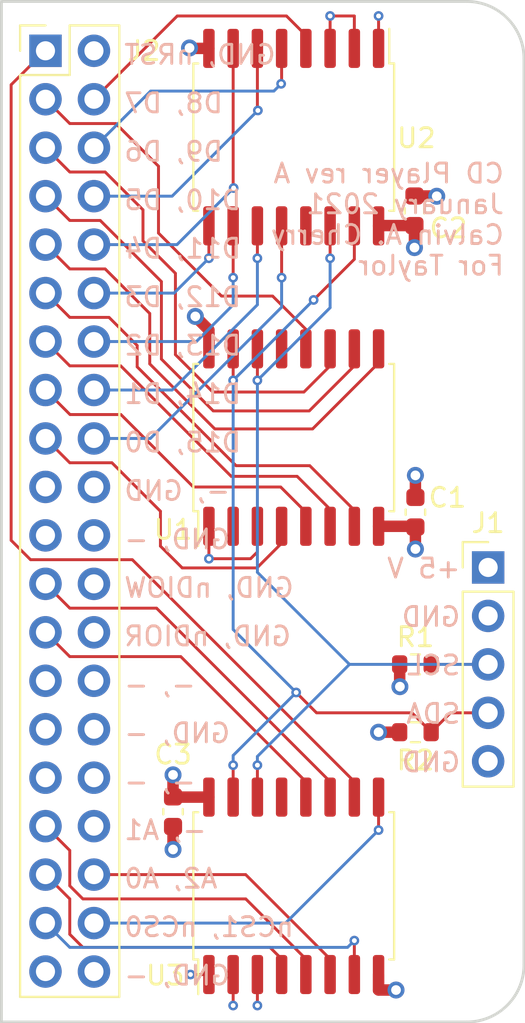
<source format=kicad_pcb>
(kicad_pcb (version 20171130) (host pcbnew "(5.1.9)-1")

  (general
    (thickness 1.6)
    (drawings 32)
    (tracks 228)
    (zones 0)
    (modules 12)
    (nets 41)
  )

  (page A4)
  (layers
    (0 F.Cu signal)
    (1 In1.Cu signal)
    (2 In2.Cu signal)
    (31 B.Cu signal)
    (36 B.SilkS user)
    (37 F.SilkS user)
    (38 B.Mask user)
    (39 F.Mask user)
    (44 Edge.Cuts user)
    (45 Margin user)
    (46 B.CrtYd user)
    (47 F.CrtYd user)
  )

  (setup
    (last_trace_width 0.1524)
    (user_trace_width 0.6)
    (trace_clearance 0.1524)
    (zone_clearance 0.254)
    (zone_45_only no)
    (trace_min 0.1524)
    (via_size 0.508)
    (via_drill 0.254)
    (via_min_size 0.508)
    (via_min_drill 0.254)
    (user_via 0.889 0.508)
    (uvia_size 0.3)
    (uvia_drill 0.1)
    (uvias_allowed no)
    (uvia_min_size 0.2)
    (uvia_min_drill 0.1)
    (edge_width 0.15)
    (segment_width 0.2)
    (pcb_text_width 0.3)
    (pcb_text_size 1.5 1.5)
    (mod_edge_width 0.15)
    (mod_text_size 1 1)
    (mod_text_width 0.15)
    (pad_size 1.524 1.524)
    (pad_drill 0.762)
    (pad_to_mask_clearance 0.2)
    (aux_axis_origin 0 0)
    (grid_origin 112.5474 79.248)
    (visible_elements 7FFFFF7F)
    (pcbplotparams
      (layerselection 0x00030_80000001)
      (usegerberextensions false)
      (usegerberattributes true)
      (usegerberadvancedattributes true)
      (creategerberjobfile true)
      (excludeedgelayer true)
      (linewidth 0.100000)
      (plotframeref false)
      (viasonmask false)
      (mode 1)
      (useauxorigin false)
      (hpglpennumber 1)
      (hpglpenspeed 20)
      (hpglpendiameter 15.000000)
      (psnegative false)
      (psa4output false)
      (plotreference true)
      (plotvalue true)
      (plotinvisibletext false)
      (padsonsilk false)
      (subtractmaskfromsilk false)
      (outputformat 1)
      (mirror false)
      (drillshape 1)
      (scaleselection 1)
      (outputdirectory ""))
  )

  (net 0 "")
  (net 1 +5V)
  (net 2 GND)
  (net 3 /SCL)
  (net 4 /SDA)
  (net 5 /nRST)
  (net 6 /D7)
  (net 7 /D8)
  (net 8 /D6)
  (net 9 /D9)
  (net 10 /D5)
  (net 11 /D10)
  (net 12 /D4)
  (net 13 /D11)
  (net 14 /D3)
  (net 15 /D12)
  (net 16 /D2)
  (net 17 /D13)
  (net 18 /D1)
  (net 19 /D14)
  (net 20 /D0)
  (net 21 /D15)
  (net 22 /nDIOW)
  (net 23 /nDIOR)
  (net 24 /A1)
  (net 25 /A0)
  (net 26 /A2)
  (net 27 /nCS0)
  (net 28 /nCS1)
  (net 29 "Net-(U1-Pad13)")
  (net 30 "Net-(U2-Pad13)")
  (net 31 "Net-(U3-Pad13)")
  (net 32 "Net-(J2-Pad20)")
  (net 33 "Net-(J2-Pad27)")
  (net 34 "Net-(J2-Pad28)")
  (net 35 "Net-(J2-Pad29)")
  (net 36 "Net-(J2-Pad31)")
  (net 37 "Net-(J2-Pad32)")
  (net 38 "Net-(J2-Pad34)")
  (net 39 "Net-(J2-Pad39)")
  (net 40 "Net-(J2-Pad21)")

  (net_class Default "This is the default net class."
    (clearance 0.1524)
    (trace_width 0.1524)
    (via_dia 0.508)
    (via_drill 0.254)
    (uvia_dia 0.3)
    (uvia_drill 0.1)
    (add_net +5V)
    (add_net /A0)
    (add_net /A1)
    (add_net /A2)
    (add_net /D0)
    (add_net /D1)
    (add_net /D10)
    (add_net /D11)
    (add_net /D12)
    (add_net /D13)
    (add_net /D14)
    (add_net /D15)
    (add_net /D2)
    (add_net /D3)
    (add_net /D4)
    (add_net /D5)
    (add_net /D6)
    (add_net /D7)
    (add_net /D8)
    (add_net /D9)
    (add_net /SCL)
    (add_net /SDA)
    (add_net /nCS0)
    (add_net /nCS1)
    (add_net /nDIOR)
    (add_net /nDIOW)
    (add_net /nRST)
    (add_net GND)
    (add_net "Net-(J2-Pad20)")
    (add_net "Net-(J2-Pad21)")
    (add_net "Net-(J2-Pad27)")
    (add_net "Net-(J2-Pad28)")
    (add_net "Net-(J2-Pad29)")
    (add_net "Net-(J2-Pad31)")
    (add_net "Net-(J2-Pad32)")
    (add_net "Net-(J2-Pad34)")
    (add_net "Net-(J2-Pad39)")
    (add_net "Net-(U1-Pad13)")
    (add_net "Net-(U2-Pad13)")
    (add_net "Net-(U3-Pad13)")
  )

  (module MountingHole:MountingHole_3.2mm_M3_ISO14580 (layer F.Cu) (tedit 56D1B4CB) (tstamp 5FF4632C)
    (at 136.9314 129.7432)
    (descr "Mounting Hole 3.2mm, no annular, M3, ISO14580")
    (tags "mounting hole 3.2mm no annular m3 iso14580")
    (attr virtual)
    (fp_text reference MH1 (at 0 -3.75) (layer F.SilkS) hide
      (effects (font (size 1 1) (thickness 0.15)))
    )
    (fp_text value MountingHole_3.2mm_M3_ISO14580 (at 0 3.75) (layer F.Fab)
      (effects (font (size 1 1) (thickness 0.15)))
    )
    (fp_circle (center 0 0) (end 2.75 0) (layer Cmts.User) (width 0.15))
    (fp_circle (center 0 0) (end 3 0) (layer F.CrtYd) (width 0.05))
    (fp_text user %R (at 0.3 0) (layer F.Fab)
      (effects (font (size 1 1) (thickness 0.15)))
    )
    (pad 1 np_thru_hole circle (at 0 0) (size 3.2 3.2) (drill 3.2) (layers *.Cu *.Mask))
  )

  (module MountingHole:MountingHole_3.2mm_M3_ISO14580 (layer F.Cu) (tedit 56D1B4CB) (tstamp 5FF4636F)
    (at 136.9314 82.2452)
    (descr "Mounting Hole 3.2mm, no annular, M3, ISO14580")
    (tags "mounting hole 3.2mm no annular m3 iso14580")
    (attr virtual)
    (fp_text reference MH0 (at 0 -3.75) (layer F.SilkS) hide
      (effects (font (size 1 1) (thickness 0.15)))
    )
    (fp_text value MountingHole_3.2mm_M3_ISO14580 (at 0 3.75) (layer F.Fab)
      (effects (font (size 1 1) (thickness 0.15)))
    )
    (fp_circle (center 0 0) (end 3 0) (layer F.CrtYd) (width 0.05))
    (fp_circle (center 0 0) (end 2.75 0) (layer Cmts.User) (width 0.15))
    (fp_text user %R (at 0.3 0) (layer F.Fab)
      (effects (font (size 1 1) (thickness 0.15)))
    )
    (pad 1 np_thru_hole circle (at 0 0) (size 3.2 3.2) (drill 3.2) (layers *.Cu *.Mask))
  )

  (module Package_SO:SOIC-16W_7.5x10.3mm_P1.27mm (layer F.Cu) (tedit 5D9F72B1) (tstamp 5FF39296)
    (at 127.8636 102.108 90)
    (descr "SOIC, 16 Pin (JEDEC MS-013AA, https://www.analog.com/media/en/package-pcb-resources/package/pkg_pdf/soic_wide-rw/rw_16.pdf), generated with kicad-footprint-generator ipc_gullwing_generator.py")
    (tags "SOIC SO")
    (path /5FF3B724)
    (attr smd)
    (fp_text reference U1 (at -4.826 -6.3246 180) (layer F.SilkS)
      (effects (font (size 1 1) (thickness 0.15)))
    )
    (fp_text value PCF8574A (at 0 6.1 90) (layer F.Fab)
      (effects (font (size 1 1) (thickness 0.15)))
    )
    (fp_line (start 0 5.26) (end 3.86 5.26) (layer F.SilkS) (width 0.12))
    (fp_line (start 3.86 5.26) (end 3.86 5.005) (layer F.SilkS) (width 0.12))
    (fp_line (start 0 5.26) (end -3.86 5.26) (layer F.SilkS) (width 0.12))
    (fp_line (start -3.86 5.26) (end -3.86 5.005) (layer F.SilkS) (width 0.12))
    (fp_line (start 0 -5.26) (end 3.86 -5.26) (layer F.SilkS) (width 0.12))
    (fp_line (start 3.86 -5.26) (end 3.86 -5.005) (layer F.SilkS) (width 0.12))
    (fp_line (start 0 -5.26) (end -3.86 -5.26) (layer F.SilkS) (width 0.12))
    (fp_line (start -3.86 -5.26) (end -3.86 -5.005) (layer F.SilkS) (width 0.12))
    (fp_line (start -3.86 -5.005) (end -5.675 -5.005) (layer F.SilkS) (width 0.12))
    (fp_line (start -2.75 -5.15) (end 3.75 -5.15) (layer F.Fab) (width 0.1))
    (fp_line (start 3.75 -5.15) (end 3.75 5.15) (layer F.Fab) (width 0.1))
    (fp_line (start 3.75 5.15) (end -3.75 5.15) (layer F.Fab) (width 0.1))
    (fp_line (start -3.75 5.15) (end -3.75 -4.15) (layer F.Fab) (width 0.1))
    (fp_line (start -3.75 -4.15) (end -2.75 -5.15) (layer F.Fab) (width 0.1))
    (fp_line (start -5.93 -5.4) (end -5.93 5.4) (layer F.CrtYd) (width 0.05))
    (fp_line (start -5.93 5.4) (end 5.93 5.4) (layer F.CrtYd) (width 0.05))
    (fp_line (start 5.93 5.4) (end 5.93 -5.4) (layer F.CrtYd) (width 0.05))
    (fp_line (start 5.93 -5.4) (end -5.93 -5.4) (layer F.CrtYd) (width 0.05))
    (fp_text user %R (at 0 0 90) (layer F.Fab)
      (effects (font (size 1 1) (thickness 0.15)))
    )
    (pad 1 smd roundrect (at -4.65 -4.445 90) (size 2.05 0.6) (layers F.Cu F.Paste F.Mask) (roundrect_rratio 0.25)
      (net 2 GND))
    (pad 2 smd roundrect (at -4.65 -3.175 90) (size 2.05 0.6) (layers F.Cu F.Paste F.Mask) (roundrect_rratio 0.25)
      (net 2 GND))
    (pad 3 smd roundrect (at -4.65 -1.905 90) (size 2.05 0.6) (layers F.Cu F.Paste F.Mask) (roundrect_rratio 0.25)
      (net 2 GND))
    (pad 4 smd roundrect (at -4.65 -0.635 90) (size 2.05 0.6) (layers F.Cu F.Paste F.Mask) (roundrect_rratio 0.25)
      (net 20 /D0))
    (pad 5 smd roundrect (at -4.65 0.635 90) (size 2.05 0.6) (layers F.Cu F.Paste F.Mask) (roundrect_rratio 0.25)
      (net 18 /D1))
    (pad 6 smd roundrect (at -4.65 1.905 90) (size 2.05 0.6) (layers F.Cu F.Paste F.Mask) (roundrect_rratio 0.25)
      (net 16 /D2))
    (pad 7 smd roundrect (at -4.65 3.175 90) (size 2.05 0.6) (layers F.Cu F.Paste F.Mask) (roundrect_rratio 0.25)
      (net 14 /D3))
    (pad 8 smd roundrect (at -4.65 4.445 90) (size 2.05 0.6) (layers F.Cu F.Paste F.Mask) (roundrect_rratio 0.25)
      (net 2 GND))
    (pad 9 smd roundrect (at 4.65 4.445 90) (size 2.05 0.6) (layers F.Cu F.Paste F.Mask) (roundrect_rratio 0.25)
      (net 12 /D4))
    (pad 10 smd roundrect (at 4.65 3.175 90) (size 2.05 0.6) (layers F.Cu F.Paste F.Mask) (roundrect_rratio 0.25)
      (net 10 /D5))
    (pad 11 smd roundrect (at 4.65 1.905 90) (size 2.05 0.6) (layers F.Cu F.Paste F.Mask) (roundrect_rratio 0.25)
      (net 8 /D6))
    (pad 12 smd roundrect (at 4.65 0.635 90) (size 2.05 0.6) (layers F.Cu F.Paste F.Mask) (roundrect_rratio 0.25)
      (net 6 /D7))
    (pad 13 smd roundrect (at 4.65 -0.635 90) (size 2.05 0.6) (layers F.Cu F.Paste F.Mask) (roundrect_rratio 0.25)
      (net 29 "Net-(U1-Pad13)"))
    (pad 14 smd roundrect (at 4.65 -1.905 90) (size 2.05 0.6) (layers F.Cu F.Paste F.Mask) (roundrect_rratio 0.25)
      (net 3 /SCL))
    (pad 15 smd roundrect (at 4.65 -3.175 90) (size 2.05 0.6) (layers F.Cu F.Paste F.Mask) (roundrect_rratio 0.25)
      (net 4 /SDA))
    (pad 16 smd roundrect (at 4.65 -4.445 90) (size 2.05 0.6) (layers F.Cu F.Paste F.Mask) (roundrect_rratio 0.25)
      (net 1 +5V))
    (model ${KISYS3DMOD}/Package_SO.3dshapes/SOIC-16W_7.5x10.3mm_P1.27mm.wrl
      (at (xyz 0 0 0))
      (scale (xyz 1 1 1))
      (rotate (xyz 0 0 0))
    )
  )

  (module Capacitor_SMD:C_0603_1608Metric (layer F.Cu) (tedit 5F68FEEE) (tstamp 5FF38AC3)
    (at 134.239 106.0196 270)
    (descr "Capacitor SMD 0603 (1608 Metric), square (rectangular) end terminal, IPC_7351 nominal, (Body size source: IPC-SM-782 page 76, https://www.pcb-3d.com/wordpress/wp-content/uploads/ipc-sm-782a_amendment_1_and_2.pdf), generated with kicad-footprint-generator")
    (tags capacitor)
    (path /5FF606AD)
    (attr smd)
    (fp_text reference C1 (at -0.762 -1.6764 180) (layer F.SilkS)
      (effects (font (size 1 1) (thickness 0.15)))
    )
    (fp_text value 0.1uF (at 0 1.43 90) (layer F.Fab)
      (effects (font (size 1 1) (thickness 0.15)))
    )
    (fp_line (start -0.8 0.4) (end -0.8 -0.4) (layer F.Fab) (width 0.1))
    (fp_line (start -0.8 -0.4) (end 0.8 -0.4) (layer F.Fab) (width 0.1))
    (fp_line (start 0.8 -0.4) (end 0.8 0.4) (layer F.Fab) (width 0.1))
    (fp_line (start 0.8 0.4) (end -0.8 0.4) (layer F.Fab) (width 0.1))
    (fp_line (start -0.14058 -0.51) (end 0.14058 -0.51) (layer F.SilkS) (width 0.12))
    (fp_line (start -0.14058 0.51) (end 0.14058 0.51) (layer F.SilkS) (width 0.12))
    (fp_line (start -1.48 0.73) (end -1.48 -0.73) (layer F.CrtYd) (width 0.05))
    (fp_line (start -1.48 -0.73) (end 1.48 -0.73) (layer F.CrtYd) (width 0.05))
    (fp_line (start 1.48 -0.73) (end 1.48 0.73) (layer F.CrtYd) (width 0.05))
    (fp_line (start 1.48 0.73) (end -1.48 0.73) (layer F.CrtYd) (width 0.05))
    (fp_text user %R (at 0 0 90) (layer F.Fab)
      (effects (font (size 0.4 0.4) (thickness 0.06)))
    )
    (pad 1 smd roundrect (at -0.775 0 270) (size 0.9 0.95) (layers F.Cu F.Paste F.Mask) (roundrect_rratio 0.25)
      (net 1 +5V))
    (pad 2 smd roundrect (at 0.775 0 270) (size 0.9 0.95) (layers F.Cu F.Paste F.Mask) (roundrect_rratio 0.25)
      (net 2 GND))
    (model ${KISYS3DMOD}/Capacitor_SMD.3dshapes/C_0603_1608Metric.wrl
      (at (xyz 0 0 0))
      (scale (xyz 1 1 1))
      (rotate (xyz 0 0 0))
    )
  )

  (module Capacitor_SMD:C_0603_1608Metric (layer F.Cu) (tedit 5F68FEEE) (tstamp 5FF38AD3)
    (at 134.1882 90.2208 90)
    (descr "Capacitor SMD 0603 (1608 Metric), square (rectangular) end terminal, IPC_7351 nominal, (Body size source: IPC-SM-782 page 76, https://www.pcb-3d.com/wordpress/wp-content/uploads/ipc-sm-782a_amendment_1_and_2.pdf), generated with kicad-footprint-generator")
    (tags capacitor)
    (path /5FF60C01)
    (attr smd)
    (fp_text reference C2 (at -0.9144 1.778 180) (layer F.SilkS)
      (effects (font (size 1 1) (thickness 0.15)))
    )
    (fp_text value 0.1uF (at 0 1.43 90) (layer F.Fab)
      (effects (font (size 1 1) (thickness 0.15)))
    )
    (fp_line (start 1.48 0.73) (end -1.48 0.73) (layer F.CrtYd) (width 0.05))
    (fp_line (start 1.48 -0.73) (end 1.48 0.73) (layer F.CrtYd) (width 0.05))
    (fp_line (start -1.48 -0.73) (end 1.48 -0.73) (layer F.CrtYd) (width 0.05))
    (fp_line (start -1.48 0.73) (end -1.48 -0.73) (layer F.CrtYd) (width 0.05))
    (fp_line (start -0.14058 0.51) (end 0.14058 0.51) (layer F.SilkS) (width 0.12))
    (fp_line (start -0.14058 -0.51) (end 0.14058 -0.51) (layer F.SilkS) (width 0.12))
    (fp_line (start 0.8 0.4) (end -0.8 0.4) (layer F.Fab) (width 0.1))
    (fp_line (start 0.8 -0.4) (end 0.8 0.4) (layer F.Fab) (width 0.1))
    (fp_line (start -0.8 -0.4) (end 0.8 -0.4) (layer F.Fab) (width 0.1))
    (fp_line (start -0.8 0.4) (end -0.8 -0.4) (layer F.Fab) (width 0.1))
    (fp_text user %R (at 0 0 90) (layer F.Fab)
      (effects (font (size 0.4 0.4) (thickness 0.06)))
    )
    (pad 2 smd roundrect (at 0.775 0 90) (size 0.9 0.95) (layers F.Cu F.Paste F.Mask) (roundrect_rratio 0.25)
      (net 2 GND))
    (pad 1 smd roundrect (at -0.775 0 90) (size 0.9 0.95) (layers F.Cu F.Paste F.Mask) (roundrect_rratio 0.25)
      (net 1 +5V))
    (model ${KISYS3DMOD}/Capacitor_SMD.3dshapes/C_0603_1608Metric.wrl
      (at (xyz 0 0 0))
      (scale (xyz 1 1 1))
      (rotate (xyz 0 0 0))
    )
  )

  (module Capacitor_SMD:C_0603_1608Metric (layer F.Cu) (tedit 5F68FEEE) (tstamp 5FF3AAF3)
    (at 121.539 121.7168 270)
    (descr "Capacitor SMD 0603 (1608 Metric), square (rectangular) end terminal, IPC_7351 nominal, (Body size source: IPC-SM-782 page 76, https://www.pcb-3d.com/wordpress/wp-content/uploads/ipc-sm-782a_amendment_1_and_2.pdf), generated with kicad-footprint-generator")
    (tags capacitor)
    (path /5FF6107A)
    (attr smd)
    (fp_text reference C3 (at -2.9972 0 180) (layer F.SilkS)
      (effects (font (size 1 1) (thickness 0.15)))
    )
    (fp_text value 0.1uF (at 0 1.43 90) (layer F.Fab)
      (effects (font (size 1 1) (thickness 0.15)))
    )
    (fp_line (start -0.8 0.4) (end -0.8 -0.4) (layer F.Fab) (width 0.1))
    (fp_line (start -0.8 -0.4) (end 0.8 -0.4) (layer F.Fab) (width 0.1))
    (fp_line (start 0.8 -0.4) (end 0.8 0.4) (layer F.Fab) (width 0.1))
    (fp_line (start 0.8 0.4) (end -0.8 0.4) (layer F.Fab) (width 0.1))
    (fp_line (start -0.14058 -0.51) (end 0.14058 -0.51) (layer F.SilkS) (width 0.12))
    (fp_line (start -0.14058 0.51) (end 0.14058 0.51) (layer F.SilkS) (width 0.12))
    (fp_line (start -1.48 0.73) (end -1.48 -0.73) (layer F.CrtYd) (width 0.05))
    (fp_line (start -1.48 -0.73) (end 1.48 -0.73) (layer F.CrtYd) (width 0.05))
    (fp_line (start 1.48 -0.73) (end 1.48 0.73) (layer F.CrtYd) (width 0.05))
    (fp_line (start 1.48 0.73) (end -1.48 0.73) (layer F.CrtYd) (width 0.05))
    (fp_text user %R (at 0 0 90) (layer F.Fab)
      (effects (font (size 0.4 0.4) (thickness 0.06)))
    )
    (pad 1 smd roundrect (at -0.775 0 270) (size 0.9 0.95) (layers F.Cu F.Paste F.Mask) (roundrect_rratio 0.25)
      (net 1 +5V))
    (pad 2 smd roundrect (at 0.775 0 270) (size 0.9 0.95) (layers F.Cu F.Paste F.Mask) (roundrect_rratio 0.25)
      (net 2 GND))
    (model ${KISYS3DMOD}/Capacitor_SMD.3dshapes/C_0603_1608Metric.wrl
      (at (xyz 0 0 0))
      (scale (xyz 1 1 1))
      (rotate (xyz 0 0 0))
    )
  )

  (module Connector_PinHeader_2.54mm:PinHeader_1x05_P2.54mm_Vertical (layer F.Cu) (tedit 59FED5CC) (tstamp 5FF3FC5E)
    (at 138.049 108.9152)
    (descr "Through hole straight pin header, 1x05, 2.54mm pitch, single row")
    (tags "Through hole pin header THT 1x05 2.54mm single row")
    (path /5FF4A94A)
    (fp_text reference J1 (at 0 -2.33) (layer F.SilkS)
      (effects (font (size 1 1) (thickness 0.15)))
    )
    (fp_text value Conn_01x05 (at 0 12.49) (layer F.Fab)
      (effects (font (size 1 1) (thickness 0.15)))
    )
    (fp_line (start -0.635 -1.27) (end 1.27 -1.27) (layer F.Fab) (width 0.1))
    (fp_line (start 1.27 -1.27) (end 1.27 11.43) (layer F.Fab) (width 0.1))
    (fp_line (start 1.27 11.43) (end -1.27 11.43) (layer F.Fab) (width 0.1))
    (fp_line (start -1.27 11.43) (end -1.27 -0.635) (layer F.Fab) (width 0.1))
    (fp_line (start -1.27 -0.635) (end -0.635 -1.27) (layer F.Fab) (width 0.1))
    (fp_line (start -1.33 11.49) (end 1.33 11.49) (layer F.SilkS) (width 0.12))
    (fp_line (start -1.33 1.27) (end -1.33 11.49) (layer F.SilkS) (width 0.12))
    (fp_line (start 1.33 1.27) (end 1.33 11.49) (layer F.SilkS) (width 0.12))
    (fp_line (start -1.33 1.27) (end 1.33 1.27) (layer F.SilkS) (width 0.12))
    (fp_line (start -1.33 0) (end -1.33 -1.33) (layer F.SilkS) (width 0.12))
    (fp_line (start -1.33 -1.33) (end 0 -1.33) (layer F.SilkS) (width 0.12))
    (fp_line (start -1.8 -1.8) (end -1.8 11.95) (layer F.CrtYd) (width 0.05))
    (fp_line (start -1.8 11.95) (end 1.8 11.95) (layer F.CrtYd) (width 0.05))
    (fp_line (start 1.8 11.95) (end 1.8 -1.8) (layer F.CrtYd) (width 0.05))
    (fp_line (start 1.8 -1.8) (end -1.8 -1.8) (layer F.CrtYd) (width 0.05))
    (fp_text user %R (at 0 5.08 90) (layer F.Fab)
      (effects (font (size 1 1) (thickness 0.15)))
    )
    (pad 1 thru_hole rect (at 0 0) (size 1.7 1.7) (drill 1) (layers *.Cu *.Mask)
      (net 1 +5V))
    (pad 2 thru_hole oval (at 0 2.54) (size 1.7 1.7) (drill 1) (layers *.Cu *.Mask)
      (net 2 GND))
    (pad 3 thru_hole oval (at 0 5.08) (size 1.7 1.7) (drill 1) (layers *.Cu *.Mask)
      (net 3 /SCL))
    (pad 4 thru_hole oval (at 0 7.62) (size 1.7 1.7) (drill 1) (layers *.Cu *.Mask)
      (net 4 /SDA))
    (pad 5 thru_hole oval (at 0 10.16) (size 1.7 1.7) (drill 1) (layers *.Cu *.Mask)
      (net 2 GND))
    (model ${KISYS3DMOD}/Connector_PinHeader_2.54mm.3dshapes/PinHeader_1x05_P2.54mm_Vertical.wrl
      (at (xyz 0 0 0))
      (scale (xyz 1 1 1))
      (rotate (xyz 0 0 0))
    )
  )

  (module Connector_PinHeader_2.54mm:PinHeader_2x20_P2.54mm_Vertical (layer F.Cu) (tedit 59FED5CC) (tstamp 5FF38B49)
    (at 114.855001 81.835001)
    (descr "Through hole straight pin header, 2x20, 2.54mm pitch, double rows")
    (tags "Through hole pin header THT 2x20 2.54mm double row")
    (path /5FF3068A)
    (fp_text reference J2 (at 5.159999 0.003799) (layer F.SilkS)
      (effects (font (size 1 1) (thickness 0.15)))
    )
    (fp_text value Conn_02x20_Odd_Even (at 1.27 50.59) (layer F.Fab)
      (effects (font (size 1 1) (thickness 0.15)))
    )
    (fp_line (start 0 -1.27) (end 3.81 -1.27) (layer F.Fab) (width 0.1))
    (fp_line (start 3.81 -1.27) (end 3.81 49.53) (layer F.Fab) (width 0.1))
    (fp_line (start 3.81 49.53) (end -1.27 49.53) (layer F.Fab) (width 0.1))
    (fp_line (start -1.27 49.53) (end -1.27 0) (layer F.Fab) (width 0.1))
    (fp_line (start -1.27 0) (end 0 -1.27) (layer F.Fab) (width 0.1))
    (fp_line (start -1.33 49.59) (end 3.87 49.59) (layer F.SilkS) (width 0.12))
    (fp_line (start -1.33 1.27) (end -1.33 49.59) (layer F.SilkS) (width 0.12))
    (fp_line (start 3.87 -1.33) (end 3.87 49.59) (layer F.SilkS) (width 0.12))
    (fp_line (start -1.33 1.27) (end 1.27 1.27) (layer F.SilkS) (width 0.12))
    (fp_line (start 1.27 1.27) (end 1.27 -1.33) (layer F.SilkS) (width 0.12))
    (fp_line (start 1.27 -1.33) (end 3.87 -1.33) (layer F.SilkS) (width 0.12))
    (fp_line (start -1.33 0) (end -1.33 -1.33) (layer F.SilkS) (width 0.12))
    (fp_line (start -1.33 -1.33) (end 0 -1.33) (layer F.SilkS) (width 0.12))
    (fp_line (start -1.8 -1.8) (end -1.8 50.05) (layer F.CrtYd) (width 0.05))
    (fp_line (start -1.8 50.05) (end 4.35 50.05) (layer F.CrtYd) (width 0.05))
    (fp_line (start 4.35 50.05) (end 4.35 -1.8) (layer F.CrtYd) (width 0.05))
    (fp_line (start 4.35 -1.8) (end -1.8 -1.8) (layer F.CrtYd) (width 0.05))
    (fp_text user %R (at 1.27 24.13 90) (layer F.Fab)
      (effects (font (size 1 1) (thickness 0.15)))
    )
    (pad 1 thru_hole rect (at 0 0) (size 1.7 1.7) (drill 1) (layers *.Cu *.Mask)
      (net 5 /nRST))
    (pad 2 thru_hole oval (at 2.54 0) (size 1.7 1.7) (drill 1) (layers *.Cu *.Mask)
      (net 2 GND))
    (pad 3 thru_hole oval (at 0 2.54) (size 1.7 1.7) (drill 1) (layers *.Cu *.Mask)
      (net 6 /D7))
    (pad 4 thru_hole oval (at 2.54 2.54) (size 1.7 1.7) (drill 1) (layers *.Cu *.Mask)
      (net 7 /D8))
    (pad 5 thru_hole oval (at 0 5.08) (size 1.7 1.7) (drill 1) (layers *.Cu *.Mask)
      (net 8 /D6))
    (pad 6 thru_hole oval (at 2.54 5.08) (size 1.7 1.7) (drill 1) (layers *.Cu *.Mask)
      (net 9 /D9))
    (pad 7 thru_hole oval (at 0 7.62) (size 1.7 1.7) (drill 1) (layers *.Cu *.Mask)
      (net 10 /D5))
    (pad 8 thru_hole oval (at 2.54 7.62) (size 1.7 1.7) (drill 1) (layers *.Cu *.Mask)
      (net 11 /D10))
    (pad 9 thru_hole oval (at 0 10.16) (size 1.7 1.7) (drill 1) (layers *.Cu *.Mask)
      (net 12 /D4))
    (pad 10 thru_hole oval (at 2.54 10.16) (size 1.7 1.7) (drill 1) (layers *.Cu *.Mask)
      (net 13 /D11))
    (pad 11 thru_hole oval (at 0 12.7) (size 1.7 1.7) (drill 1) (layers *.Cu *.Mask)
      (net 14 /D3))
    (pad 12 thru_hole oval (at 2.54 12.7) (size 1.7 1.7) (drill 1) (layers *.Cu *.Mask)
      (net 15 /D12))
    (pad 13 thru_hole oval (at 0 15.24) (size 1.7 1.7) (drill 1) (layers *.Cu *.Mask)
      (net 16 /D2))
    (pad 14 thru_hole oval (at 2.54 15.24) (size 1.7 1.7) (drill 1) (layers *.Cu *.Mask)
      (net 17 /D13))
    (pad 15 thru_hole oval (at 0 17.78) (size 1.7 1.7) (drill 1) (layers *.Cu *.Mask)
      (net 18 /D1))
    (pad 16 thru_hole oval (at 2.54 17.78) (size 1.7 1.7) (drill 1) (layers *.Cu *.Mask)
      (net 19 /D14))
    (pad 17 thru_hole oval (at 0 20.32) (size 1.7 1.7) (drill 1) (layers *.Cu *.Mask)
      (net 20 /D0))
    (pad 18 thru_hole oval (at 2.54 20.32) (size 1.7 1.7) (drill 1) (layers *.Cu *.Mask)
      (net 21 /D15))
    (pad 19 thru_hole oval (at 0 22.86) (size 1.7 1.7) (drill 1) (layers *.Cu *.Mask)
      (net 2 GND))
    (pad 20 thru_hole oval (at 2.54 22.86) (size 1.7 1.7) (drill 1) (layers *.Cu *.Mask)
      (net 32 "Net-(J2-Pad20)"))
    (pad 21 thru_hole oval (at 0 25.4) (size 1.7 1.7) (drill 1) (layers *.Cu *.Mask)
      (net 40 "Net-(J2-Pad21)"))
    (pad 22 thru_hole oval (at 2.54 25.4) (size 1.7 1.7) (drill 1) (layers *.Cu *.Mask)
      (net 2 GND))
    (pad 23 thru_hole oval (at 0 27.94) (size 1.7 1.7) (drill 1) (layers *.Cu *.Mask)
      (net 22 /nDIOW))
    (pad 24 thru_hole oval (at 2.54 27.94) (size 1.7 1.7) (drill 1) (layers *.Cu *.Mask)
      (net 2 GND))
    (pad 25 thru_hole oval (at 0 30.48) (size 1.7 1.7) (drill 1) (layers *.Cu *.Mask)
      (net 23 /nDIOR))
    (pad 26 thru_hole oval (at 2.54 30.48) (size 1.7 1.7) (drill 1) (layers *.Cu *.Mask)
      (net 2 GND))
    (pad 27 thru_hole oval (at 0 33.02) (size 1.7 1.7) (drill 1) (layers *.Cu *.Mask)
      (net 33 "Net-(J2-Pad27)"))
    (pad 28 thru_hole oval (at 2.54 33.02) (size 1.7 1.7) (drill 1) (layers *.Cu *.Mask)
      (net 34 "Net-(J2-Pad28)"))
    (pad 29 thru_hole oval (at 0 35.56) (size 1.7 1.7) (drill 1) (layers *.Cu *.Mask)
      (net 35 "Net-(J2-Pad29)"))
    (pad 30 thru_hole oval (at 2.54 35.56) (size 1.7 1.7) (drill 1) (layers *.Cu *.Mask)
      (net 2 GND))
    (pad 31 thru_hole oval (at 0 38.1) (size 1.7 1.7) (drill 1) (layers *.Cu *.Mask)
      (net 36 "Net-(J2-Pad31)"))
    (pad 32 thru_hole oval (at 2.54 38.1) (size 1.7 1.7) (drill 1) (layers *.Cu *.Mask)
      (net 37 "Net-(J2-Pad32)"))
    (pad 33 thru_hole oval (at 0 40.64) (size 1.7 1.7) (drill 1) (layers *.Cu *.Mask)
      (net 24 /A1))
    (pad 34 thru_hole oval (at 2.54 40.64) (size 1.7 1.7) (drill 1) (layers *.Cu *.Mask)
      (net 38 "Net-(J2-Pad34)"))
    (pad 35 thru_hole oval (at 0 43.18) (size 1.7 1.7) (drill 1) (layers *.Cu *.Mask)
      (net 25 /A0))
    (pad 36 thru_hole oval (at 2.54 43.18) (size 1.7 1.7) (drill 1) (layers *.Cu *.Mask)
      (net 26 /A2))
    (pad 37 thru_hole oval (at 0 45.72) (size 1.7 1.7) (drill 1) (layers *.Cu *.Mask)
      (net 27 /nCS0))
    (pad 38 thru_hole oval (at 2.54 45.72) (size 1.7 1.7) (drill 1) (layers *.Cu *.Mask)
      (net 28 /nCS1))
    (pad 39 thru_hole oval (at 0 48.26) (size 1.7 1.7) (drill 1) (layers *.Cu *.Mask)
      (net 39 "Net-(J2-Pad39)"))
    (pad 40 thru_hole oval (at 2.54 48.26) (size 1.7 1.7) (drill 1) (layers *.Cu *.Mask)
      (net 2 GND))
    (model ${KISYS3DMOD}/Connector_PinHeader_2.54mm.3dshapes/PinHeader_2x20_P2.54mm_Vertical.wrl
      (at (xyz 0 0 0))
      (scale (xyz 1 1 1))
      (rotate (xyz 0 0 0))
    )
  )

  (module Resistor_SMD:R_0603_1608Metric (layer F.Cu) (tedit 5F68FEEE) (tstamp 5FF3FB19)
    (at 134.239 113.9952)
    (descr "Resistor SMD 0603 (1608 Metric), square (rectangular) end terminal, IPC_7351 nominal, (Body size source: IPC-SM-782 page 72, https://www.pcb-3d.com/wordpress/wp-content/uploads/ipc-sm-782a_amendment_1_and_2.pdf), generated with kicad-footprint-generator")
    (tags resistor)
    (path /5FF3FFFD)
    (attr smd)
    (fp_text reference R1 (at 0 -1.43) (layer F.SilkS)
      (effects (font (size 1 1) (thickness 0.15)))
    )
    (fp_text value 4K7 (at 0 1.43) (layer F.Fab)
      (effects (font (size 1 1) (thickness 0.15)))
    )
    (fp_line (start -0.8 0.4125) (end -0.8 -0.4125) (layer F.Fab) (width 0.1))
    (fp_line (start -0.8 -0.4125) (end 0.8 -0.4125) (layer F.Fab) (width 0.1))
    (fp_line (start 0.8 -0.4125) (end 0.8 0.4125) (layer F.Fab) (width 0.1))
    (fp_line (start 0.8 0.4125) (end -0.8 0.4125) (layer F.Fab) (width 0.1))
    (fp_line (start -0.237258 -0.5225) (end 0.237258 -0.5225) (layer F.SilkS) (width 0.12))
    (fp_line (start -0.237258 0.5225) (end 0.237258 0.5225) (layer F.SilkS) (width 0.12))
    (fp_line (start -1.48 0.73) (end -1.48 -0.73) (layer F.CrtYd) (width 0.05))
    (fp_line (start -1.48 -0.73) (end 1.48 -0.73) (layer F.CrtYd) (width 0.05))
    (fp_line (start 1.48 -0.73) (end 1.48 0.73) (layer F.CrtYd) (width 0.05))
    (fp_line (start 1.48 0.73) (end -1.48 0.73) (layer F.CrtYd) (width 0.05))
    (fp_text user %R (at 0 0) (layer F.Fab)
      (effects (font (size 0.4 0.4) (thickness 0.06)))
    )
    (pad 1 smd roundrect (at -0.825 0) (size 0.8 0.95) (layers F.Cu F.Paste F.Mask) (roundrect_rratio 0.25)
      (net 1 +5V))
    (pad 2 smd roundrect (at 0.825 0) (size 0.8 0.95) (layers F.Cu F.Paste F.Mask) (roundrect_rratio 0.25)
      (net 3 /SCL))
    (model ${KISYS3DMOD}/Resistor_SMD.3dshapes/R_0603_1608Metric.wrl
      (at (xyz 0 0 0))
      (scale (xyz 1 1 1))
      (rotate (xyz 0 0 0))
    )
  )

  (module Resistor_SMD:R_0603_1608Metric (layer F.Cu) (tedit 5F68FEEE) (tstamp 5FF38B5A)
    (at 134.239 117.5512)
    (descr "Resistor SMD 0603 (1608 Metric), square (rectangular) end terminal, IPC_7351 nominal, (Body size source: IPC-SM-782 page 72, https://www.pcb-3d.com/wordpress/wp-content/uploads/ipc-sm-782a_amendment_1_and_2.pdf), generated with kicad-footprint-generator")
    (tags resistor)
    (path /5FF417E2)
    (attr smd)
    (fp_text reference R2 (at 0 1.4732) (layer F.SilkS)
      (effects (font (size 1 1) (thickness 0.15)))
    )
    (fp_text value 4K7 (at 0 1.43) (layer F.Fab)
      (effects (font (size 1 1) (thickness 0.15)))
    )
    (fp_line (start 1.48 0.73) (end -1.48 0.73) (layer F.CrtYd) (width 0.05))
    (fp_line (start 1.48 -0.73) (end 1.48 0.73) (layer F.CrtYd) (width 0.05))
    (fp_line (start -1.48 -0.73) (end 1.48 -0.73) (layer F.CrtYd) (width 0.05))
    (fp_line (start -1.48 0.73) (end -1.48 -0.73) (layer F.CrtYd) (width 0.05))
    (fp_line (start -0.237258 0.5225) (end 0.237258 0.5225) (layer F.SilkS) (width 0.12))
    (fp_line (start -0.237258 -0.5225) (end 0.237258 -0.5225) (layer F.SilkS) (width 0.12))
    (fp_line (start 0.8 0.4125) (end -0.8 0.4125) (layer F.Fab) (width 0.1))
    (fp_line (start 0.8 -0.4125) (end 0.8 0.4125) (layer F.Fab) (width 0.1))
    (fp_line (start -0.8 -0.4125) (end 0.8 -0.4125) (layer F.Fab) (width 0.1))
    (fp_line (start -0.8 0.4125) (end -0.8 -0.4125) (layer F.Fab) (width 0.1))
    (fp_text user %R (at 0 0) (layer F.Fab)
      (effects (font (size 0.4 0.4) (thickness 0.06)))
    )
    (pad 2 smd roundrect (at 0.825 0) (size 0.8 0.95) (layers F.Cu F.Paste F.Mask) (roundrect_rratio 0.25)
      (net 4 /SDA))
    (pad 1 smd roundrect (at -0.825 0) (size 0.8 0.95) (layers F.Cu F.Paste F.Mask) (roundrect_rratio 0.25)
      (net 1 +5V))
    (model ${KISYS3DMOD}/Resistor_SMD.3dshapes/R_0603_1608Metric.wrl
      (at (xyz 0 0 0))
      (scale (xyz 1 1 1))
      (rotate (xyz 0 0 0))
    )
  )

  (module Package_SO:SOIC-16W_7.5x10.3mm_P1.27mm (layer F.Cu) (tedit 5D9F72B1) (tstamp 5FF38B90)
    (at 127.8636 86.36 270)
    (descr "SOIC, 16 Pin (JEDEC MS-013AA, https://www.analog.com/media/en/package-pcb-resources/package/pkg_pdf/soic_wide-rw/rw_16.pdf), generated with kicad-footprint-generator ipc_gullwing_generator.py")
    (tags "SOIC SO")
    (path /5FF3EAD9)
    (attr smd)
    (fp_text reference U2 (at 0.0508 -6.4262 180) (layer F.SilkS)
      (effects (font (size 1 1) (thickness 0.15)))
    )
    (fp_text value PCF8574A (at 0 6.1 90) (layer F.Fab)
      (effects (font (size 1 1) (thickness 0.15)))
    )
    (fp_line (start 5.93 -5.4) (end -5.93 -5.4) (layer F.CrtYd) (width 0.05))
    (fp_line (start 5.93 5.4) (end 5.93 -5.4) (layer F.CrtYd) (width 0.05))
    (fp_line (start -5.93 5.4) (end 5.93 5.4) (layer F.CrtYd) (width 0.05))
    (fp_line (start -5.93 -5.4) (end -5.93 5.4) (layer F.CrtYd) (width 0.05))
    (fp_line (start -3.75 -4.15) (end -2.75 -5.15) (layer F.Fab) (width 0.1))
    (fp_line (start -3.75 5.15) (end -3.75 -4.15) (layer F.Fab) (width 0.1))
    (fp_line (start 3.75 5.15) (end -3.75 5.15) (layer F.Fab) (width 0.1))
    (fp_line (start 3.75 -5.15) (end 3.75 5.15) (layer F.Fab) (width 0.1))
    (fp_line (start -2.75 -5.15) (end 3.75 -5.15) (layer F.Fab) (width 0.1))
    (fp_line (start -3.86 -5.005) (end -5.675 -5.005) (layer F.SilkS) (width 0.12))
    (fp_line (start -3.86 -5.26) (end -3.86 -5.005) (layer F.SilkS) (width 0.12))
    (fp_line (start 0 -5.26) (end -3.86 -5.26) (layer F.SilkS) (width 0.12))
    (fp_line (start 3.86 -5.26) (end 3.86 -5.005) (layer F.SilkS) (width 0.12))
    (fp_line (start 0 -5.26) (end 3.86 -5.26) (layer F.SilkS) (width 0.12))
    (fp_line (start -3.86 5.26) (end -3.86 5.005) (layer F.SilkS) (width 0.12))
    (fp_line (start 0 5.26) (end -3.86 5.26) (layer F.SilkS) (width 0.12))
    (fp_line (start 3.86 5.26) (end 3.86 5.005) (layer F.SilkS) (width 0.12))
    (fp_line (start 0 5.26) (end 3.86 5.26) (layer F.SilkS) (width 0.12))
    (fp_text user %R (at 0 0 90) (layer F.Fab)
      (effects (font (size 1 1) (thickness 0.15)))
    )
    (pad 16 smd roundrect (at 4.65 -4.445 270) (size 2.05 0.6) (layers F.Cu F.Paste F.Mask) (roundrect_rratio 0.25)
      (net 1 +5V))
    (pad 15 smd roundrect (at 4.65 -3.175 270) (size 2.05 0.6) (layers F.Cu F.Paste F.Mask) (roundrect_rratio 0.25)
      (net 4 /SDA))
    (pad 14 smd roundrect (at 4.65 -1.905 270) (size 2.05 0.6) (layers F.Cu F.Paste F.Mask) (roundrect_rratio 0.25)
      (net 3 /SCL))
    (pad 13 smd roundrect (at 4.65 -0.635 270) (size 2.05 0.6) (layers F.Cu F.Paste F.Mask) (roundrect_rratio 0.25)
      (net 30 "Net-(U2-Pad13)"))
    (pad 12 smd roundrect (at 4.65 0.635 270) (size 2.05 0.6) (layers F.Cu F.Paste F.Mask) (roundrect_rratio 0.25)
      (net 21 /D15))
    (pad 11 smd roundrect (at 4.65 1.905 270) (size 2.05 0.6) (layers F.Cu F.Paste F.Mask) (roundrect_rratio 0.25)
      (net 19 /D14))
    (pad 10 smd roundrect (at 4.65 3.175 270) (size 2.05 0.6) (layers F.Cu F.Paste F.Mask) (roundrect_rratio 0.25)
      (net 17 /D13))
    (pad 9 smd roundrect (at 4.65 4.445 270) (size 2.05 0.6) (layers F.Cu F.Paste F.Mask) (roundrect_rratio 0.25)
      (net 15 /D12))
    (pad 8 smd roundrect (at -4.65 4.445 270) (size 2.05 0.6) (layers F.Cu F.Paste F.Mask) (roundrect_rratio 0.25)
      (net 2 GND))
    (pad 7 smd roundrect (at -4.65 3.175 270) (size 2.05 0.6) (layers F.Cu F.Paste F.Mask) (roundrect_rratio 0.25)
      (net 13 /D11))
    (pad 6 smd roundrect (at -4.65 1.905 270) (size 2.05 0.6) (layers F.Cu F.Paste F.Mask) (roundrect_rratio 0.25)
      (net 11 /D10))
    (pad 5 smd roundrect (at -4.65 0.635 270) (size 2.05 0.6) (layers F.Cu F.Paste F.Mask) (roundrect_rratio 0.25)
      (net 9 /D9))
    (pad 4 smd roundrect (at -4.65 -0.635 270) (size 2.05 0.6) (layers F.Cu F.Paste F.Mask) (roundrect_rratio 0.25)
      (net 7 /D8))
    (pad 3 smd roundrect (at -4.65 -1.905 270) (size 2.05 0.6) (layers F.Cu F.Paste F.Mask) (roundrect_rratio 0.25)
      (net 2 GND))
    (pad 2 smd roundrect (at -4.65 -3.175 270) (size 2.05 0.6) (layers F.Cu F.Paste F.Mask) (roundrect_rratio 0.25)
      (net 2 GND))
    (pad 1 smd roundrect (at -4.65 -4.445 270) (size 2.05 0.6) (layers F.Cu F.Paste F.Mask) (roundrect_rratio 0.25)
      (net 1 +5V))
    (model ${KISYS3DMOD}/Package_SO.3dshapes/SOIC-16W_7.5x10.3mm_P1.27mm.wrl
      (at (xyz 0 0 0))
      (scale (xyz 1 1 1))
      (rotate (xyz 0 0 0))
    )
  )

  (module Package_SO:SOIC-16W_7.5x10.3mm_P1.27mm (layer F.Cu) (tedit 5D9F72B1) (tstamp 5FF38DD1)
    (at 127.8636 125.603 90)
    (descr "SOIC, 16 Pin (JEDEC MS-013AA, https://www.analog.com/media/en/package-pcb-resources/package/pkg_pdf/soic_wide-rw/rw_16.pdf), generated with kicad-footprint-generator ipc_gullwing_generator.py")
    (tags "SOIC SO")
    (path /5FF3F341)
    (attr smd)
    (fp_text reference U3 (at -4.699 -6.731 180) (layer F.SilkS)
      (effects (font (size 1 1) (thickness 0.15)))
    )
    (fp_text value PCF8574A (at 0 6.1 90) (layer F.Fab)
      (effects (font (size 1 1) (thickness 0.15)))
    )
    (fp_line (start 0 5.26) (end 3.86 5.26) (layer F.SilkS) (width 0.12))
    (fp_line (start 3.86 5.26) (end 3.86 5.005) (layer F.SilkS) (width 0.12))
    (fp_line (start 0 5.26) (end -3.86 5.26) (layer F.SilkS) (width 0.12))
    (fp_line (start -3.86 5.26) (end -3.86 5.005) (layer F.SilkS) (width 0.12))
    (fp_line (start 0 -5.26) (end 3.86 -5.26) (layer F.SilkS) (width 0.12))
    (fp_line (start 3.86 -5.26) (end 3.86 -5.005) (layer F.SilkS) (width 0.12))
    (fp_line (start 0 -5.26) (end -3.86 -5.26) (layer F.SilkS) (width 0.12))
    (fp_line (start -3.86 -5.26) (end -3.86 -5.005) (layer F.SilkS) (width 0.12))
    (fp_line (start -3.86 -5.005) (end -5.675 -5.005) (layer F.SilkS) (width 0.12))
    (fp_line (start -2.75 -5.15) (end 3.75 -5.15) (layer F.Fab) (width 0.1))
    (fp_line (start 3.75 -5.15) (end 3.75 5.15) (layer F.Fab) (width 0.1))
    (fp_line (start 3.75 5.15) (end -3.75 5.15) (layer F.Fab) (width 0.1))
    (fp_line (start -3.75 5.15) (end -3.75 -4.15) (layer F.Fab) (width 0.1))
    (fp_line (start -3.75 -4.15) (end -2.75 -5.15) (layer F.Fab) (width 0.1))
    (fp_line (start -5.93 -5.4) (end -5.93 5.4) (layer F.CrtYd) (width 0.05))
    (fp_line (start -5.93 5.4) (end 5.93 5.4) (layer F.CrtYd) (width 0.05))
    (fp_line (start 5.93 5.4) (end 5.93 -5.4) (layer F.CrtYd) (width 0.05))
    (fp_line (start 5.93 -5.4) (end -5.93 -5.4) (layer F.CrtYd) (width 0.05))
    (fp_text user %R (at 0 0 90) (layer F.Fab)
      (effects (font (size 1 1) (thickness 0.15)))
    )
    (pad 1 smd roundrect (at -4.65 -4.445 90) (size 2.05 0.6) (layers F.Cu F.Paste F.Mask) (roundrect_rratio 0.25)
      (net 2 GND))
    (pad 2 smd roundrect (at -4.65 -3.175 90) (size 2.05 0.6) (layers F.Cu F.Paste F.Mask) (roundrect_rratio 0.25)
      (net 1 +5V))
    (pad 3 smd roundrect (at -4.65 -1.905 90) (size 2.05 0.6) (layers F.Cu F.Paste F.Mask) (roundrect_rratio 0.25)
      (net 2 GND))
    (pad 4 smd roundrect (at -4.65 -0.635 90) (size 2.05 0.6) (layers F.Cu F.Paste F.Mask) (roundrect_rratio 0.25)
      (net 25 /A0))
    (pad 5 smd roundrect (at -4.65 0.635 90) (size 2.05 0.6) (layers F.Cu F.Paste F.Mask) (roundrect_rratio 0.25)
      (net 24 /A1))
    (pad 6 smd roundrect (at -4.65 1.905 90) (size 2.05 0.6) (layers F.Cu F.Paste F.Mask) (roundrect_rratio 0.25)
      (net 26 /A2))
    (pad 7 smd roundrect (at -4.65 3.175 90) (size 2.05 0.6) (layers F.Cu F.Paste F.Mask) (roundrect_rratio 0.25)
      (net 27 /nCS0))
    (pad 8 smd roundrect (at -4.65 4.445 90) (size 2.05 0.6) (layers F.Cu F.Paste F.Mask) (roundrect_rratio 0.25)
      (net 2 GND))
    (pad 9 smd roundrect (at 4.65 4.445 90) (size 2.05 0.6) (layers F.Cu F.Paste F.Mask) (roundrect_rratio 0.25)
      (net 28 /nCS1))
    (pad 10 smd roundrect (at 4.65 3.175 90) (size 2.05 0.6) (layers F.Cu F.Paste F.Mask) (roundrect_rratio 0.25)
      (net 5 /nRST))
    (pad 11 smd roundrect (at 4.65 1.905 90) (size 2.05 0.6) (layers F.Cu F.Paste F.Mask) (roundrect_rratio 0.25)
      (net 22 /nDIOW))
    (pad 12 smd roundrect (at 4.65 0.635 90) (size 2.05 0.6) (layers F.Cu F.Paste F.Mask) (roundrect_rratio 0.25)
      (net 23 /nDIOR))
    (pad 13 smd roundrect (at 4.65 -0.635 90) (size 2.05 0.6) (layers F.Cu F.Paste F.Mask) (roundrect_rratio 0.25)
      (net 31 "Net-(U3-Pad13)"))
    (pad 14 smd roundrect (at 4.65 -1.905 90) (size 2.05 0.6) (layers F.Cu F.Paste F.Mask) (roundrect_rratio 0.25)
      (net 3 /SCL))
    (pad 15 smd roundrect (at 4.65 -3.175 90) (size 2.05 0.6) (layers F.Cu F.Paste F.Mask) (roundrect_rratio 0.25)
      (net 4 /SDA))
    (pad 16 smd roundrect (at 4.65 -4.445 90) (size 2.05 0.6) (layers F.Cu F.Paste F.Mask) (roundrect_rratio 0.25)
      (net 1 +5V))
    (model ${KISYS3DMOD}/Package_SO.3dshapes/SOIC-16W_7.5x10.3mm_P1.27mm.wrl
      (at (xyz 0 0 0))
      (scale (xyz 1 1 1))
      (rotate (xyz 0 0 0))
    )
  )

  (gr_text "CD Player rev A\nJanuary 2021\nCalvin A. Cherry\nFor Taylor" (at 138.9634 90.678) (layer B.SilkS) (tstamp 5FF7850E)
    (effects (font (size 1 1) (thickness 0.15)) (justify left mirror))
  )
  (gr_text "A2, A0" (at 118.8974 125.222) (layer B.SilkS) (tstamp 5FF77D3C)
    (effects (font (size 1 1) (thickness 0.15)) (justify right mirror))
  )
  (gr_text "GND, -" (at 118.8974 130.302) (layer B.SilkS) (tstamp 5FF77D3B)
    (effects (font (size 1 1) (thickness 0.15)) (justify right mirror))
  )
  (gr_text "-, -" (at 118.8974 120.142) (layer B.SilkS) (tstamp 5FF77D3A)
    (effects (font (size 1 1) (thickness 0.15)) (justify right mirror))
  )
  (gr_text "nCS1, nCS0" (at 118.8974 127.762) (layer B.SilkS) (tstamp 5FF77D39)
    (effects (font (size 1 1) (thickness 0.15)) (justify right mirror))
  )
  (gr_text "-, A1" (at 118.8974 122.682) (layer B.SilkS) (tstamp 5FF77D38)
    (effects (font (size 1 1) (thickness 0.15)) (justify right mirror))
  )
  (gr_text "GND, nDIOR" (at 118.8974 112.522) (layer B.SilkS) (tstamp 5FF77D32)
    (effects (font (size 1 1) (thickness 0.15)) (justify right mirror))
  )
  (gr_text "-, -" (at 118.8974 115.062) (layer B.SilkS) (tstamp 5FF77D31)
    (effects (font (size 1 1) (thickness 0.15)) (justify right mirror))
  )
  (gr_text "GND, -" (at 118.8974 107.442) (layer B.SilkS) (tstamp 5FF77D30)
    (effects (font (size 1 1) (thickness 0.15)) (justify right mirror))
  )
  (gr_text "GND, nDIOW" (at 118.8974 109.982) (layer B.SilkS) (tstamp 5FF77D2F)
    (effects (font (size 1 1) (thickness 0.15)) (justify right mirror))
  )
  (gr_text "GND, -" (at 118.8974 117.602) (layer B.SilkS) (tstamp 5FF77D2E)
    (effects (font (size 1 1) (thickness 0.15)) (justify right mirror))
  )
  (gr_text "D14, D1" (at 118.8974 99.822) (layer B.SilkS) (tstamp 5FF77D28)
    (effects (font (size 1 1) (thickness 0.15)) (justify right mirror))
  )
  (gr_text "D15, D0" (at 118.8974 102.362) (layer B.SilkS) (tstamp 5FF77D27)
    (effects (font (size 1 1) (thickness 0.15)) (justify right mirror))
  )
  (gr_text "D13, D2" (at 118.8974 97.282) (layer B.SilkS) (tstamp 5FF77D26)
    (effects (font (size 1 1) (thickness 0.15)) (justify right mirror))
  )
  (gr_text "-, GND" (at 118.8974 104.902) (layer B.SilkS) (tstamp 5FF77D25)
    (effects (font (size 1 1) (thickness 0.15)) (justify right mirror))
  )
  (gr_text "D12, D3" (at 118.8974 94.742) (layer B.SilkS) (tstamp 5FF77D24)
    (effects (font (size 1 1) (thickness 0.15)) (justify right mirror))
  )
  (gr_text "GND, nRST" (at 118.8974 82.042) (layer B.SilkS) (tstamp 5FF77CAC)
    (effects (font (size 1 1) (thickness 0.15)) (justify right mirror))
  )
  (gr_text "D11, D4" (at 118.8974 92.202) (layer B.SilkS) (tstamp 5FF77CAB)
    (effects (font (size 1 1) (thickness 0.15)) (justify right mirror))
  )
  (gr_text "D9, D6" (at 118.8974 87.122) (layer B.SilkS) (tstamp 5FF77CAA)
    (effects (font (size 1 1) (thickness 0.15)) (justify right mirror))
  )
  (gr_text "D10, D5" (at 118.8974 89.662) (layer B.SilkS) (tstamp 5FF77CA9)
    (effects (font (size 1 1) (thickness 0.15)) (justify right mirror))
  )
  (gr_text "D8, D7" (at 118.8974 84.582) (layer B.SilkS) (tstamp 5FF77CA8)
    (effects (font (size 1 1) (thickness 0.15)) (justify right mirror))
  )
  (gr_text GND (at 136.6774 119.126) (layer B.SilkS) (tstamp 5FF77B37)
    (effects (font (size 1 1) (thickness 0.15)) (justify left mirror))
  )
  (gr_text SCL (at 136.6774 114.046) (layer B.SilkS) (tstamp 5FF77B30)
    (effects (font (size 1 1) (thickness 0.15)) (justify left mirror))
  )
  (gr_text SDA (at 136.6774 116.586) (layer B.SilkS) (tstamp 5FF77B29)
    (effects (font (size 1 1) (thickness 0.15)) (justify left mirror))
  )
  (gr_text GND (at 136.6774 111.506) (layer B.SilkS) (tstamp 5FF77B25)
    (effects (font (size 1 1) (thickness 0.15)) (justify left mirror))
  )
  (gr_text "+5 V" (at 136.6774 108.966) (layer B.SilkS) (tstamp 5FF77B20)
    (effects (font (size 1 1) (thickness 0.15)) (justify left mirror))
  )
  (gr_arc (start 136.9314 82.2452) (end 139.9286 82.2452) (angle -90) (layer Edge.Cuts) (width 0.15))
  (gr_arc (start 136.9314 129.7432) (end 136.9314 132.7404) (angle -90) (layer Edge.Cuts) (width 0.15))
  (gr_line (start 112.5474 132.7404) (end 112.5474 79.248) (layer Edge.Cuts) (width 0.15) (tstamp 5FF3AC3F))
  (gr_line (start 136.9314 132.7404) (end 112.5474 132.7404) (layer Edge.Cuts) (width 0.15))
  (gr_line (start 139.9286 82.2452) (end 139.9286 129.7432) (layer Edge.Cuts) (width 0.15))
  (gr_line (start 112.5474 79.248) (end 136.9314 79.248) (layer Edge.Cuts) (width 0.15))

  (via (at 132.3086 80.01) (size 0.508) (drill 0.254) (layers F.Cu B.Cu) (net 1))
  (segment (start 132.3086 81.71) (end 132.3086 80.01) (width 0.1524) (layer F.Cu) (net 1))
  (via (at 124.6886 131.8768) (size 0.508) (drill 0.254) (layers F.Cu B.Cu) (net 1))
  (segment (start 124.6886 130.253) (end 124.6886 131.8768) (width 0.1524) (layer F.Cu) (net 1))
  (segment (start 121.5502 120.953) (end 121.539 120.9418) (width 0.6) (layer F.Cu) (net 1))
  (segment (start 123.4186 120.953) (end 121.5502 120.953) (width 0.6) (layer F.Cu) (net 1))
  (segment (start 132.3228 90.9958) (end 132.3086 91.01) (width 0.6) (layer F.Cu) (net 1))
  (segment (start 134.1882 90.9958) (end 132.3228 90.9958) (width 0.6) (layer F.Cu) (net 1))
  (via (at 122.7074 95.758) (size 0.889) (drill 0.508) (layers F.Cu B.Cu) (net 1))
  (segment (start 123.4186 96.4692) (end 122.7074 95.758) (width 0.6) (layer F.Cu) (net 1))
  (segment (start 123.4186 97.458) (end 123.4186 96.4692) (width 0.6) (layer F.Cu) (net 1))
  (via (at 134.239 104.0892) (size 0.889) (drill 0.508) (layers F.Cu B.Cu) (net 1))
  (segment (start 134.239 105.2446) (end 134.239 104.0892) (width 0.6) (layer F.Cu) (net 1))
  (via (at 134.1882 92.1512) (size 0.889) (drill 0.508) (layers F.Cu B.Cu) (net 1))
  (segment (start 134.1882 90.9958) (end 134.1882 92.1512) (width 0.6) (layer F.Cu) (net 1))
  (via (at 121.539 119.7864) (size 0.889) (drill 0.508) (layers F.Cu B.Cu) (net 1))
  (segment (start 121.539 120.9418) (end 121.539 119.7864) (width 0.6) (layer F.Cu) (net 1))
  (via (at 132.3086 117.5512) (size 0.889) (drill 0.508) (layers F.Cu B.Cu) (net 1))
  (segment (start 133.414 117.5512) (end 132.3086 117.5512) (width 0.6) (layer F.Cu) (net 1))
  (via (at 133.4262 115.1636) (size 0.889) (drill 0.508) (layers F.Cu B.Cu) (net 1))
  (segment (start 133.414 115.1514) (end 133.4262 115.1636) (width 0.6) (layer F.Cu) (net 1))
  (segment (start 133.414 113.9952) (end 133.414 115.1514) (width 0.6) (layer F.Cu) (net 1))
  (via (at 129.7686 80.01) (size 0.508) (drill 0.254) (layers F.Cu B.Cu) (net 2))
  (segment (start 129.7686 80.01) (end 129.7686 81.71) (width 0.1524) (layer F.Cu) (net 2))
  (segment (start 131.0386 81.71) (end 131.0386 80.01) (width 0.1524) (layer F.Cu) (net 2))
  (segment (start 131.0386 80.01) (end 129.7686 80.01) (width 0.1524) (layer F.Cu) (net 2))
  (via (at 123.4186 108.458) (size 0.508) (drill 0.254) (layers F.Cu B.Cu) (net 2))
  (segment (start 123.4186 106.758) (end 123.4186 108.458) (width 0.1524) (layer F.Cu) (net 2))
  (segment (start 124.6886 108.4072) (end 124.6378 108.458) (width 0.1524) (layer F.Cu) (net 2))
  (segment (start 124.6886 106.758) (end 124.6886 108.4072) (width 0.1524) (layer F.Cu) (net 2))
  (segment (start 124.6378 108.458) (end 123.4186 108.458) (width 0.1524) (layer F.Cu) (net 2))
  (segment (start 125.603 108.458) (end 124.6378 108.458) (width 0.1524) (layer F.Cu) (net 2))
  (segment (start 125.9586 108.1024) (end 125.603 108.458) (width 0.1524) (layer F.Cu) (net 2))
  (segment (start 125.9586 106.758) (end 125.9586 108.1024) (width 0.1524) (layer F.Cu) (net 2))
  (via (at 122.4534 130.2512) (size 0.508) (drill 0.254) (layers F.Cu B.Cu) (net 2))
  (segment (start 122.4552 130.253) (end 122.4534 130.2512) (width 0.1524) (layer F.Cu) (net 2))
  (segment (start 123.4186 130.253) (end 122.4552 130.253) (width 0.1524) (layer F.Cu) (net 2))
  (via (at 125.9586 131.8768) (size 0.508) (drill 0.254) (layers F.Cu B.Cu) (net 2))
  (segment (start 125.9586 130.253) (end 125.9586 131.8768) (width 0.1524) (layer F.Cu) (net 2))
  (segment (start 134.2024 106.758) (end 134.239 106.7946) (width 0.6) (layer F.Cu) (net 2))
  (segment (start 132.3086 106.758) (end 134.2024 106.758) (width 0.6) (layer F.Cu) (net 2))
  (via (at 121.539 123.698) (size 0.889) (drill 0.508) (layers F.Cu B.Cu) (net 2))
  (segment (start 121.539 122.4918) (end 121.539 123.698) (width 0.6) (layer F.Cu) (net 2))
  (via (at 135.3566 89.4588) (size 0.889) (drill 0.508) (layers F.Cu B.Cu) (net 2))
  (segment (start 135.3436 89.4458) (end 135.3566 89.4588) (width 0.6) (layer F.Cu) (net 2))
  (segment (start 134.1882 89.4458) (end 135.3436 89.4458) (width 0.6) (layer F.Cu) (net 2))
  (via (at 122.4026 81.6864) (size 0.889) (drill 0.508) (layers F.Cu B.Cu) (net 2))
  (segment (start 122.4262 81.71) (end 122.4026 81.6864) (width 0.6) (layer F.Cu) (net 2))
  (segment (start 123.4186 81.71) (end 122.4262 81.71) (width 0.6) (layer F.Cu) (net 2))
  (via (at 134.239 107.95) (size 0.889) (drill 0.508) (layers F.Cu B.Cu) (net 2))
  (segment (start 134.239 106.7946) (end 134.239 107.95) (width 0.6) (layer F.Cu) (net 2))
  (via (at 133.223 131.064) (size 0.889) (drill 0.508) (layers F.Cu B.Cu) (net 2))
  (segment (start 132.3086 130.253) (end 132.3086 131.064) (width 0.6) (layer F.Cu) (net 2))
  (segment (start 132.3086 131.064) (end 133.223 131.064) (width 0.6) (layer F.Cu) (net 2))
  (via (at 125.9586 99.1108) (size 0.508) (drill 0.254) (layers F.Cu B.Cu) (net 3))
  (segment (start 125.9586 97.458) (end 125.9586 99.1108) (width 0.1524) (layer F.Cu) (net 3))
  (via (at 125.9586 119.2784) (size 0.508) (drill 0.254) (layers F.Cu B.Cu) (net 3))
  (segment (start 125.9586 120.953) (end 125.9586 119.2784) (width 0.1524) (layer F.Cu) (net 3))
  (segment (start 125.9586 119.2784) (end 125.9586 118.8212) (width 0.1524) (layer B.Cu) (net 3))
  (segment (start 130.7846 113.9952) (end 138.049 113.9952) (width 0.1524) (layer B.Cu) (net 3))
  (segment (start 125.9586 118.8212) (end 130.7846 113.9952) (width 0.1524) (layer B.Cu) (net 3))
  (segment (start 125.9586 109.1692) (end 130.7846 113.9952) (width 0.1524) (layer B.Cu) (net 3))
  (segment (start 125.9586 99.1108) (end 125.9586 109.1692) (width 0.1524) (layer B.Cu) (net 3))
  (via (at 129.7686 92.71) (size 0.508) (drill 0.254) (layers F.Cu B.Cu) (net 3))
  (segment (start 129.7686 91.01) (end 129.7686 92.71) (width 0.1524) (layer F.Cu) (net 3))
  (segment (start 129.7686 95.3008) (end 125.9586 99.1108) (width 0.1524) (layer B.Cu) (net 3))
  (segment (start 129.7686 92.71) (end 129.7686 95.3008) (width 0.1524) (layer B.Cu) (net 3))
  (segment (start 135.064 113.9952) (end 138.049 113.9952) (width 0.1524) (layer F.Cu) (net 3))
  (via (at 124.6886 99.1108) (size 0.508) (drill 0.254) (layers F.Cu B.Cu) (net 4))
  (segment (start 124.6886 97.458) (end 124.6886 99.1108) (width 0.1524) (layer F.Cu) (net 4))
  (via (at 124.6886 119.2784) (size 0.508) (drill 0.254) (layers F.Cu B.Cu) (net 4))
  (segment (start 124.6886 120.953) (end 124.6886 119.2784) (width 0.1524) (layer F.Cu) (net 4))
  (via (at 127.9906 115.4684) (size 0.508) (drill 0.254) (layers F.Cu B.Cu) (net 4))
  (segment (start 124.6886 118.7704) (end 124.6886 119.2784) (width 0.1524) (layer B.Cu) (net 4))
  (segment (start 127.9906 115.4684) (end 124.6886 118.7704) (width 0.1524) (layer B.Cu) (net 4))
  (segment (start 124.6886 112.1664) (end 124.6886 99.1108) (width 0.1524) (layer B.Cu) (net 4))
  (segment (start 127.9906 115.4684) (end 124.6886 112.1664) (width 0.1524) (layer B.Cu) (net 4))
  (via (at 128.905 94.8944) (size 0.508) (drill 0.254) (layers F.Cu B.Cu) (net 4))
  (segment (start 124.6886 99.1108) (end 128.905 94.8944) (width 0.1524) (layer B.Cu) (net 4))
  (segment (start 131.0386 92.7608) (end 131.0386 91.01) (width 0.1524) (layer F.Cu) (net 4))
  (segment (start 128.905 94.8944) (end 131.0386 92.7608) (width 0.1524) (layer F.Cu) (net 4))
  (segment (start 136.08 116.5352) (end 135.064 117.5512) (width 0.1524) (layer F.Cu) (net 4))
  (segment (start 138.049 116.5352) (end 136.08 116.5352) (width 0.1524) (layer F.Cu) (net 4))
  (segment (start 135.064 117.538) (end 135.064 117.5512) (width 0.1524) (layer F.Cu) (net 4))
  (segment (start 134.0612 116.5352) (end 135.064 117.538) (width 0.1524) (layer F.Cu) (net 4))
  (segment (start 129.0574 116.5352) (end 134.0612 116.5352) (width 0.1524) (layer F.Cu) (net 4))
  (segment (start 127.9906 115.4684) (end 129.0574 116.5352) (width 0.1524) (layer F.Cu) (net 4))
  (segment (start 114.837199 81.835001) (end 114.855001 81.835001) (width 0.1524) (layer F.Cu) (net 5))
  (segment (start 113.0554 107.4928) (end 113.0554 83.6168) (width 0.1524) (layer F.Cu) (net 5))
  (segment (start 114.0714 108.5088) (end 113.0554 107.4928) (width 0.1524) (layer F.Cu) (net 5))
  (segment (start 119.4054 108.5088) (end 114.0714 108.5088) (width 0.1524) (layer F.Cu) (net 5))
  (segment (start 113.0554 83.6168) (end 114.837199 81.835001) (width 0.1524) (layer F.Cu) (net 5))
  (segment (start 131.0386 120.142) (end 119.4054 108.5088) (width 0.1524) (layer F.Cu) (net 5))
  (segment (start 131.0386 120.953) (end 131.0386 120.142) (width 0.1524) (layer F.Cu) (net 5))
  (segment (start 128.4986 96.433) (end 128.4986 97.458) (width 0.1524) (layer F.Cu) (net 6))
  (segment (start 126.7568 94.6912) (end 128.4986 96.433) (width 0.1524) (layer F.Cu) (net 6))
  (segment (start 124.079 94.6912) (end 126.7568 94.6912) (width 0.1524) (layer F.Cu) (net 6))
  (segment (start 120.777 91.3892) (end 124.079 94.6912) (width 0.1524) (layer F.Cu) (net 6))
  (segment (start 118.5418 85.6488) (end 120.777 87.884) (width 0.1524) (layer F.Cu) (net 6))
  (segment (start 120.777 87.884) (end 120.777 91.3892) (width 0.1524) (layer F.Cu) (net 6))
  (segment (start 116.1288 85.6488) (end 118.5418 85.6488) (width 0.1524) (layer F.Cu) (net 6))
  (segment (start 114.855001 84.375001) (end 116.1288 85.6488) (width 0.1524) (layer F.Cu) (net 6))
  (segment (start 117.395001 84.375001) (end 121.760002 80.01) (width 0.1524) (layer F.Cu) (net 7))
  (segment (start 128.4986 81.026) (end 127.4826 80.01) (width 0.1524) (layer F.Cu) (net 7))
  (segment (start 128.4986 81.71) (end 128.4986 81.026) (width 0.1524) (layer F.Cu) (net 7))
  (segment (start 121.760002 80.01) (end 127.4826 80.01) (width 0.1524) (layer F.Cu) (net 7))
  (segment (start 121.664065 93.499335) (end 121.664065 97.762665) (width 0.1524) (layer F.Cu) (net 8))
  (segment (start 129.7686 98.3488) (end 129.7686 97.458) (width 0.1524) (layer F.Cu) (net 8))
  (segment (start 128.397 99.7204) (end 129.7686 98.3488) (width 0.1524) (layer F.Cu) (net 8))
  (segment (start 119.9642 91.79947) (end 121.664065 93.499335) (width 0.1524) (layer F.Cu) (net 8))
  (segment (start 117.983 88.1888) (end 119.9642 90.17) (width 0.1524) (layer F.Cu) (net 8))
  (segment (start 121.664065 97.762665) (end 123.6218 99.7204) (width 0.1524) (layer F.Cu) (net 8))
  (segment (start 119.9642 90.17) (end 119.9642 91.79947) (width 0.1524) (layer F.Cu) (net 8))
  (segment (start 116.1288 88.1888) (end 117.983 88.1888) (width 0.1524) (layer F.Cu) (net 8))
  (segment (start 123.6218 99.7204) (end 128.397 99.7204) (width 0.1524) (layer F.Cu) (net 8))
  (segment (start 114.855001 86.915001) (end 116.1288 88.1888) (width 0.1524) (layer F.Cu) (net 8))
  (segment (start 117.395001 86.915001) (end 120.363002 83.947) (width 0.1524) (layer B.Cu) (net 9))
  (via (at 127.2032 83.566) (size 0.508) (drill 0.254) (layers F.Cu B.Cu) (net 9))
  (segment (start 127.2286 83.5406) (end 127.2032 83.566) (width 0.1524) (layer F.Cu) (net 9))
  (segment (start 127.2286 81.71) (end 127.2286 83.5406) (width 0.1524) (layer F.Cu) (net 9))
  (segment (start 126.8222 83.947) (end 127.2032 83.566) (width 0.1524) (layer B.Cu) (net 9))
  (segment (start 120.363002 83.947) (end 126.8222 83.947) (width 0.1524) (layer B.Cu) (net 9))
  (segment (start 120.9294 97.9932) (end 123.6472 100.711) (width 0.1524) (layer F.Cu) (net 10))
  (segment (start 120.9294 93.93307) (end 120.9294 97.9932) (width 0.1524) (layer F.Cu) (net 10))
  (segment (start 117.72513 90.7288) (end 120.9294 93.93307) (width 0.1524) (layer F.Cu) (net 10))
  (segment (start 116.1288 90.7288) (end 117.72513 90.7288) (width 0.1524) (layer F.Cu) (net 10))
  (segment (start 114.855001 89.455001) (end 116.1288 90.7288) (width 0.1524) (layer F.Cu) (net 10))
  (segment (start 131.0386 98.3488) (end 128.6764 100.711) (width 0.1524) (layer F.Cu) (net 10))
  (segment (start 131.0386 97.458) (end 131.0386 98.3488) (width 0.1524) (layer F.Cu) (net 10))
  (segment (start 123.6472 100.711) (end 128.6764 100.711) (width 0.1524) (layer F.Cu) (net 10))
  (via (at 125.984 84.963) (size 0.508) (drill 0.254) (layers F.Cu B.Cu) (net 11))
  (segment (start 125.9586 84.9376) (end 125.984 84.963) (width 0.1524) (layer F.Cu) (net 11))
  (segment (start 125.9586 81.71) (end 125.9586 84.9376) (width 0.1524) (layer F.Cu) (net 11))
  (segment (start 121.491999 89.455001) (end 125.984 84.963) (width 0.1524) (layer B.Cu) (net 11))
  (segment (start 117.395001 89.455001) (end 121.491999 89.455001) (width 0.1524) (layer B.Cu) (net 11))
  (segment (start 120.3198 98.2472) (end 123.72727 101.65467) (width 0.1524) (layer F.Cu) (net 12))
  (segment (start 120.3198 95.6056) (end 120.3198 98.2472) (width 0.1524) (layer F.Cu) (net 12))
  (segment (start 117.983 93.2688) (end 120.3198 95.6056) (width 0.1524) (layer F.Cu) (net 12))
  (segment (start 116.1288 93.2688) (end 117.983 93.2688) (width 0.1524) (layer F.Cu) (net 12))
  (segment (start 114.855001 91.995001) (end 116.1288 93.2688) (width 0.1524) (layer F.Cu) (net 12))
  (segment (start 132.3086 98.1964) (end 128.85033 101.65467) (width 0.1524) (layer F.Cu) (net 12))
  (segment (start 132.3086 97.458) (end 132.3086 98.1964) (width 0.1524) (layer F.Cu) (net 12))
  (segment (start 123.72727 101.65467) (end 128.85033 101.65467) (width 0.1524) (layer F.Cu) (net 12))
  (segment (start 117.395001 91.995001) (end 121.745999 91.995001) (width 0.1524) (layer B.Cu) (net 13))
  (via (at 124.714 89.027) (size 0.508) (drill 0.254) (layers F.Cu B.Cu) (net 13))
  (segment (start 124.6886 89.0016) (end 124.714 89.027) (width 0.1524) (layer F.Cu) (net 13))
  (segment (start 124.6886 81.71) (end 124.6886 89.0016) (width 0.1524) (layer F.Cu) (net 13))
  (segment (start 121.745999 91.995001) (end 124.714 89.027) (width 0.1524) (layer B.Cu) (net 13))
  (segment (start 131.0386 105.918) (end 131.0386 106.758) (width 0.1524) (layer F.Cu) (net 14))
  (segment (start 128.7018 103.5812) (end 131.0386 105.918) (width 0.1524) (layer F.Cu) (net 14))
  (segment (start 124.841 103.5812) (end 128.7018 103.5812) (width 0.1524) (layer F.Cu) (net 14))
  (segment (start 119.6594 97.282) (end 119.6594 98.3996) (width 0.1524) (layer F.Cu) (net 14))
  (segment (start 119.6594 98.3996) (end 124.841 103.5812) (width 0.1524) (layer F.Cu) (net 14))
  (segment (start 118.1862 95.8088) (end 119.6594 97.282) (width 0.1524) (layer F.Cu) (net 14))
  (segment (start 116.1288 95.8088) (end 118.1862 95.8088) (width 0.1524) (layer F.Cu) (net 14))
  (segment (start 114.855001 94.535001) (end 116.1288 95.8088) (width 0.1524) (layer F.Cu) (net 14))
  (via (at 123.4186 92.71) (size 0.508) (drill 0.254) (layers F.Cu B.Cu) (net 15))
  (segment (start 123.4186 91.01) (end 123.4186 92.71) (width 0.1524) (layer F.Cu) (net 15))
  (segment (start 121.593599 94.535001) (end 121.281201 94.535001) (width 0.1524) (layer B.Cu) (net 15))
  (segment (start 123.4186 92.71) (end 121.593599 94.535001) (width 0.1524) (layer B.Cu) (net 15))
  (segment (start 117.395001 94.535001) (end 121.281201 94.535001) (width 0.1524) (layer B.Cu) (net 15))
  (segment (start 116.1288 98.3488) (end 114.855001 97.075001) (width 0.1524) (layer F.Cu) (net 16))
  (segment (start 118.7958 98.3488) (end 116.1288 98.3488) (width 0.1524) (layer F.Cu) (net 16))
  (segment (start 124.587 104.14) (end 118.7958 98.3488) (width 0.1524) (layer F.Cu) (net 16))
  (segment (start 129.7686 105.8672) (end 128.0414 104.14) (width 0.1524) (layer F.Cu) (net 16))
  (segment (start 128.0414 104.14) (end 124.587 104.14) (width 0.1524) (layer F.Cu) (net 16))
  (segment (start 129.7686 106.758) (end 129.7686 105.8672) (width 0.1524) (layer F.Cu) (net 16))
  (segment (start 117.395001 97.075001) (end 122.761999 97.075001) (width 0.1524) (layer B.Cu) (net 17))
  (via (at 124.6886 93.726) (size 0.508) (drill 0.254) (layers F.Cu B.Cu) (net 17))
  (segment (start 122.761999 97.075001) (end 124.6886 95.1484) (width 0.1524) (layer B.Cu) (net 17))
  (segment (start 124.6886 95.1484) (end 124.6886 93.726) (width 0.1524) (layer B.Cu) (net 17))
  (segment (start 124.6886 91.01) (end 124.6886 93.726) (width 0.1524) (layer F.Cu) (net 17))
  (segment (start 116.1415 100.9015) (end 114.855001 99.615001) (width 0.1524) (layer F.Cu) (net 18))
  (segment (start 118.8085 100.9015) (end 116.1415 100.9015) (width 0.1524) (layer F.Cu) (net 18))
  (segment (start 127.1778 104.6988) (end 122.6058 104.6988) (width 0.1524) (layer F.Cu) (net 18))
  (segment (start 128.4986 106.0196) (end 127.1778 104.6988) (width 0.1524) (layer F.Cu) (net 18))
  (segment (start 122.6058 104.6988) (end 118.8085 100.9015) (width 0.1524) (layer F.Cu) (net 18))
  (segment (start 128.4986 106.758) (end 128.4986 106.0196) (width 0.1524) (layer F.Cu) (net 18))
  (segment (start 117.395001 99.615001) (end 121.491999 99.615001) (width 0.1524) (layer B.Cu) (net 19))
  (via (at 125.9586 92.71) (size 0.508) (drill 0.254) (layers F.Cu B.Cu) (net 19))
  (segment (start 125.9586 91.01) (end 125.9586 92.71) (width 0.1524) (layer F.Cu) (net 19))
  (segment (start 125.9586 92.71) (end 125.9586 95.1484) (width 0.1524) (layer B.Cu) (net 19))
  (segment (start 121.491999 99.615001) (end 125.9586 95.1484) (width 0.1524) (layer B.Cu) (net 19))
  (segment (start 127.2286 107.6452) (end 127.2286 106.758) (width 0.1524) (layer F.Cu) (net 20))
  (segment (start 122.021601 108.940601) (end 125.933199 108.940601) (width 0.1524) (layer F.Cu) (net 20))
  (segment (start 120.8786 107.7976) (end 122.021601 108.940601) (width 0.1524) (layer F.Cu) (net 20))
  (segment (start 120.8786 105.9688) (end 120.8786 107.7976) (width 0.1524) (layer F.Cu) (net 20))
  (segment (start 118.3386 103.4288) (end 120.8786 105.9688) (width 0.1524) (layer F.Cu) (net 20))
  (segment (start 125.933199 108.940601) (end 127.2286 107.6452) (width 0.1524) (layer F.Cu) (net 20))
  (segment (start 116.1288 103.4288) (end 118.3386 103.4288) (width 0.1524) (layer F.Cu) (net 20))
  (segment (start 114.855001 102.155001) (end 116.1288 103.4288) (width 0.1524) (layer F.Cu) (net 20))
  (via (at 127.2286 93.726) (size 0.508) (drill 0.254) (layers F.Cu B.Cu) (net 21))
  (segment (start 120.348999 102.155001) (end 117.395001 102.155001) (width 0.1524) (layer B.Cu) (net 21))
  (segment (start 127.2286 95.2754) (end 120.348999 102.155001) (width 0.1524) (layer B.Cu) (net 21))
  (segment (start 127.2286 95.2754) (end 127.2286 93.726) (width 0.1524) (layer B.Cu) (net 21))
  (segment (start 127.2286 91.01) (end 127.2286 93.726) (width 0.1524) (layer F.Cu) (net 21))
  (segment (start 129.7686 120.142) (end 129.7686 120.953) (width 0.1524) (layer F.Cu) (net 22))
  (segment (start 120.6754 111.0488) (end 129.7686 120.142) (width 0.1524) (layer F.Cu) (net 22))
  (segment (start 116.1288 111.0488) (end 120.6754 111.0488) (width 0.1524) (layer F.Cu) (net 22))
  (segment (start 114.855001 109.775001) (end 116.1288 111.0488) (width 0.1524) (layer F.Cu) (net 22))
  (segment (start 116.1288 113.5888) (end 114.855001 112.315001) (width 0.1524) (layer F.Cu) (net 23))
  (segment (start 121.9454 113.5888) (end 116.1288 113.5888) (width 0.1524) (layer F.Cu) (net 23))
  (segment (start 128.4986 120.142) (end 121.9454 113.5888) (width 0.1524) (layer F.Cu) (net 23))
  (segment (start 128.4986 120.953) (end 128.4986 120.142) (width 0.1524) (layer F.Cu) (net 23))
  (segment (start 116.1288 125.603) (end 116.1288 123.7488) (width 0.1524) (layer F.Cu) (net 24))
  (segment (start 116.8146 126.2888) (end 116.1288 125.603) (width 0.1524) (layer F.Cu) (net 24))
  (segment (start 125.349 126.2888) (end 116.8146 126.2888) (width 0.1524) (layer F.Cu) (net 24))
  (segment (start 128.4986 129.4384) (end 125.349 126.2888) (width 0.1524) (layer F.Cu) (net 24))
  (segment (start 116.1288 123.7488) (end 114.855001 122.475001) (width 0.1524) (layer F.Cu) (net 24))
  (segment (start 128.4986 130.253) (end 128.4986 129.4384) (width 0.1524) (layer F.Cu) (net 24))
  (segment (start 127.2286 129.4384) (end 127.2286 130.253) (width 0.1524) (layer F.Cu) (net 25))
  (segment (start 126.619 128.8288) (end 127.2286 129.4384) (width 0.1524) (layer F.Cu) (net 25))
  (segment (start 116.8146 128.8288) (end 126.619 128.8288) (width 0.1524) (layer F.Cu) (net 25))
  (segment (start 116.1288 128.143) (end 116.8146 128.8288) (width 0.1524) (layer F.Cu) (net 25))
  (segment (start 116.1288 126.2888) (end 116.1288 128.143) (width 0.1524) (layer F.Cu) (net 25))
  (segment (start 114.855001 125.015001) (end 116.1288 126.2888) (width 0.1524) (layer F.Cu) (net 25))
  (segment (start 129.7686 129.4384) (end 129.7686 130.253) (width 0.1524) (layer F.Cu) (net 26))
  (segment (start 125.345201 125.015001) (end 129.7686 129.4384) (width 0.1524) (layer F.Cu) (net 26))
  (segment (start 117.395001 125.015001) (end 125.345201 125.015001) (width 0.1524) (layer F.Cu) (net 26))
  (via (at 131.0386 128.473194) (size 0.508) (drill 0.254) (layers F.Cu B.Cu) (net 27))
  (segment (start 130.682994 128.8288) (end 131.0386 128.473194) (width 0.1524) (layer B.Cu) (net 27))
  (segment (start 114.855001 127.555001) (end 116.1288 128.8288) (width 0.1524) (layer B.Cu) (net 27))
  (segment (start 116.1288 128.8288) (end 130.682994 128.8288) (width 0.1524) (layer B.Cu) (net 27))
  (segment (start 131.0386 128.473194) (end 131.0386 130.253) (width 0.1524) (layer F.Cu) (net 27))
  (via (at 132.3086 122.681998) (size 0.508) (drill 0.254) (layers F.Cu B.Cu) (net 28))
  (segment (start 132.3086 120.953) (end 132.3086 122.681998) (width 0.1524) (layer F.Cu) (net 28))
  (segment (start 117.395001 127.555001) (end 127.435597 127.555001) (width 0.1524) (layer B.Cu) (net 28))
  (segment (start 127.435597 127.555001) (end 132.3086 122.681998) (width 0.1524) (layer B.Cu) (net 28))

  (zone (net 2) (net_name GND) (layer In1.Cu) (tstamp 0) (hatch edge 0.508)
    (connect_pads (clearance 0.254))
    (min_thickness 0.254)
    (fill yes (arc_segments 32) (thermal_gap 0.508) (thermal_bridge_width 0.508))
    (polygon
      (pts
        (xy 139.9286 132.7404) (xy 112.5474 132.7404) (xy 112.5474 79.248) (xy 139.9286 79.248)
      )
    )
    (filled_polygon
      (pts
        (xy 131.745871 79.709215) (xy 131.698003 79.824777) (xy 131.6736 79.947458) (xy 131.6736 80.072542) (xy 131.698003 80.195223)
        (xy 131.745871 80.310785) (xy 131.815364 80.414789) (xy 131.903811 80.503236) (xy 132.007815 80.572729) (xy 132.123377 80.620597)
        (xy 132.246058 80.645) (xy 132.371142 80.645) (xy 132.493823 80.620597) (xy 132.609385 80.572729) (xy 132.713389 80.503236)
        (xy 132.801836 80.414789) (xy 132.871329 80.310785) (xy 132.919197 80.195223) (xy 132.9436 80.072542) (xy 132.9436 79.947458)
        (xy 132.919197 79.824777) (xy 132.871329 79.709215) (xy 132.867844 79.704) (xy 136.909095 79.704) (xy 137.424562 79.754542)
        (xy 137.898945 79.897767) (xy 138.336467 80.130401) (xy 138.720477 80.443592) (xy 139.036335 80.825399) (xy 139.272023 81.261294)
        (xy 139.418555 81.734661) (xy 139.4726 82.248869) (xy 139.472601 111.039377) (xy 139.445825 110.951101) (xy 139.320641 110.68828)
        (xy 139.146588 110.454931) (xy 138.930355 110.260022) (xy 138.742367 110.148043) (xy 138.899 110.148043) (xy 138.973689 110.140687)
        (xy 139.045508 110.118901) (xy 139.111696 110.083522) (xy 139.169711 110.035911) (xy 139.217322 109.977896) (xy 139.252701 109.911708)
        (xy 139.274487 109.839889) (xy 139.281843 109.7652) (xy 139.281843 108.0652) (xy 139.274487 107.990511) (xy 139.252701 107.918692)
        (xy 139.217322 107.852504) (xy 139.169711 107.794489) (xy 139.111696 107.746878) (xy 139.045508 107.711499) (xy 138.973689 107.689713)
        (xy 138.899 107.682357) (xy 137.199 107.682357) (xy 137.124311 107.689713) (xy 137.052492 107.711499) (xy 136.986304 107.746878)
        (xy 136.928289 107.794489) (xy 136.880678 107.852504) (xy 136.845299 107.918692) (xy 136.823513 107.990511) (xy 136.816157 108.0652)
        (xy 136.816157 109.7652) (xy 136.823513 109.839889) (xy 136.845299 109.911708) (xy 136.880678 109.977896) (xy 136.928289 110.035911)
        (xy 136.986304 110.083522) (xy 137.052492 110.118901) (xy 137.124311 110.140687) (xy 137.199 110.148043) (xy 137.355633 110.148043)
        (xy 137.167645 110.260022) (xy 136.951412 110.454931) (xy 136.777359 110.68828) (xy 136.652175 110.951101) (xy 136.607524 111.09831)
        (xy 136.728845 111.3282) (xy 137.922 111.3282) (xy 137.922 111.3082) (xy 138.176 111.3082) (xy 138.176 111.3282)
        (xy 138.196 111.3282) (xy 138.196 111.5822) (xy 138.176 111.5822) (xy 138.176 111.6022) (xy 137.922 111.6022)
        (xy 137.922 111.5822) (xy 136.728845 111.5822) (xy 136.607524 111.81209) (xy 136.652175 111.959299) (xy 136.777359 112.22212)
        (xy 136.951412 112.455469) (xy 137.167645 112.650378) (xy 137.417748 112.799357) (xy 137.580168 112.856972) (xy 137.465903 112.904302)
        (xy 137.264283 113.03902) (xy 137.09282 113.210483) (xy 136.958102 113.412103) (xy 136.865307 113.636131) (xy 136.818 113.873957)
        (xy 136.818 114.116443) (xy 136.865307 114.354269) (xy 136.958102 114.578297) (xy 137.09282 114.779917) (xy 137.264283 114.95138)
        (xy 137.465903 115.086098) (xy 137.689931 115.178893) (xy 137.927757 115.2262) (xy 138.170243 115.2262) (xy 138.408069 115.178893)
        (xy 138.632097 115.086098) (xy 138.833717 114.95138) (xy 139.00518 114.779917) (xy 139.139898 114.578297) (xy 139.232693 114.354269)
        (xy 139.28 114.116443) (xy 139.28 113.873957) (xy 139.232693 113.636131) (xy 139.139898 113.412103) (xy 139.00518 113.210483)
        (xy 138.833717 113.03902) (xy 138.632097 112.904302) (xy 138.517832 112.856972) (xy 138.680252 112.799357) (xy 138.930355 112.650378)
        (xy 139.146588 112.455469) (xy 139.320641 112.22212) (xy 139.445825 111.959299) (xy 139.472601 111.871023) (xy 139.472601 118.659377)
        (xy 139.445825 118.571101) (xy 139.320641 118.30828) (xy 139.146588 118.074931) (xy 138.930355 117.880022) (xy 138.680252 117.731043)
        (xy 138.517832 117.673428) (xy 138.632097 117.626098) (xy 138.833717 117.49138) (xy 139.00518 117.319917) (xy 139.139898 117.118297)
        (xy 139.232693 116.894269) (xy 139.28 116.656443) (xy 139.28 116.413957) (xy 139.232693 116.176131) (xy 139.139898 115.952103)
        (xy 139.00518 115.750483) (xy 138.833717 115.57902) (xy 138.632097 115.444302) (xy 138.408069 115.351507) (xy 138.170243 115.3042)
        (xy 137.927757 115.3042) (xy 137.689931 115.351507) (xy 137.465903 115.444302) (xy 137.264283 115.57902) (xy 137.09282 115.750483)
        (xy 136.958102 115.952103) (xy 136.865307 116.176131) (xy 136.818 116.413957) (xy 136.818 116.656443) (xy 136.865307 116.894269)
        (xy 136.958102 117.118297) (xy 137.09282 117.319917) (xy 137.264283 117.49138) (xy 137.465903 117.626098) (xy 137.580168 117.673428)
        (xy 137.417748 117.731043) (xy 137.167645 117.880022) (xy 136.951412 118.074931) (xy 136.777359 118.30828) (xy 136.652175 118.571101)
        (xy 136.607524 118.71831) (xy 136.728845 118.9482) (xy 137.922 118.9482) (xy 137.922 118.9282) (xy 138.176 118.9282)
        (xy 138.176 118.9482) (xy 138.196 118.9482) (xy 138.196 119.2022) (xy 138.176 119.2022) (xy 138.176 120.396014)
        (xy 138.405891 120.516681) (xy 138.680252 120.419357) (xy 138.930355 120.270378) (xy 139.146588 120.075469) (xy 139.320641 119.84212)
        (xy 139.445825 119.579299) (xy 139.472601 119.491022) (xy 139.472601 129.720884) (xy 139.422058 130.236363) (xy 139.278833 130.710745)
        (xy 139.046199 131.148268) (xy 138.733006 131.532279) (xy 138.351201 131.848135) (xy 137.915306 132.083823) (xy 137.441939 132.230355)
        (xy 136.927731 132.2844) (xy 125.179025 132.2844) (xy 125.181836 132.281589) (xy 125.251329 132.177585) (xy 125.299197 132.062023)
        (xy 125.3236 131.939342) (xy 125.3236 131.814258) (xy 125.299197 131.691577) (xy 125.251329 131.576015) (xy 125.181836 131.472011)
        (xy 125.093389 131.383564) (xy 124.989385 131.314071) (xy 124.873823 131.266203) (xy 124.751142 131.2418) (xy 124.626058 131.2418)
        (xy 124.503377 131.266203) (xy 124.387815 131.314071) (xy 124.283811 131.383564) (xy 124.195364 131.472011) (xy 124.125871 131.576015)
        (xy 124.078003 131.691577) (xy 124.0536 131.814258) (xy 124.0536 131.939342) (xy 124.078003 132.062023) (xy 124.125871 132.177585)
        (xy 124.195364 132.281589) (xy 124.198175 132.2844) (xy 113.0034 132.2844) (xy 113.0034 129.973758) (xy 113.624001 129.973758)
        (xy 113.624001 130.216244) (xy 113.671308 130.45407) (xy 113.764103 130.678098) (xy 113.898821 130.879718) (xy 114.070284 131.051181)
        (xy 114.271904 131.185899) (xy 114.495932 131.278694) (xy 114.733758 131.326001) (xy 114.976244 131.326001) (xy 115.21407 131.278694)
        (xy 115.438098 131.185899) (xy 115.639718 131.051181) (xy 115.811181 130.879718) (xy 115.945899 130.678098) (xy 115.98991 130.571847)
        (xy 115.998176 130.5991) (xy 116.12336 130.861921) (xy 116.297413 131.09527) (xy 116.513646 131.290179) (xy 116.763749 131.439158)
        (xy 117.03811 131.536482) (xy 117.268001 131.415815) (xy 117.268001 130.222001) (xy 117.522001 130.222001) (xy 117.522001 131.415815)
        (xy 117.751892 131.536482) (xy 118.026253 131.439158) (xy 118.276356 131.290179) (xy 118.492589 131.09527) (xy 118.666642 130.861921)
        (xy 118.791826 130.5991) (xy 118.836477 130.451891) (xy 118.715156 130.222001) (xy 117.522001 130.222001) (xy 117.268001 130.222001)
        (xy 117.248001 130.222001) (xy 117.248001 129.968001) (xy 117.268001 129.968001) (xy 117.268001 129.948001) (xy 117.522001 129.948001)
        (xy 117.522001 129.968001) (xy 118.715156 129.968001) (xy 118.836477 129.738111) (xy 118.791826 129.590902) (xy 118.771434 129.548089)
        (xy 134.9504 129.548089) (xy 134.9504 129.938311) (xy 135.026529 130.321036) (xy 135.175861 130.681555) (xy 135.392657 131.006014)
        (xy 135.668586 131.281943) (xy 135.993045 131.498739) (xy 136.353564 131.648071) (xy 136.736289 131.7242) (xy 137.126511 131.7242)
        (xy 137.509236 131.648071) (xy 137.869755 131.498739) (xy 138.194214 131.281943) (xy 138.470143 131.006014) (xy 138.686939 130.681555)
        (xy 138.836271 130.321036) (xy 138.9124 129.938311) (xy 138.9124 129.548089) (xy 138.836271 129.165364) (xy 138.686939 128.804845)
        (xy 138.470143 128.480386) (xy 138.194214 128.204457) (xy 137.869755 127.987661) (xy 137.509236 127.838329) (xy 137.126511 127.7622)
        (xy 136.736289 127.7622) (xy 136.353564 127.838329) (xy 135.993045 127.987661) (xy 135.668586 128.204457) (xy 135.392657 128.480386)
        (xy 135.175861 128.804845) (xy 135.026529 129.165364) (xy 134.9504 129.548089) (xy 118.771434 129.548089) (xy 118.666642 129.328081)
        (xy 118.492589 129.094732) (xy 118.276356 128.899823) (xy 118.026253 128.750844) (xy 117.863833 128.693229) (xy 117.978098 128.645899)
        (xy 118.179718 128.511181) (xy 118.280247 128.410652) (xy 130.4036 128.410652) (xy 130.4036 128.535736) (xy 130.428003 128.658417)
        (xy 130.475871 128.773979) (xy 130.545364 128.877983) (xy 130.633811 128.96643) (xy 130.737815 129.035923) (xy 130.853377 129.083791)
        (xy 130.976058 129.108194) (xy 131.101142 129.108194) (xy 131.223823 129.083791) (xy 131.339385 129.035923) (xy 131.443389 128.96643)
        (xy 131.531836 128.877983) (xy 131.601329 128.773979) (xy 131.649197 128.658417) (xy 131.6736 128.535736) (xy 131.6736 128.410652)
        (xy 131.649197 128.287971) (xy 131.601329 128.172409) (xy 131.531836 128.068405) (xy 131.443389 127.979958) (xy 131.339385 127.910465)
        (xy 131.223823 127.862597) (xy 131.101142 127.838194) (xy 130.976058 127.838194) (xy 130.853377 127.862597) (xy 130.737815 127.910465)
        (xy 130.633811 127.979958) (xy 130.545364 128.068405) (xy 130.475871 128.172409) (xy 130.428003 128.287971) (xy 130.4036 128.410652)
        (xy 118.280247 128.410652) (xy 118.351181 128.339718) (xy 118.485899 128.138098) (xy 118.578694 127.91407) (xy 118.626001 127.676244)
        (xy 118.626001 127.433758) (xy 118.578694 127.195932) (xy 118.485899 126.971904) (xy 118.351181 126.770284) (xy 118.179718 126.598821)
        (xy 117.978098 126.464103) (xy 117.75407 126.371308) (xy 117.516244 126.324001) (xy 117.273758 126.324001) (xy 117.035932 126.371308)
        (xy 116.811904 126.464103) (xy 116.610284 126.598821) (xy 116.438821 126.770284) (xy 116.304103 126.971904) (xy 116.211308 127.195932)
        (xy 116.164001 127.433758) (xy 116.164001 127.676244) (xy 116.211308 127.91407) (xy 116.304103 128.138098) (xy 116.438821 128.339718)
        (xy 116.610284 128.511181) (xy 116.811904 128.645899) (xy 116.926169 128.693229) (xy 116.763749 128.750844) (xy 116.513646 128.899823)
        (xy 116.297413 129.094732) (xy 116.12336 129.328081) (xy 115.998176 129.590902) (xy 115.98991 129.618155) (xy 115.945899 129.511904)
        (xy 115.811181 129.310284) (xy 115.639718 129.138821) (xy 115.438098 129.004103) (xy 115.21407 128.911308) (xy 114.976244 128.864001)
        (xy 114.733758 128.864001) (xy 114.495932 128.911308) (xy 114.271904 129.004103) (xy 114.070284 129.138821) (xy 113.898821 129.310284)
        (xy 113.764103 129.511904) (xy 113.671308 129.735932) (xy 113.624001 129.973758) (xy 113.0034 129.973758) (xy 113.0034 127.433758)
        (xy 113.624001 127.433758) (xy 113.624001 127.676244) (xy 113.671308 127.91407) (xy 113.764103 128.138098) (xy 113.898821 128.339718)
        (xy 114.070284 128.511181) (xy 114.271904 128.645899) (xy 114.495932 128.738694) (xy 114.733758 128.786001) (xy 114.976244 128.786001)
        (xy 115.21407 128.738694) (xy 115.438098 128.645899) (xy 115.639718 128.511181) (xy 115.811181 128.339718) (xy 115.945899 128.138098)
        (xy 116.038694 127.91407) (xy 116.086001 127.676244) (xy 116.086001 127.433758) (xy 116.038694 127.195932) (xy 115.945899 126.971904)
        (xy 115.811181 126.770284) (xy 115.639718 126.598821) (xy 115.438098 126.464103) (xy 115.21407 126.371308) (xy 114.976244 126.324001)
        (xy 114.733758 126.324001) (xy 114.495932 126.371308) (xy 114.271904 126.464103) (xy 114.070284 126.598821) (xy 113.898821 126.770284)
        (xy 113.764103 126.971904) (xy 113.671308 127.195932) (xy 113.624001 127.433758) (xy 113.0034 127.433758) (xy 113.0034 124.893758)
        (xy 113.624001 124.893758) (xy 113.624001 125.136244) (xy 113.671308 125.37407) (xy 113.764103 125.598098) (xy 113.898821 125.799718)
        (xy 114.070284 125.971181) (xy 114.271904 126.105899) (xy 114.495932 126.198694) (xy 114.733758 126.246001) (xy 114.976244 126.246001)
        (xy 115.21407 126.198694) (xy 115.438098 126.105899) (xy 115.639718 125.971181) (xy 115.811181 125.799718) (xy 115.945899 125.598098)
        (xy 116.038694 125.37407) (xy 116.086001 125.136244) (xy 116.086001 124.893758) (xy 116.164001 124.893758) (xy 116.164001 125.136244)
        (xy 116.211308 125.37407) (xy 116.304103 125.598098) (xy 116.438821 125.799718) (xy 116.610284 125.971181) (xy 116.811904 126.105899)
        (xy 117.035932 126.198694) (xy 117.273758 126.246001) (xy 117.516244 126.246001) (xy 117.75407 126.198694) (xy 117.978098 126.105899)
        (xy 118.179718 125.971181) (xy 118.351181 125.799718) (xy 118.485899 125.598098) (xy 118.578694 125.37407) (xy 118.626001 125.136244)
        (xy 118.626001 124.893758) (xy 118.578694 124.655932) (xy 118.485899 124.431904) (xy 118.351181 124.230284) (xy 118.179718 124.058821)
        (xy 117.978098 123.924103) (xy 117.75407 123.831308) (xy 117.516244 123.784001) (xy 117.273758 123.784001) (xy 117.035932 123.831308)
        (xy 116.811904 123.924103) (xy 116.610284 124.058821) (xy 116.438821 124.230284) (xy 116.304103 124.431904) (xy 116.211308 124.655932)
        (xy 116.164001 124.893758) (xy 116.086001 124.893758) (xy 116.038694 124.655932) (xy 115.945899 124.431904) (xy 115.811181 124.230284)
        (xy 115.639718 124.058821) (xy 115.438098 123.924103) (xy 115.21407 123.831308) (xy 114.976244 123.784001) (xy 114.733758 123.784001)
        (xy 114.495932 123.831308) (xy 114.271904 123.924103) (xy 114.070284 124.058821) (xy 113.898821 124.230284) (xy 113.764103 124.431904)
        (xy 113.671308 124.655932) (xy 113.624001 124.893758) (xy 113.0034 124.893758) (xy 113.0034 122.353758) (xy 113.624001 122.353758)
        (xy 113.624001 122.596244) (xy 113.671308 122.83407) (xy 113.764103 123.058098) (xy 113.898821 123.259718) (xy 114.070284 123.431181)
        (xy 114.271904 123.565899) (xy 114.495932 123.658694) (xy 114.733758 123.706001) (xy 114.976244 123.706001) (xy 115.21407 123.658694)
        (xy 115.438098 123.565899) (xy 115.639718 123.431181) (xy 115.811181 123.259718) (xy 115.945899 123.058098) (xy 116.038694 122.83407)
        (xy 116.086001 122.596244) (xy 116.086001 122.353758) (xy 116.164001 122.353758) (xy 116.164001 122.596244) (xy 116.211308 122.83407)
        (xy 116.304103 123.058098) (xy 116.438821 123.259718) (xy 116.610284 123.431181) (xy 116.811904 123.565899) (xy 117.035932 123.658694)
        (xy 117.273758 123.706001) (xy 117.516244 123.706001) (xy 117.75407 123.658694) (xy 117.978098 123.565899) (xy 118.179718 123.431181)
        (xy 118.351181 123.259718) (xy 118.485899 123.058098) (xy 118.578694 122.83407) (xy 118.621383 122.619456) (xy 131.6736 122.619456)
        (xy 131.6736 122.74454) (xy 131.698003 122.867221) (xy 131.745871 122.982783) (xy 131.815364 123.086787) (xy 131.903811 123.175234)
        (xy 132.007815 123.244727) (xy 132.123377 123.292595) (xy 132.246058 123.316998) (xy 132.371142 123.316998) (xy 132.493823 123.292595)
        (xy 132.609385 123.244727) (xy 132.713389 123.175234) (xy 132.801836 123.086787) (xy 132.871329 122.982783) (xy 132.919197 122.867221)
        (xy 132.9436 122.74454) (xy 132.9436 122.619456) (xy 132.919197 122.496775) (xy 132.871329 122.381213) (xy 132.801836 122.277209)
        (xy 132.713389 122.188762) (xy 132.609385 122.119269) (xy 132.493823 122.071401) (xy 132.371142 122.046998) (xy 132.246058 122.046998)
        (xy 132.123377 122.071401) (xy 132.007815 122.119269) (xy 131.903811 122.188762) (xy 131.815364 122.277209) (xy 131.745871 122.381213)
        (xy 131.698003 122.496775) (xy 131.6736 122.619456) (xy 118.621383 122.619456) (xy 118.626001 122.596244) (xy 118.626001 122.353758)
        (xy 118.578694 122.115932) (xy 118.485899 121.891904) (xy 118.351181 121.690284) (xy 118.179718 121.518821) (xy 117.978098 121.384103)
        (xy 117.75407 121.291308) (xy 117.516244 121.244001) (xy 117.273758 121.244001) (xy 117.035932 121.291308) (xy 116.811904 121.384103)
        (xy 116.610284 121.518821) (xy 116.438821 121.690284) (xy 116.304103 121.891904) (xy 116.211308 122.115932) (xy 116.164001 122.353758)
        (xy 116.086001 122.353758) (xy 116.038694 122.115932) (xy 115.945899 121.891904) (xy 115.811181 121.690284) (xy 115.639718 121.518821)
        (xy 115.438098 121.384103) (xy 115.21407 121.291308) (xy 114.976244 121.244001) (xy 114.733758 121.244001) (xy 114.495932 121.291308)
        (xy 114.271904 121.384103) (xy 114.070284 121.518821) (xy 113.898821 121.690284) (xy 113.764103 121.891904) (xy 113.671308 122.115932)
        (xy 113.624001 122.353758) (xy 113.0034 122.353758) (xy 113.0034 119.813758) (xy 113.624001 119.813758) (xy 113.624001 120.056244)
        (xy 113.671308 120.29407) (xy 113.764103 120.518098) (xy 113.898821 120.719718) (xy 114.070284 120.891181) (xy 114.271904 121.025899)
        (xy 114.495932 121.118694) (xy 114.733758 121.166001) (xy 114.976244 121.166001) (xy 115.21407 121.118694) (xy 115.438098 121.025899)
        (xy 115.639718 120.891181) (xy 115.811181 120.719718) (xy 115.945899 120.518098) (xy 116.038694 120.29407) (xy 116.086001 120.056244)
        (xy 116.086001 119.813758) (xy 116.038694 119.575932) (xy 115.945899 119.351904) (xy 115.811181 119.150284) (xy 115.639718 118.978821)
        (xy 115.438098 118.844103) (xy 115.21407 118.751308) (xy 114.976244 118.704001) (xy 114.733758 118.704001) (xy 114.495932 118.751308)
        (xy 114.271904 118.844103) (xy 114.070284 118.978821) (xy 113.898821 119.150284) (xy 113.764103 119.351904) (xy 113.671308 119.575932)
        (xy 113.624001 119.813758) (xy 113.0034 119.813758) (xy 113.0034 114.733758) (xy 113.624001 114.733758) (xy 113.624001 114.976244)
        (xy 113.671308 115.21407) (xy 113.764103 115.438098) (xy 113.898821 115.639718) (xy 114.070284 115.811181) (xy 114.271904 115.945899)
        (xy 114.495932 116.038694) (xy 114.733758 116.086001) (xy 114.976244 116.086001) (xy 115.21407 116.038694) (xy 115.438098 115.945899)
        (xy 115.639718 115.811181) (xy 115.811181 115.639718) (xy 115.945899 115.438098) (xy 116.038694 115.21407) (xy 116.086001 114.976244)
        (xy 116.086001 114.733758) (xy 116.038694 114.495932) (xy 115.945899 114.271904) (xy 115.811181 114.070284) (xy 115.639718 113.898821)
        (xy 115.438098 113.764103) (xy 115.21407 113.671308) (xy 114.976244 113.624001) (xy 114.733758 113.624001) (xy 114.495932 113.671308)
        (xy 114.271904 113.764103) (xy 114.070284 113.898821) (xy 113.898821 114.070284) (xy 113.764103 114.271904) (xy 113.671308 114.495932)
        (xy 113.624001 114.733758) (xy 113.0034 114.733758) (xy 113.0034 104.338111) (xy 113.413525 104.338111) (xy 113.534846 104.568001)
        (xy 114.728001 104.568001) (xy 114.728001 104.548001) (xy 114.982001 104.548001) (xy 114.982001 104.568001) (xy 115.002001 104.568001)
        (xy 115.002001 104.822001) (xy 114.982001 104.822001) (xy 114.982001 104.842001) (xy 114.728001 104.842001) (xy 114.728001 104.822001)
        (xy 113.534846 104.822001) (xy 113.413525 105.051891) (xy 113.458176 105.1991) (xy 113.58336 105.461921) (xy 113.757413 105.69527)
        (xy 113.973646 105.890179) (xy 114.223749 106.039158) (xy 114.386169 106.096773) (xy 114.271904 106.144103) (xy 114.070284 106.278821)
        (xy 113.898821 106.450284) (xy 113.764103 106.651904) (xy 113.671308 106.875932) (xy 113.624001 107.113758) (xy 113.624001 107.356244)
        (xy 113.671308 107.59407) (xy 113.764103 107.818098) (xy 113.898821 108.019718) (xy 114.070284 108.191181) (xy 114.271904 108.325899)
        (xy 114.495932 108.418694) (xy 114.733758 108.466001) (xy 114.976244 108.466001) (xy 115.21407 108.418694) (xy 115.438098 108.325899)
        (xy 115.639718 108.191181) (xy 115.811181 108.019718) (xy 115.945899 107.818098) (xy 115.98991 107.711847) (xy 115.998176 107.7391)
        (xy 116.12336 108.001921) (xy 116.297413 108.23527) (xy 116.513646 108.430179) (xy 116.639256 108.505001) (xy 116.513646 108.579823)
        (xy 116.297413 108.774732) (xy 116.12336 109.008081) (xy 115.998176 109.270902) (xy 115.98991 109.298155) (xy 115.945899 109.191904)
        (xy 115.811181 108.990284) (xy 115.639718 108.818821) (xy 115.438098 108.684103) (xy 115.21407 108.591308) (xy 114.976244 108.544001)
        (xy 114.733758 108.544001) (xy 114.495932 108.591308) (xy 114.271904 108.684103) (xy 114.070284 108.818821) (xy 113.898821 108.990284)
        (xy 113.764103 109.191904) (xy 113.671308 109.415932) (xy 113.624001 109.653758) (xy 113.624001 109.896244) (xy 113.671308 110.13407)
        (xy 113.764103 110.358098) (xy 113.898821 110.559718) (xy 114.070284 110.731181) (xy 114.271904 110.865899) (xy 114.495932 110.958694)
        (xy 114.733758 111.006001) (xy 114.976244 111.006001) (xy 115.21407 110.958694) (xy 115.438098 110.865899) (xy 115.639718 110.731181)
        (xy 115.811181 110.559718) (xy 115.945899 110.358098) (xy 115.98991 110.251847) (xy 115.998176 110.2791) (xy 116.12336 110.541921)
        (xy 116.297413 110.77527) (xy 116.513646 110.970179) (xy 116.639256 111.045001) (xy 116.513646 111.119823) (xy 116.297413 111.314732)
        (xy 116.12336 111.548081) (xy 115.998176 111.810902) (xy 115.98991 111.838155) (xy 115.945899 111.731904) (xy 115.811181 111.530284)
        (xy 115.639718 111.358821) (xy 115.438098 111.224103) (xy 115.21407 111.131308) (xy 114.976244 111.084001) (xy 114.733758 111.084001)
        (xy 114.495932 111.131308) (xy 114.271904 111.224103) (xy 114.070284 111.358821) (xy 113.898821 111.530284) (xy 113.764103 111.731904)
        (xy 113.671308 111.955932) (xy 113.624001 112.193758) (xy 113.624001 112.436244) (xy 113.671308 112.67407) (xy 113.764103 112.898098)
        (xy 113.898821 113.099718) (xy 114.070284 113.271181) (xy 114.271904 113.405899) (xy 114.495932 113.498694) (xy 114.733758 113.546001)
        (xy 114.976244 113.546001) (xy 115.21407 113.498694) (xy 115.438098 113.405899) (xy 115.639718 113.271181) (xy 115.811181 113.099718)
        (xy 115.945899 112.898098) (xy 115.98991 112.791847) (xy 115.998176 112.8191) (xy 116.12336 113.081921) (xy 116.297413 113.31527)
        (xy 116.513646 113.510179) (xy 116.763749 113.659158) (xy 116.926169 113.716773) (xy 116.811904 113.764103) (xy 116.610284 113.898821)
        (xy 116.438821 114.070284) (xy 116.304103 114.271904) (xy 116.211308 114.495932) (xy 116.164001 114.733758) (xy 116.164001 114.976244)
        (xy 116.211308 115.21407) (xy 116.304103 115.438098) (xy 116.438821 115.639718) (xy 116.610284 115.811181) (xy 116.811904 115.945899)
        (xy 116.926169 115.993229) (xy 116.763749 116.050844) (xy 116.513646 116.199823) (xy 116.297413 116.394732) (xy 116.12336 116.628081)
        (xy 115.998176 116.890902) (xy 115.98991 116.918155) (xy 115.945899 116.811904) (xy 115.811181 116.610284) (xy 115.639718 116.438821)
        (xy 115.438098 116.304103) (xy 115.21407 116.211308) (xy 114.976244 116.164001) (xy 114.733758 116.164001) (xy 114.495932 116.211308)
        (xy 114.271904 116.304103) (xy 114.070284 116.438821) (xy 113.898821 116.610284) (xy 113.764103 116.811904) (xy 113.671308 117.035932)
        (xy 113.624001 117.273758) (xy 113.624001 117.516244) (xy 113.671308 117.75407) (xy 113.764103 117.978098) (xy 113.898821 118.179718)
        (xy 114.070284 118.351181) (xy 114.271904 118.485899) (xy 114.495932 118.578694) (xy 114.733758 118.626001) (xy 114.976244 118.626001)
        (xy 115.21407 118.578694) (xy 115.438098 118.485899) (xy 115.639718 118.351181) (xy 115.811181 118.179718) (xy 115.945899 117.978098)
        (xy 115.98991 117.871847) (xy 115.998176 117.8991) (xy 116.12336 118.161921) (xy 116.297413 118.39527) (xy 116.513646 118.590179)
        (xy 116.763749 118.739158) (xy 116.926169 118.796773) (xy 116.811904 118.844103) (xy 116.610284 118.978821) (xy 116.438821 119.150284)
        (xy 116.304103 119.351904) (xy 116.211308 119.575932) (xy 116.164001 119.813758) (xy 116.164001 120.056244) (xy 116.211308 120.29407)
        (xy 116.304103 120.518098) (xy 116.438821 120.719718) (xy 116.610284 120.891181) (xy 116.811904 121.025899) (xy 117.035932 121.118694)
        (xy 117.273758 121.166001) (xy 117.516244 121.166001) (xy 117.75407 121.118694) (xy 117.978098 121.025899) (xy 118.179718 120.891181)
        (xy 118.351181 120.719718) (xy 118.485899 120.518098) (xy 118.578694 120.29407) (xy 118.626001 120.056244) (xy 118.626001 119.813758)
        (xy 118.604387 119.705095) (xy 120.7135 119.705095) (xy 120.7135 119.867705) (xy 120.745224 120.027189) (xy 120.807452 120.177421)
        (xy 120.897792 120.312625) (xy 121.012775 120.427608) (xy 121.147979 120.517948) (xy 121.298211 120.580176) (xy 121.457695 120.6119)
        (xy 121.620305 120.6119) (xy 121.779789 120.580176) (xy 121.930021 120.517948) (xy 122.065225 120.427608) (xy 122.180208 120.312625)
        (xy 122.270548 120.177421) (xy 122.332776 120.027189) (xy 122.3645 119.867705) (xy 122.3645 119.705095) (xy 122.332776 119.545611)
        (xy 122.270548 119.395379) (xy 122.180208 119.260175) (xy 122.135891 119.215858) (xy 124.0536 119.215858) (xy 124.0536 119.340942)
        (xy 124.078003 119.463623) (xy 124.125871 119.579185) (xy 124.195364 119.683189) (xy 124.283811 119.771636) (xy 124.387815 119.841129)
        (xy 124.503377 119.888997) (xy 124.626058 119.9134) (xy 124.751142 119.9134) (xy 124.873823 119.888997) (xy 124.989385 119.841129)
        (xy 125.093389 119.771636) (xy 125.181836 119.683189) (xy 125.251329 119.579185) (xy 125.299197 119.463623) (xy 125.3236 119.340942)
        (xy 125.348003 119.463623) (xy 125.395871 119.579185) (xy 125.465364 119.683189) (xy 125.553811 119.771636) (xy 125.657815 119.841129)
        (xy 125.773377 119.888997) (xy 125.896058 119.9134) (xy 126.021142 119.9134) (xy 126.143823 119.888997) (xy 126.259385 119.841129)
        (xy 126.363389 119.771636) (xy 126.451836 119.683189) (xy 126.521329 119.579185) (xy 126.569197 119.463623) (xy 126.575469 119.43209)
        (xy 136.607524 119.43209) (xy 136.652175 119.579299) (xy 136.777359 119.84212) (xy 136.951412 120.075469) (xy 137.167645 120.270378)
        (xy 137.417748 120.419357) (xy 137.692109 120.516681) (xy 137.922 120.396014) (xy 137.922 119.2022) (xy 136.728845 119.2022)
        (xy 136.607524 119.43209) (xy 126.575469 119.43209) (xy 126.5936 119.340942) (xy 126.5936 119.215858) (xy 126.569197 119.093177)
        (xy 126.521329 118.977615) (xy 126.451836 118.873611) (xy 126.363389 118.785164) (xy 126.259385 118.715671) (xy 126.143823 118.667803)
        (xy 126.021142 118.6434) (xy 125.896058 118.6434) (xy 125.773377 118.667803) (xy 125.657815 118.715671) (xy 125.553811 118.785164)
        (xy 125.465364 118.873611) (xy 125.395871 118.977615) (xy 125.348003 119.093177) (xy 125.3236 119.215858) (xy 125.299197 119.093177)
        (xy 125.251329 118.977615) (xy 125.181836 118.873611) (xy 125.093389 118.785164) (xy 124.989385 118.715671) (xy 124.873823 118.667803)
        (xy 124.751142 118.6434) (xy 124.626058 118.6434) (xy 124.503377 118.667803) (xy 124.387815 118.715671) (xy 124.283811 118.785164)
        (xy 124.195364 118.873611) (xy 124.125871 118.977615) (xy 124.078003 119.093177) (xy 124.0536 119.215858) (xy 122.135891 119.215858)
        (xy 122.065225 119.145192) (xy 121.930021 119.054852) (xy 121.779789 118.992624) (xy 121.620305 118.9609) (xy 121.457695 118.9609)
        (xy 121.298211 118.992624) (xy 121.147979 119.054852) (xy 121.012775 119.145192) (xy 120.897792 119.260175) (xy 120.807452 119.395379)
        (xy 120.745224 119.545611) (xy 120.7135 119.705095) (xy 118.604387 119.705095) (xy 118.578694 119.575932) (xy 118.485899 119.351904)
        (xy 118.351181 119.150284) (xy 118.179718 118.978821) (xy 117.978098 118.844103) (xy 117.863833 118.796773) (xy 118.026253 118.739158)
        (xy 118.276356 118.590179) (xy 118.492589 118.39527) (xy 118.666642 118.161921) (xy 118.791826 117.8991) (xy 118.836477 117.751891)
        (xy 118.715156 117.522001) (xy 117.522001 117.522001) (xy 117.522001 117.542001) (xy 117.268001 117.542001) (xy 117.268001 117.522001)
        (xy 117.248001 117.522001) (xy 117.248001 117.469895) (xy 131.4831 117.469895) (xy 131.4831 117.632505) (xy 131.514824 117.791989)
        (xy 131.577052 117.942221) (xy 131.667392 118.077425) (xy 131.782375 118.192408) (xy 131.917579 118.282748) (xy 132.067811 118.344976)
        (xy 132.227295 118.3767) (xy 132.389905 118.3767) (xy 132.549389 118.344976) (xy 132.699621 118.282748) (xy 132.834825 118.192408)
        (xy 132.949808 118.077425) (xy 133.040148 117.942221) (xy 133.102376 117.791989) (xy 133.1341 117.632505) (xy 133.1341 117.469895)
        (xy 133.102376 117.310411) (xy 133.040148 117.160179) (xy 132.949808 117.024975) (xy 132.834825 116.909992) (xy 132.699621 116.819652)
        (xy 132.549389 116.757424) (xy 132.389905 116.7257) (xy 132.227295 116.7257) (xy 132.067811 116.757424) (xy 131.917579 116.819652)
        (xy 131.782375 116.909992) (xy 131.667392 117.024975) (xy 131.577052 117.160179) (xy 131.514824 117.310411) (xy 131.4831 117.469895)
        (xy 117.248001 117.469895) (xy 117.248001 117.268001) (xy 117.268001 117.268001) (xy 117.268001 117.248001) (xy 117.522001 117.248001)
        (xy 117.522001 117.268001) (xy 118.715156 117.268001) (xy 118.836477 117.038111) (xy 118.791826 116.890902) (xy 118.666642 116.628081)
        (xy 118.492589 116.394732) (xy 118.276356 116.199823) (xy 118.026253 116.050844) (xy 117.863833 115.993229) (xy 117.978098 115.945899)
        (xy 118.179718 115.811181) (xy 118.351181 115.639718) (xy 118.485899 115.438098) (xy 118.499253 115.405858) (xy 127.3556 115.405858)
        (xy 127.3556 115.530942) (xy 127.380003 115.653623) (xy 127.427871 115.769185) (xy 127.497364 115.873189) (xy 127.585811 115.961636)
        (xy 127.689815 116.031129) (xy 127.805377 116.078997) (xy 127.928058 116.1034) (xy 128.053142 116.1034) (xy 128.175823 116.078997)
        (xy 128.291385 116.031129) (xy 128.395389 115.961636) (xy 128.483836 115.873189) (xy 128.553329 115.769185) (xy 128.601197 115.653623)
        (xy 128.6256 115.530942) (xy 128.6256 115.405858) (xy 128.601197 115.283177) (xy 128.553329 115.167615) (xy 128.496321 115.082295)
        (xy 132.6007 115.082295) (xy 132.6007 115.244905) (xy 132.632424 115.404389) (xy 132.694652 115.554621) (xy 132.784992 115.689825)
        (xy 132.899975 115.804808) (xy 133.035179 115.895148) (xy 133.185411 115.957376) (xy 133.344895 115.9891) (xy 133.507505 115.9891)
        (xy 133.666989 115.957376) (xy 133.817221 115.895148) (xy 133.952425 115.804808) (xy 134.067408 115.689825) (xy 134.157748 115.554621)
        (xy 134.219976 115.404389) (xy 134.2517 115.244905) (xy 134.2517 115.082295) (xy 134.219976 114.922811) (xy 134.157748 114.772579)
        (xy 134.067408 114.637375) (xy 133.952425 114.522392) (xy 133.817221 114.432052) (xy 133.666989 114.369824) (xy 133.507505 114.3381)
        (xy 133.344895 114.3381) (xy 133.185411 114.369824) (xy 133.035179 114.432052) (xy 132.899975 114.522392) (xy 132.784992 114.637375)
        (xy 132.694652 114.772579) (xy 132.632424 114.922811) (xy 132.6007 115.082295) (xy 128.496321 115.082295) (xy 128.483836 115.063611)
        (xy 128.395389 114.975164) (xy 128.291385 114.905671) (xy 128.175823 114.857803) (xy 128.053142 114.8334) (xy 127.928058 114.8334)
        (xy 127.805377 114.857803) (xy 127.689815 114.905671) (xy 127.585811 114.975164) (xy 127.497364 115.063611) (xy 127.427871 115.167615)
        (xy 127.380003 115.283177) (xy 127.3556 115.405858) (xy 118.499253 115.405858) (xy 118.578694 115.21407) (xy 118.626001 114.976244)
        (xy 118.626001 114.733758) (xy 118.578694 114.495932) (xy 118.485899 114.271904) (xy 118.351181 114.070284) (xy 118.179718 113.898821)
        (xy 117.978098 113.764103) (xy 117.863833 113.716773) (xy 118.026253 113.659158) (xy 118.276356 113.510179) (xy 118.492589 113.31527)
        (xy 118.666642 113.081921) (xy 118.791826 112.8191) (xy 118.836477 112.671891) (xy 118.715156 112.442001) (xy 117.522001 112.442001)
        (xy 117.522001 112.462001) (xy 117.268001 112.462001) (xy 117.268001 112.442001) (xy 117.248001 112.442001) (xy 117.248001 112.188001)
        (xy 117.268001 112.188001) (xy 117.268001 109.902001) (xy 117.522001 109.902001) (xy 117.522001 112.188001) (xy 118.715156 112.188001)
        (xy 118.836477 111.958111) (xy 118.791826 111.810902) (xy 118.666642 111.548081) (xy 118.492589 111.314732) (xy 118.276356 111.119823)
        (xy 118.150746 111.045001) (xy 118.276356 110.970179) (xy 118.492589 110.77527) (xy 118.666642 110.541921) (xy 118.791826 110.2791)
        (xy 118.836477 110.131891) (xy 118.715156 109.902001) (xy 117.522001 109.902001) (xy 117.268001 109.902001) (xy 117.248001 109.902001)
        (xy 117.248001 109.648001) (xy 117.268001 109.648001) (xy 117.268001 107.362001) (xy 117.522001 107.362001) (xy 117.522001 109.648001)
        (xy 118.715156 109.648001) (xy 118.836477 109.418111) (xy 118.791826 109.270902) (xy 118.666642 109.008081) (xy 118.492589 108.774732)
        (xy 118.276356 108.579823) (xy 118.150746 108.505001) (xy 118.276356 108.430179) (xy 118.492589 108.23527) (xy 118.666642 108.001921)
        (xy 118.791826 107.7391) (xy 118.836477 107.591891) (xy 118.715156 107.362001) (xy 117.522001 107.362001) (xy 117.268001 107.362001)
        (xy 117.248001 107.362001) (xy 117.248001 107.108001) (xy 117.268001 107.108001) (xy 117.268001 107.088001) (xy 117.522001 107.088001)
        (xy 117.522001 107.108001) (xy 118.715156 107.108001) (xy 118.836477 106.878111) (xy 118.791826 106.730902) (xy 118.666642 106.468081)
        (xy 118.492589 106.234732) (xy 118.276356 106.039823) (xy 118.026253 105.890844) (xy 117.863833 105.833229) (xy 117.978098 105.785899)
        (xy 118.179718 105.651181) (xy 118.351181 105.479718) (xy 118.485899 105.278098) (xy 118.578694 105.05407) (xy 118.626001 104.816244)
        (xy 118.626001 104.573758) (xy 118.578694 104.335932) (xy 118.485899 104.111904) (xy 118.416403 104.007895) (xy 133.4135 104.007895)
        (xy 133.4135 104.170505) (xy 133.445224 104.329989) (xy 133.507452 104.480221) (xy 133.597792 104.615425) (xy 133.712775 104.730408)
        (xy 133.847979 104.820748) (xy 133.998211 104.882976) (xy 134.157695 104.9147) (xy 134.320305 104.9147) (xy 134.479789 104.882976)
        (xy 134.630021 104.820748) (xy 134.765225 104.730408) (xy 134.880208 104.615425) (xy 134.970548 104.480221) (xy 135.032776 104.329989)
        (xy 135.0645 104.170505) (xy 135.0645 104.007895) (xy 135.032776 103.848411) (xy 134.970548 103.698179) (xy 134.880208 103.562975)
        (xy 134.765225 103.447992) (xy 134.630021 103.357652) (xy 134.479789 103.295424) (xy 134.320305 103.2637) (xy 134.157695 103.2637)
        (xy 133.998211 103.295424) (xy 133.847979 103.357652) (xy 133.712775 103.447992) (xy 133.597792 103.562975) (xy 133.507452 103.698179)
        (xy 133.445224 103.848411) (xy 133.4135 104.007895) (xy 118.416403 104.007895) (xy 118.351181 103.910284) (xy 118.179718 103.738821)
        (xy 117.978098 103.604103) (xy 117.75407 103.511308) (xy 117.516244 103.464001) (xy 117.273758 103.464001) (xy 117.035932 103.511308)
        (xy 116.811904 103.604103) (xy 116.610284 103.738821) (xy 116.438821 103.910284) (xy 116.304103 104.111904) (xy 116.260092 104.218155)
        (xy 116.251826 104.190902) (xy 116.126642 103.928081) (xy 115.952589 103.694732) (xy 115.736356 103.499823) (xy 115.486253 103.350844)
        (xy 115.323833 103.293229) (xy 115.438098 103.245899) (xy 115.639718 103.111181) (xy 115.811181 102.939718) (xy 115.945899 102.738098)
        (xy 116.038694 102.51407) (xy 116.086001 102.276244) (xy 116.086001 102.033758) (xy 116.164001 102.033758) (xy 116.164001 102.276244)
        (xy 116.211308 102.51407) (xy 116.304103 102.738098) (xy 116.438821 102.939718) (xy 116.610284 103.111181) (xy 116.811904 103.245899)
        (xy 117.035932 103.338694) (xy 117.273758 103.386001) (xy 117.516244 103.386001) (xy 117.75407 103.338694) (xy 117.978098 103.245899)
        (xy 118.179718 103.111181) (xy 118.351181 102.939718) (xy 118.485899 102.738098) (xy 118.578694 102.51407) (xy 118.626001 102.276244)
        (xy 118.626001 102.033758) (xy 118.578694 101.795932) (xy 118.485899 101.571904) (xy 118.351181 101.370284) (xy 118.179718 101.198821)
        (xy 117.978098 101.064103) (xy 117.75407 100.971308) (xy 117.516244 100.924001) (xy 117.273758 100.924001) (xy 117.035932 100.971308)
        (xy 116.811904 101.064103) (xy 116.610284 101.198821) (xy 116.438821 101.370284) (xy 116.304103 101.571904) (xy 116.211308 101.795932)
        (xy 116.164001 102.033758) (xy 116.086001 102.033758) (xy 116.038694 101.795932) (xy 115.945899 101.571904) (xy 115.811181 101.370284)
        (xy 115.639718 101.198821) (xy 115.438098 101.064103) (xy 115.21407 100.971308) (xy 114.976244 100.924001) (xy 114.733758 100.924001)
        (xy 114.495932 100.971308) (xy 114.271904 101.064103) (xy 114.070284 101.198821) (xy 113.898821 101.370284) (xy 113.764103 101.571904)
        (xy 113.671308 101.795932) (xy 113.624001 102.033758) (xy 113.624001 102.276244) (xy 113.671308 102.51407) (xy 113.764103 102.738098)
        (xy 113.898821 102.939718) (xy 114.070284 103.111181) (xy 114.271904 103.245899) (xy 114.386169 103.293229) (xy 114.223749 103.350844)
        (xy 113.973646 103.499823) (xy 113.757413 103.694732) (xy 113.58336 103.928081) (xy 113.458176 104.190902) (xy 113.413525 104.338111)
        (xy 113.0034 104.338111) (xy 113.0034 99.493758) (xy 113.624001 99.493758) (xy 113.624001 99.736244) (xy 113.671308 99.97407)
        (xy 113.764103 100.198098) (xy 113.898821 100.399718) (xy 114.070284 100.571181) (xy 114.271904 100.705899) (xy 114.495932 100.798694)
        (xy 114.733758 100.846001) (xy 114.976244 100.846001) (xy 115.21407 100.798694) (xy 115.438098 100.705899) (xy 115.639718 100.571181)
        (xy 115.811181 100.399718) (xy 115.945899 100.198098) (xy 116.038694 99.97407) (xy 116.086001 99.736244) (xy 116.086001 99.493758)
        (xy 116.164001 99.493758) (xy 116.164001 99.736244) (xy 116.211308 99.97407) (xy 116.304103 100.198098) (xy 116.438821 100.399718)
        (xy 116.610284 100.571181) (xy 116.811904 100.705899) (xy 117.035932 100.798694) (xy 117.273758 100.846001) (xy 117.516244 100.846001)
        (xy 117.75407 100.798694) (xy 117.978098 100.705899) (xy 118.179718 100.571181) (xy 118.351181 100.399718) (xy 118.485899 100.198098)
        (xy 118.578694 99.97407) (xy 118.626001 99.736244) (xy 118.626001 99.493758) (xy 118.578694 99.255932) (xy 118.492674 99.048258)
        (xy 124.0536 99.048258) (xy 124.0536 99.173342) (xy 124.078003 99.296023) (xy 124.125871 99.411585) (xy 124.195364 99.515589)
        (xy 124.283811 99.604036) (xy 124.387815 99.673529) (xy 124.503377 99.721397) (xy 124.626058 99.7458) (xy 124.751142 99.7458)
        (xy 124.873823 99.721397) (xy 124.989385 99.673529) (xy 125.093389 99.604036) (xy 125.181836 99.515589) (xy 125.251329 99.411585)
        (xy 125.299197 99.296023) (xy 125.3236 99.173342) (xy 125.348003 99.296023) (xy 125.395871 99.411585) (xy 125.465364 99.515589)
        (xy 125.553811 99.604036) (xy 125.657815 99.673529) (xy 125.773377 99.721397) (xy 125.896058 99.7458) (xy 126.021142 99.7458)
        (xy 126.143823 99.721397) (xy 126.259385 99.673529) (xy 126.363389 99.604036) (xy 126.451836 99.515589) (xy 126.521329 99.411585)
        (xy 126.569197 99.296023) (xy 126.5936 99.173342) (xy 126.5936 99.048258) (xy 126.569197 98.925577) (xy 126.521329 98.810015)
        (xy 126.451836 98.706011) (xy 126.363389 98.617564) (xy 126.259385 98.548071) (xy 126.143823 98.500203) (xy 126.021142 98.4758)
        (xy 125.896058 98.4758) (xy 125.773377 98.500203) (xy 125.657815 98.548071) (xy 125.553811 98.617564) (xy 125.465364 98.706011)
        (xy 125.395871 98.810015) (xy 125.348003 98.925577) (xy 125.3236 99.048258) (xy 125.299197 98.925577) (xy 125.251329 98.810015)
        (xy 125.181836 98.706011) (xy 125.093389 98.617564) (xy 124.989385 98.548071) (xy 124.873823 98.500203) (xy 124.751142 98.4758)
        (xy 124.626058 98.4758) (xy 124.503377 98.500203) (xy 124.387815 98.548071) (xy 124.283811 98.617564) (xy 124.195364 98.706011)
        (xy 124.125871 98.810015) (xy 124.078003 98.925577) (xy 124.0536 99.048258) (xy 118.492674 99.048258) (xy 118.485899 99.031904)
        (xy 118.351181 98.830284) (xy 118.179718 98.658821) (xy 117.978098 98.524103) (xy 117.75407 98.431308) (xy 117.516244 98.384001)
        (xy 117.273758 98.384001) (xy 117.035932 98.431308) (xy 116.811904 98.524103) (xy 116.610284 98.658821) (xy 116.438821 98.830284)
        (xy 116.304103 99.031904) (xy 116.211308 99.255932) (xy 116.164001 99.493758) (xy 116.086001 99.493758) (xy 116.038694 99.255932)
        (xy 115.945899 99.031904) (xy 115.811181 98.830284) (xy 115.639718 98.658821) (xy 115.438098 98.524103) (xy 115.21407 98.431308)
        (xy 114.976244 98.384001) (xy 114.733758 98.384001) (xy 114.495932 98.431308) (xy 114.271904 98.524103) (xy 114.070284 98.658821)
        (xy 113.898821 98.830284) (xy 113.764103 99.031904) (xy 113.671308 99.255932) (xy 113.624001 99.493758) (xy 113.0034 99.493758)
        (xy 113.0034 96.953758) (xy 113.624001 96.953758) (xy 113.624001 97.196244) (xy 113.671308 97.43407) (xy 113.764103 97.658098)
        (xy 113.898821 97.859718) (xy 114.070284 98.031181) (xy 114.271904 98.165899) (xy 114.495932 98.258694) (xy 114.733758 98.306001)
        (xy 114.976244 98.306001) (xy 115.21407 98.258694) (xy 115.438098 98.165899) (xy 115.639718 98.031181) (xy 115.811181 97.859718)
        (xy 115.945899 97.658098) (xy 116.038694 97.43407) (xy 116.086001 97.196244) (xy 116.086001 96.953758) (xy 116.164001 96.953758)
        (xy 116.164001 97.196244) (xy 116.211308 97.43407) (xy 116.304103 97.658098) (xy 116.438821 97.859718) (xy 116.610284 98.031181)
        (xy 116.811904 98.165899) (xy 117.035932 98.258694) (xy 117.273758 98.306001) (xy 117.516244 98.306001) (xy 117.75407 98.258694)
        (xy 117.978098 98.165899) (xy 118.179718 98.031181) (xy 118.351181 97.859718) (xy 118.485899 97.658098) (xy 118.578694 97.43407)
        (xy 118.626001 97.196244) (xy 118.626001 96.953758) (xy 118.578694 96.715932) (xy 118.485899 96.491904) (xy 118.351181 96.290284)
        (xy 118.179718 96.118821) (xy 117.978098 95.984103) (xy 117.75407 95.891308) (xy 117.516244 95.844001) (xy 117.273758 95.844001)
        (xy 117.035932 95.891308) (xy 116.811904 95.984103) (xy 116.610284 96.118821) (xy 116.438821 96.290284) (xy 116.304103 96.491904)
        (xy 116.211308 96.715932) (xy 116.164001 96.953758) (xy 116.086001 96.953758) (xy 116.038694 96.715932) (xy 115.945899 96.491904)
        (xy 115.811181 96.290284) (xy 115.639718 96.118821) (xy 115.438098 95.984103) (xy 115.21407 95.891308) (xy 114.976244 95.844001)
        (xy 114.733758 95.844001) (xy 114.495932 95.891308) (xy 114.271904 95.984103) (xy 114.070284 96.118821) (xy 113.898821 96.290284)
        (xy 113.764103 96.491904) (xy 113.671308 96.715932) (xy 113.624001 96.953758) (xy 113.0034 96.953758) (xy 113.0034 94.413758)
        (xy 113.624001 94.413758) (xy 113.624001 94.656244) (xy 113.671308 94.89407) (xy 113.764103 95.118098) (xy 113.898821 95.319718)
        (xy 114.070284 95.491181) (xy 114.271904 95.625899) (xy 114.495932 95.718694) (xy 114.733758 95.766001) (xy 114.976244 95.766001)
        (xy 115.21407 95.718694) (xy 115.438098 95.625899) (xy 115.639718 95.491181) (xy 115.811181 95.319718) (xy 115.945899 95.118098)
        (xy 116.038694 94.89407) (xy 116.086001 94.656244) (xy 116.086001 94.413758) (xy 116.164001 94.413758) (xy 116.164001 94.656244)
        (xy 116.211308 94.89407) (xy 116.304103 95.118098) (xy 116.438821 95.319718) (xy 116.610284 95.491181) (xy 116.811904 95.625899)
        (xy 117.035932 95.718694) (xy 117.273758 95.766001) (xy 117.516244 95.766001) (xy 117.75407 95.718694) (xy 117.855465 95.676695)
        (xy 121.8819 95.676695) (xy 121.8819 95.839305) (xy 121.913624 95.998789) (xy 121.975852 96.149021) (xy 122.066192 96.284225)
        (xy 122.181175 96.399208) (xy 122.316379 96.489548) (xy 122.466611 96.551776) (xy 122.626095 96.5835) (xy 122.788705 96.5835)
        (xy 122.948189 96.551776) (xy 123.098421 96.489548) (xy 123.233625 96.399208) (xy 123.348608 96.284225) (xy 123.438948 96.149021)
        (xy 123.501176 95.998789) (xy 123.5329 95.839305) (xy 123.5329 95.676695) (xy 123.501176 95.517211) (xy 123.438948 95.366979)
        (xy 123.348608 95.231775) (xy 123.233625 95.116792) (xy 123.098421 95.026452) (xy 122.948189 94.964224) (xy 122.788705 94.9325)
        (xy 122.626095 94.9325) (xy 122.466611 94.964224) (xy 122.316379 95.026452) (xy 122.181175 95.116792) (xy 122.066192 95.231775)
        (xy 121.975852 95.366979) (xy 121.913624 95.517211) (xy 121.8819 95.676695) (xy 117.855465 95.676695) (xy 117.978098 95.625899)
        (xy 118.179718 95.491181) (xy 118.351181 95.319718) (xy 118.485899 95.118098) (xy 118.578694 94.89407) (xy 118.591068 94.831858)
        (xy 128.27 94.831858) (xy 128.27 94.956942) (xy 128.294403 95.079623) (xy 128.342271 95.195185) (xy 128.411764 95.299189)
        (xy 128.500211 95.387636) (xy 128.604215 95.457129) (xy 128.719777 95.504997) (xy 128.842458 95.5294) (xy 128.967542 95.5294)
        (xy 129.090223 95.504997) (xy 129.205785 95.457129) (xy 129.309789 95.387636) (xy 129.398236 95.299189) (xy 129.467729 95.195185)
        (xy 129.515597 95.079623) (xy 129.54 94.956942) (xy 129.54 94.831858) (xy 129.515597 94.709177) (xy 129.467729 94.593615)
        (xy 129.398236 94.489611) (xy 129.309789 94.401164) (xy 129.205785 94.331671) (xy 129.090223 94.283803) (xy 128.967542 94.2594)
        (xy 128.842458 94.2594) (xy 128.719777 94.283803) (xy 128.604215 94.331671) (xy 128.500211 94.401164) (xy 128.411764 94.489611)
        (xy 128.342271 94.593615) (xy 128.294403 94.709177) (xy 128.27 94.831858) (xy 118.591068 94.831858) (xy 118.626001 94.656244)
        (xy 118.626001 94.413758) (xy 118.578694 94.175932) (xy 118.485899 93.951904) (xy 118.351181 93.750284) (xy 118.264355 93.663458)
        (xy 124.0536 93.663458) (xy 124.0536 93.788542) (xy 124.078003 93.911223) (xy 124.125871 94.026785) (xy 124.195364 94.130789)
        (xy 124.283811 94.219236) (xy 124.387815 94.288729) (xy 124.503377 94.336597) (xy 124.626058 94.361) (xy 124.751142 94.361)
        (xy 124.873823 94.336597) (xy 124.989385 94.288729) (xy 125.093389 94.219236) (xy 125.181836 94.130789) (xy 125.251329 94.026785)
        (xy 125.299197 93.911223) (xy 125.3236 93.788542) (xy 125.3236 93.663458) (xy 126.5936 93.663458) (xy 126.5936 93.788542)
        (xy 126.618003 93.911223) (xy 126.665871 94.026785) (xy 126.735364 94.130789) (xy 126.823811 94.219236) (xy 126.927815 94.288729)
        (xy 127.043377 94.336597) (xy 127.166058 94.361) (xy 127.291142 94.361) (xy 127.413823 94.336597) (xy 127.529385 94.288729)
        (xy 127.633389 94.219236) (xy 127.721836 94.130789) (xy 127.791329 94.026785) (xy 127.839197 93.911223) (xy 127.8636 93.788542)
        (xy 127.8636 93.663458) (xy 127.839197 93.540777) (xy 127.791329 93.425215) (xy 127.721836 93.321211) (xy 127.633389 93.232764)
        (xy 127.529385 93.163271) (xy 127.413823 93.115403) (xy 127.291142 93.091) (xy 127.166058 93.091) (xy 127.043377 93.115403)
        (xy 126.927815 93.163271) (xy 126.823811 93.232764) (xy 126.735364 93.321211) (xy 126.665871 93.425215) (xy 126.618003 93.540777)
        (xy 126.5936 93.663458) (xy 125.3236 93.663458) (xy 125.299197 93.540777) (xy 125.251329 93.425215) (xy 125.181836 93.321211)
        (xy 125.093389 93.232764) (xy 124.989385 93.163271) (xy 124.873823 93.115403) (xy 124.751142 93.091) (xy 124.626058 93.091)
        (xy 124.503377 93.115403) (xy 124.387815 93.163271) (xy 124.283811 93.232764) (xy 124.195364 93.321211) (xy 124.125871 93.425215)
        (xy 124.078003 93.540777) (xy 124.0536 93.663458) (xy 118.264355 93.663458) (xy 118.179718 93.578821) (xy 117.978098 93.444103)
        (xy 117.75407 93.351308) (xy 117.516244 93.304001) (xy 117.273758 93.304001) (xy 117.035932 93.351308) (xy 116.811904 93.444103)
        (xy 116.610284 93.578821) (xy 116.438821 93.750284) (xy 116.304103 93.951904) (xy 116.211308 94.175932) (xy 116.164001 94.413758)
        (xy 116.086001 94.413758) (xy 116.038694 94.175932) (xy 115.945899 93.951904) (xy 115.811181 93.750284) (xy 115.639718 93.578821)
        (xy 115.438098 93.444103) (xy 115.21407 93.351308) (xy 114.976244 93.304001) (xy 114.733758 93.304001) (xy 114.495932 93.351308)
        (xy 114.271904 93.444103) (xy 114.070284 93.578821) (xy 113.898821 93.750284) (xy 113.764103 93.951904) (xy 113.671308 94.175932)
        (xy 113.624001 94.413758) (xy 113.0034 94.413758) (xy 113.0034 91.873758) (xy 113.624001 91.873758) (xy 113.624001 92.116244)
        (xy 113.671308 92.35407) (xy 113.764103 92.578098) (xy 113.898821 92.779718) (xy 114.070284 92.951181) (xy 114.271904 93.085899)
        (xy 114.495932 93.178694) (xy 114.733758 93.226001) (xy 114.976244 93.226001) (xy 115.21407 93.178694) (xy 115.438098 93.085899)
        (xy 115.639718 92.951181) (xy 115.811181 92.779718) (xy 115.945899 92.578098) (xy 116.038694 92.35407) (xy 116.086001 92.116244)
        (xy 116.086001 91.873758) (xy 116.164001 91.873758) (xy 116.164001 92.116244) (xy 116.211308 92.35407) (xy 116.304103 92.578098)
        (xy 116.438821 92.779718) (xy 116.610284 92.951181) (xy 116.811904 93.085899) (xy 117.035932 93.178694) (xy 117.273758 93.226001)
        (xy 117.516244 93.226001) (xy 117.75407 93.178694) (xy 117.978098 93.085899) (xy 118.179718 92.951181) (xy 118.351181 92.779718)
        (xy 118.439554 92.647458) (xy 122.7836 92.647458) (xy 122.7836 92.772542) (xy 122.808003 92.895223) (xy 122.855871 93.010785)
        (xy 122.925364 93.114789) (xy 123.013811 93.203236) (xy 123.117815 93.272729) (xy 123.233377 93.320597) (xy 123.356058 93.345)
        (xy 123.481142 93.345) (xy 123.603823 93.320597) (xy 123.719385 93.272729) (xy 123.823389 93.203236) (xy 123.911836 93.114789)
        (xy 123.981329 93.010785) (xy 124.029197 92.895223) (xy 124.0536 92.772542) (xy 124.0536 92.647458) (xy 125.3236 92.647458)
        (xy 125.3236 92.772542) (xy 125.348003 92.895223) (xy 125.395871 93.010785) (xy 125.465364 93.114789) (xy 125.553811 93.203236)
        (xy 125.657815 93.272729) (xy 125.773377 93.320597) (xy 125.896058 93.345) (xy 126.021142 93.345) (xy 126.143823 93.320597)
        (xy 126.259385 93.272729) (xy 126.363389 93.203236) (xy 126.451836 93.114789) (xy 126.521329 93.010785) (xy 126.569197 92.895223)
        (xy 126.5936 92.772542) (xy 126.5936 92.647458) (xy 129.1336 92.647458) (xy 129.1336 92.772542) (xy 129.158003 92.895223)
        (xy 129.205871 93.010785) (xy 129.275364 93.114789) (xy 129.363811 93.203236) (xy 129.467815 93.272729) (xy 129.583377 93.320597)
        (xy 129.706058 93.345) (xy 129.831142 93.345) (xy 129.953823 93.320597) (xy 130.069385 93.272729) (xy 130.173389 93.203236)
        (xy 130.261836 93.114789) (xy 130.331329 93.010785) (xy 130.379197 92.895223) (xy 130.4036 92.772542) (xy 130.4036 92.647458)
        (xy 130.379197 92.524777) (xy 130.331329 92.409215) (xy 130.261836 92.305211) (xy 130.173389 92.216764) (xy 130.069385 92.147271)
        (xy 129.953823 92.099403) (xy 129.831142 92.075) (xy 129.706058 92.075) (xy 129.583377 92.099403) (xy 129.467815 92.147271)
        (xy 129.363811 92.216764) (xy 129.275364 92.305211) (xy 129.205871 92.409215) (xy 129.158003 92.524777) (xy 129.1336 92.647458)
        (xy 126.5936 92.647458) (xy 126.569197 92.524777) (xy 126.521329 92.409215) (xy 126.451836 92.305211) (xy 126.363389 92.216764)
        (xy 126.259385 92.147271) (xy 126.143823 92.099403) (xy 126.021142 92.075) (xy 125.896058 92.075) (xy 125.773377 92.099403)
        (xy 125.657815 92.147271) (xy 125.553811 92.216764) (xy 125.465364 92.305211) (xy 125.395871 92.409215) (xy 125.348003 92.524777)
        (xy 125.3236 92.647458) (xy 124.0536 92.647458) (xy 124.029197 92.524777) (xy 123.981329 92.409215) (xy 123.911836 92.305211)
        (xy 123.823389 92.216764) (xy 123.719385 92.147271) (xy 123.603823 92.099403) (xy 123.481142 92.075) (xy 123.356058 92.075)
        (xy 123.233377 92.099403) (xy 123.117815 92.147271) (xy 123.013811 92.216764) (xy 122.925364 92.305211) (xy 122.855871 92.409215)
        (xy 122.808003 92.524777) (xy 122.7836 92.647458) (xy 118.439554 92.647458) (xy 118.485899 92.578098) (xy 118.578694 92.35407)
        (xy 118.626001 92.116244) (xy 118.626001 92.069895) (xy 133.3627 92.069895) (xy 133.3627 92.232505) (xy 133.394424 92.391989)
        (xy 133.456652 92.542221) (xy 133.546992 92.677425) (xy 133.661975 92.792408) (xy 133.797179 92.882748) (xy 133.947411 92.944976)
        (xy 134.106895 92.9767) (xy 134.269505 92.9767) (xy 134.428989 92.944976) (xy 134.579221 92.882748) (xy 134.714425 92.792408)
        (xy 134.829408 92.677425) (xy 134.919748 92.542221) (xy 134.981976 92.391989) (xy 135.0137 92.232505) (xy 135.0137 92.069895)
        (xy 134.981976 91.910411) (xy 134.919748 91.760179) (xy 134.829408 91.624975) (xy 134.714425 91.509992) (xy 134.579221 91.419652)
        (xy 134.428989 91.357424) (xy 134.269505 91.3257) (xy 134.106895 91.3257) (xy 133.947411 91.357424) (xy 133.797179 91.419652)
        (xy 133.661975 91.509992) (xy 133.546992 91.624975) (xy 133.456652 91.760179) (xy 133.394424 91.910411) (xy 133.3627 92.069895)
        (xy 118.626001 92.069895) (xy 118.626001 91.873758) (xy 118.578694 91.635932) (xy 118.485899 91.411904) (xy 118.351181 91.210284)
        (xy 118.179718 91.038821) (xy 117.978098 90.904103) (xy 117.75407 90.811308) (xy 117.516244 90.764001) (xy 117.273758 90.764001)
        (xy 117.035932 90.811308) (xy 116.811904 90.904103) (xy 116.610284 91.038821) (xy 116.438821 91.210284) (xy 116.304103 91.411904)
        (xy 116.211308 91.635932) (xy 116.164001 91.873758) (xy 116.086001 91.873758) (xy 116.038694 91.635932) (xy 115.945899 91.411904)
        (xy 115.811181 91.210284) (xy 115.639718 91.038821) (xy 115.438098 90.904103) (xy 115.21407 90.811308) (xy 114.976244 90.764001)
        (xy 114.733758 90.764001) (xy 114.495932 90.811308) (xy 114.271904 90.904103) (xy 114.070284 91.038821) (xy 113.898821 91.210284)
        (xy 113.764103 91.411904) (xy 113.671308 91.635932) (xy 113.624001 91.873758) (xy 113.0034 91.873758) (xy 113.0034 89.333758)
        (xy 113.624001 89.333758) (xy 113.624001 89.576244) (xy 113.671308 89.81407) (xy 113.764103 90.038098) (xy 113.898821 90.239718)
        (xy 114.070284 90.411181) (xy 114.271904 90.545899) (xy 114.495932 90.638694) (xy 114.733758 90.686001) (xy 114.976244 90.686001)
        (xy 115.21407 90.638694) (xy 115.438098 90.545899) (xy 115.639718 90.411181) (xy 115.811181 90.239718) (xy 115.945899 90.038098)
        (xy 116.038694 89.81407) (xy 116.086001 89.576244) (xy 116.086001 89.333758) (xy 116.164001 89.333758) (xy 116.164001 89.576244)
        (xy 116.211308 89.81407) (xy 116.304103 90.038098) (xy 116.438821 90.239718) (xy 116.610284 90.411181) (xy 116.811904 90.545899)
        (xy 117.035932 90.638694) (xy 117.273758 90.686001) (xy 117.516244 90.686001) (xy 117.75407 90.638694) (xy 117.978098 90.545899)
        (xy 118.179718 90.411181) (xy 118.351181 90.239718) (xy 118.485899 90.038098) (xy 118.578694 89.81407) (xy 118.626001 89.576244)
        (xy 118.626001 89.333758) (xy 118.578694 89.095932) (xy 118.524236 88.964458) (xy 124.079 88.964458) (xy 124.079 89.089542)
        (xy 124.103403 89.212223) (xy 124.151271 89.327785) (xy 124.220764 89.431789) (xy 124.309211 89.520236) (xy 124.413215 89.589729)
        (xy 124.528777 89.637597) (xy 124.651458 89.662) (xy 124.776542 89.662) (xy 124.899223 89.637597) (xy 125.014785 89.589729)
        (xy 125.118789 89.520236) (xy 125.207236 89.431789) (xy 125.276729 89.327785) (xy 125.324597 89.212223) (xy 125.349 89.089542)
        (xy 125.349 88.964458) (xy 125.324597 88.841777) (xy 125.276729 88.726215) (xy 125.207236 88.622211) (xy 125.118789 88.533764)
        (xy 125.014785 88.464271) (xy 124.899223 88.416403) (xy 124.776542 88.392) (xy 124.651458 88.392) (xy 124.528777 88.416403)
        (xy 124.413215 88.464271) (xy 124.309211 88.533764) (xy 124.220764 88.622211) (xy 124.151271 88.726215) (xy 124.103403 88.841777)
        (xy 124.079 88.964458) (xy 118.524236 88.964458) (xy 118.485899 88.871904) (xy 118.351181 88.670284) (xy 118.179718 88.498821)
        (xy 117.978098 88.364103) (xy 117.75407 88.271308) (xy 117.516244 88.224001) (xy 117.273758 88.224001) (xy 117.035932 88.271308)
        (xy 116.811904 88.364103) (xy 116.610284 88.498821) (xy 116.438821 88.670284) (xy 116.304103 88.871904) (xy 116.211308 89.095932)
        (xy 116.164001 89.333758) (xy 116.086001 89.333758) (xy 116.038694 89.095932) (xy 115.945899 88.871904) (xy 115.811181 88.670284)
        (xy 115.639718 88.498821) (xy 115.438098 88.364103) (xy 115.21407 88.271308) (xy 114.976244 88.224001) (xy 114.733758 88.224001)
        (xy 114.495932 88.271308) (xy 114.271904 88.364103) (xy 114.070284 88.498821) (xy 113.898821 88.670284) (xy 113.764103 88.871904)
        (xy 113.671308 89.095932) (xy 113.624001 89.333758) (xy 113.0034 89.333758) (xy 113.0034 86.793758) (xy 113.624001 86.793758)
        (xy 113.624001 87.036244) (xy 113.671308 87.27407) (xy 113.764103 87.498098) (xy 113.898821 87.699718) (xy 114.070284 87.871181)
        (xy 114.271904 88.005899) (xy 114.495932 88.098694) (xy 114.733758 88.146001) (xy 114.976244 88.146001) (xy 115.21407 88.098694)
        (xy 115.438098 88.005899) (xy 115.639718 87.871181) (xy 115.811181 87.699718) (xy 115.945899 87.498098) (xy 116.038694 87.27407)
        (xy 116.086001 87.036244) (xy 116.086001 86.793758) (xy 116.164001 86.793758) (xy 116.164001 87.036244) (xy 116.211308 87.27407)
        (xy 116.304103 87.498098) (xy 116.438821 87.699718) (xy 116.610284 87.871181) (xy 116.811904 88.005899) (xy 117.035932 88.098694)
        (xy 117.273758 88.146001) (xy 117.516244 88.146001) (xy 117.75407 88.098694) (xy 117.978098 88.005899) (xy 118.179718 87.871181)
        (xy 118.351181 87.699718) (xy 118.485899 87.498098) (xy 118.578694 87.27407) (xy 118.626001 87.036244) (xy 118.626001 86.793758)
        (xy 118.578694 86.555932) (xy 118.485899 86.331904) (xy 118.351181 86.130284) (xy 118.179718 85.958821) (xy 117.978098 85.824103)
        (xy 117.75407 85.731308) (xy 117.516244 85.684001) (xy 117.273758 85.684001) (xy 117.035932 85.731308) (xy 116.811904 85.824103)
        (xy 116.610284 85.958821) (xy 116.438821 86.130284) (xy 116.304103 86.331904) (xy 116.211308 86.555932) (xy 116.164001 86.793758)
        (xy 116.086001 86.793758) (xy 116.038694 86.555932) (xy 115.945899 86.331904) (xy 115.811181 86.130284) (xy 115.639718 85.958821)
        (xy 115.438098 85.824103) (xy 115.21407 85.731308) (xy 114.976244 85.684001) (xy 114.733758 85.684001) (xy 114.495932 85.731308)
        (xy 114.271904 85.824103) (xy 114.070284 85.958821) (xy 113.898821 86.130284) (xy 113.764103 86.331904) (xy 113.671308 86.555932)
        (xy 113.624001 86.793758) (xy 113.0034 86.793758) (xy 113.0034 84.253758) (xy 113.624001 84.253758) (xy 113.624001 84.496244)
        (xy 113.671308 84.73407) (xy 113.764103 84.958098) (xy 113.898821 85.159718) (xy 114.070284 85.331181) (xy 114.271904 85.465899)
        (xy 114.495932 85.558694) (xy 114.733758 85.606001) (xy 114.976244 85.606001) (xy 115.21407 85.558694) (xy 115.438098 85.465899)
        (xy 115.639718 85.331181) (xy 115.811181 85.159718) (xy 115.945899 84.958098) (xy 116.038694 84.73407) (xy 116.086001 84.496244)
        (xy 116.086001 84.253758) (xy 116.038694 84.015932) (xy 115.945899 83.791904) (xy 115.811181 83.590284) (xy 115.639718 83.418821)
        (xy 115.438098 83.284103) (xy 115.21407 83.191308) (xy 114.976244 83.144001) (xy 114.733758 83.144001) (xy 114.495932 83.191308)
        (xy 114.271904 83.284103) (xy 114.070284 83.418821) (xy 113.898821 83.590284) (xy 113.764103 83.791904) (xy 113.671308 84.015932)
        (xy 113.624001 84.253758) (xy 113.0034 84.253758) (xy 113.0034 80.985001) (xy 113.622158 80.985001) (xy 113.622158 82.685001)
        (xy 113.629514 82.75969) (xy 113.6513 82.831509) (xy 113.686679 82.897697) (xy 113.73429 82.955712) (xy 113.792305 83.003323)
        (xy 113.858493 83.038702) (xy 113.930312 83.060488) (xy 114.005001 83.067844) (xy 115.705001 83.067844) (xy 115.77969 83.060488)
        (xy 115.851509 83.038702) (xy 115.917697 83.003323) (xy 115.975712 82.955712) (xy 116.023323 82.897697) (xy 116.058702 82.831509)
        (xy 116.080488 82.75969) (xy 116.087844 82.685001) (xy 116.087844 82.527356) (xy 116.12336 82.601921) (xy 116.297413 82.83527)
        (xy 116.513646 83.030179) (xy 116.763749 83.179158) (xy 116.926169 83.236773) (xy 116.811904 83.284103) (xy 116.610284 83.418821)
        (xy 116.438821 83.590284) (xy 116.304103 83.791904) (xy 116.211308 84.015932) (xy 116.164001 84.253758) (xy 116.164001 84.496244)
        (xy 116.211308 84.73407) (xy 116.304103 84.958098) (xy 116.438821 85.159718) (xy 116.610284 85.331181) (xy 116.811904 85.465899)
        (xy 117.035932 85.558694) (xy 117.273758 85.606001) (xy 117.516244 85.606001) (xy 117.75407 85.558694) (xy 117.978098 85.465899)
        (xy 118.179718 85.331181) (xy 118.351181 85.159718) (xy 118.485899 84.958098) (xy 118.509774 84.900458) (xy 125.349 84.900458)
        (xy 125.349 85.025542) (xy 125.373403 85.148223) (xy 125.421271 85.263785) (xy 125.490764 85.367789) (xy 125.579211 85.456236)
        (xy 125.683215 85.525729) (xy 125.798777 85.573597) (xy 125.921458 85.598) (xy 126.046542 85.598) (xy 126.169223 85.573597)
        (xy 126.284785 85.525729) (xy 126.388789 85.456236) (xy 126.477236 85.367789) (xy 126.546729 85.263785) (xy 126.594597 85.148223)
        (xy 126.619 85.025542) (xy 126.619 84.900458) (xy 126.594597 84.777777) (xy 126.546729 84.662215) (xy 126.477236 84.558211)
        (xy 126.388789 84.469764) (xy 126.284785 84.400271) (xy 126.169223 84.352403) (xy 126.046542 84.328) (xy 125.921458 84.328)
        (xy 125.798777 84.352403) (xy 125.683215 84.400271) (xy 125.579211 84.469764) (xy 125.490764 84.558211) (xy 125.421271 84.662215)
        (xy 125.373403 84.777777) (xy 125.349 84.900458) (xy 118.509774 84.900458) (xy 118.578694 84.73407) (xy 118.626001 84.496244)
        (xy 118.626001 84.253758) (xy 118.578694 84.015932) (xy 118.485899 83.791904) (xy 118.351181 83.590284) (xy 118.264355 83.503458)
        (xy 126.5682 83.503458) (xy 126.5682 83.628542) (xy 126.592603 83.751223) (xy 126.640471 83.866785) (xy 126.709964 83.970789)
        (xy 126.798411 84.059236) (xy 126.902415 84.128729) (xy 127.017977 84.176597) (xy 127.140658 84.201) (xy 127.265742 84.201)
        (xy 127.388423 84.176597) (xy 127.503985 84.128729) (xy 127.607989 84.059236) (xy 127.696436 83.970789) (xy 127.765929 83.866785)
        (xy 127.813797 83.751223) (xy 127.8382 83.628542) (xy 127.8382 83.503458) (xy 127.813797 83.380777) (xy 127.765929 83.265215)
        (xy 127.696436 83.161211) (xy 127.607989 83.072764) (xy 127.503985 83.003271) (xy 127.388423 82.955403) (xy 127.265742 82.931)
        (xy 127.140658 82.931) (xy 127.017977 82.955403) (xy 126.902415 83.003271) (xy 126.798411 83.072764) (xy 126.709964 83.161211)
        (xy 126.640471 83.265215) (xy 126.592603 83.380777) (xy 126.5682 83.503458) (xy 118.264355 83.503458) (xy 118.179718 83.418821)
        (xy 117.978098 83.284103) (xy 117.863833 83.236773) (xy 118.026253 83.179158) (xy 118.276356 83.030179) (xy 118.492589 82.83527)
        (xy 118.666642 82.601921) (xy 118.791826 82.3391) (xy 118.836477 82.191891) (xy 118.761644 82.050089) (xy 134.9504 82.050089)
        (xy 134.9504 82.440311) (xy 135.026529 82.823036) (xy 135.175861 83.183555) (xy 135.392657 83.508014) (xy 135.668586 83.783943)
        (xy 135.993045 84.000739) (xy 136.353564 84.150071) (xy 136.736289 84.2262) (xy 137.126511 84.2262) (xy 137.509236 84.150071)
        (xy 137.869755 84.000739) (xy 138.194214 83.783943) (xy 138.470143 83.508014) (xy 138.686939 83.183555) (xy 138.836271 82.823036)
        (xy 138.9124 82.440311) (xy 138.9124 82.050089) (xy 138.836271 81.667364) (xy 138.686939 81.306845) (xy 138.470143 80.982386)
        (xy 138.194214 80.706457) (xy 137.869755 80.489661) (xy 137.509236 80.340329) (xy 137.126511 80.2642) (xy 136.736289 80.2642)
        (xy 136.353564 80.340329) (xy 135.993045 80.489661) (xy 135.668586 80.706457) (xy 135.392657 80.982386) (xy 135.175861 81.306845)
        (xy 135.026529 81.667364) (xy 134.9504 82.050089) (xy 118.761644 82.050089) (xy 118.715156 81.962001) (xy 117.522001 81.962001)
        (xy 117.522001 81.982001) (xy 117.268001 81.982001) (xy 117.268001 81.962001) (xy 117.248001 81.962001) (xy 117.248001 81.708001)
        (xy 117.268001 81.708001) (xy 117.268001 80.514187) (xy 117.522001 80.514187) (xy 117.522001 81.708001) (xy 118.715156 81.708001)
        (xy 118.836477 81.478111) (xy 118.791826 81.330902) (xy 118.666642 81.068081) (xy 118.492589 80.834732) (xy 118.276356 80.639823)
        (xy 118.026253 80.490844) (xy 117.751892 80.39352) (xy 117.522001 80.514187) (xy 117.268001 80.514187) (xy 117.03811 80.39352)
        (xy 116.763749 80.490844) (xy 116.513646 80.639823) (xy 116.297413 80.834732) (xy 116.12336 81.068081) (xy 116.087844 81.142646)
        (xy 116.087844 80.985001) (xy 116.080488 80.910312) (xy 116.058702 80.838493) (xy 116.023323 80.772305) (xy 115.975712 80.71429)
        (xy 115.917697 80.666679) (xy 115.851509 80.6313) (xy 115.77969 80.609514) (xy 115.705001 80.602158) (xy 114.005001 80.602158)
        (xy 113.930312 80.609514) (xy 113.858493 80.6313) (xy 113.792305 80.666679) (xy 113.73429 80.71429) (xy 113.686679 80.772305)
        (xy 113.6513 80.838493) (xy 113.629514 80.910312) (xy 113.622158 80.985001) (xy 113.0034 80.985001) (xy 113.0034 79.704)
        (xy 131.749356 79.704)
      )
    )
  )
  (zone (net 1) (net_name +5V) (layer In2.Cu) (tstamp 0) (hatch edge 0.508)
    (connect_pads (clearance 0.254))
    (min_thickness 0.254)
    (fill yes (arc_segments 32) (thermal_gap 0.508) (thermal_bridge_width 0.508))
    (polygon
      (pts
        (xy 139.9286 132.7404) (xy 112.5474 132.7404) (xy 112.5474 79.248) (xy 139.9286 79.248)
      )
    )
    (filled_polygon
      (pts
        (xy 129.205871 79.709215) (xy 129.158003 79.824777) (xy 129.1336 79.947458) (xy 129.1336 80.072542) (xy 129.158003 80.195223)
        (xy 129.205871 80.310785) (xy 129.275364 80.414789) (xy 129.363811 80.503236) (xy 129.467815 80.572729) (xy 129.583377 80.620597)
        (xy 129.706058 80.645) (xy 129.831142 80.645) (xy 129.953823 80.620597) (xy 130.069385 80.572729) (xy 130.173389 80.503236)
        (xy 130.261836 80.414789) (xy 130.331329 80.310785) (xy 130.379197 80.195223) (xy 130.4036 80.072542) (xy 130.4036 79.947458)
        (xy 130.379197 79.824777) (xy 130.331329 79.709215) (xy 130.327844 79.704) (xy 136.909095 79.704) (xy 137.424562 79.754542)
        (xy 137.898945 79.897767) (xy 138.336467 80.130401) (xy 138.720477 80.443592) (xy 139.036335 80.825399) (xy 139.272023 81.261294)
        (xy 139.418555 81.734661) (xy 139.4726 82.248869) (xy 139.472601 107.791271) (xy 139.429537 107.710706) (xy 139.350185 107.614015)
        (xy 139.253494 107.534663) (xy 139.14318 107.475698) (xy 139.023482 107.439388) (xy 138.899 107.427128) (xy 138.33475 107.4302)
        (xy 138.176 107.58895) (xy 138.176 108.7882) (xy 138.196 108.7882) (xy 138.196 109.0422) (xy 138.176 109.0422)
        (xy 138.176 109.0622) (xy 137.922 109.0622) (xy 137.922 109.0422) (xy 136.72275 109.0422) (xy 136.564 109.20095)
        (xy 136.560928 109.7652) (xy 136.573188 109.889682) (xy 136.609498 110.00938) (xy 136.668463 110.119694) (xy 136.747815 110.216385)
        (xy 136.844506 110.295737) (xy 136.95482 110.354702) (xy 137.074518 110.391012) (xy 137.199 110.403272) (xy 137.409294 110.402127)
        (xy 137.264283 110.49902) (xy 137.09282 110.670483) (xy 136.958102 110.872103) (xy 136.865307 111.096131) (xy 136.818 111.333957)
        (xy 136.818 111.576443) (xy 136.865307 111.814269) (xy 136.958102 112.038297) (xy 137.09282 112.239917) (xy 137.264283 112.41138)
        (xy 137.465903 112.546098) (xy 137.689931 112.638893) (xy 137.927757 112.6862) (xy 138.170243 112.6862) (xy 138.408069 112.638893)
        (xy 138.632097 112.546098) (xy 138.833717 112.41138) (xy 139.00518 112.239917) (xy 139.139898 112.038297) (xy 139.232693 111.814269)
        (xy 139.28 111.576443) (xy 139.28 111.333957) (xy 139.232693 111.096131) (xy 139.139898 110.872103) (xy 139.00518 110.670483)
        (xy 138.833717 110.49902) (xy 138.688706 110.402127) (xy 138.899 110.403272) (xy 139.023482 110.391012) (xy 139.14318 110.354702)
        (xy 139.253494 110.295737) (xy 139.350185 110.216385) (xy 139.429537 110.119694) (xy 139.472601 110.039129) (xy 139.472601 129.720884)
        (xy 139.422058 130.236363) (xy 139.278833 130.710745) (xy 139.046199 131.148268) (xy 138.733006 131.532279) (xy 138.351201 131.848135)
        (xy 137.915306 132.083823) (xy 137.441939 132.230355) (xy 136.927731 132.2844) (xy 126.449025 132.2844) (xy 126.451836 132.281589)
        (xy 126.521329 132.177585) (xy 126.569197 132.062023) (xy 126.5936 131.939342) (xy 126.5936 131.814258) (xy 126.569197 131.691577)
        (xy 126.521329 131.576015) (xy 126.451836 131.472011) (xy 126.363389 131.383564) (xy 126.259385 131.314071) (xy 126.143823 131.266203)
        (xy 126.021142 131.2418) (xy 125.896058 131.2418) (xy 125.773377 131.266203) (xy 125.657815 131.314071) (xy 125.553811 131.383564)
        (xy 125.465364 131.472011) (xy 125.395871 131.576015) (xy 125.348003 131.691577) (xy 125.3236 131.814258) (xy 125.3236 131.939342)
        (xy 125.348003 132.062023) (xy 125.395871 132.177585) (xy 125.465364 132.281589) (xy 125.468175 132.2844) (xy 113.0034 132.2844)
        (xy 113.0034 129.973758) (xy 113.624001 129.973758) (xy 113.624001 130.216244) (xy 113.671308 130.45407) (xy 113.764103 130.678098)
        (xy 113.898821 130.879718) (xy 114.070284 131.051181) (xy 114.271904 131.185899) (xy 114.495932 131.278694) (xy 114.733758 131.326001)
        (xy 114.976244 131.326001) (xy 115.21407 131.278694) (xy 115.438098 131.185899) (xy 115.639718 131.051181) (xy 115.811181 130.879718)
        (xy 115.945899 130.678098) (xy 116.038694 130.45407) (xy 116.086001 130.216244) (xy 116.086001 129.973758) (xy 116.164001 129.973758)
        (xy 116.164001 130.216244) (xy 116.211308 130.45407) (xy 116.304103 130.678098) (xy 116.438821 130.879718) (xy 116.610284 131.051181)
        (xy 116.811904 131.185899) (xy 117.035932 131.278694) (xy 117.273758 131.326001) (xy 117.516244 131.326001) (xy 117.75407 131.278694)
        (xy 117.978098 131.185899) (xy 118.179718 131.051181) (xy 118.248204 130.982695) (xy 132.3975 130.982695) (xy 132.3975 131.145305)
        (xy 132.429224 131.304789) (xy 132.491452 131.455021) (xy 132.581792 131.590225) (xy 132.696775 131.705208) (xy 132.831979 131.795548)
        (xy 132.982211 131.857776) (xy 133.141695 131.8895) (xy 133.304305 131.8895) (xy 133.463789 131.857776) (xy 133.614021 131.795548)
        (xy 133.749225 131.705208) (xy 133.864208 131.590225) (xy 133.954548 131.455021) (xy 134.016776 131.304789) (xy 134.0485 131.145305)
        (xy 134.0485 130.982695) (xy 134.016776 130.823211) (xy 133.954548 130.672979) (xy 133.864208 130.537775) (xy 133.749225 130.422792)
        (xy 133.614021 130.332452) (xy 133.463789 130.270224) (xy 133.304305 130.2385) (xy 133.141695 130.2385) (xy 132.982211 130.270224)
        (xy 132.831979 130.332452) (xy 132.696775 130.422792) (xy 132.581792 130.537775) (xy 132.491452 130.672979) (xy 132.429224 130.823211)
        (xy 132.3975 130.982695) (xy 118.248204 130.982695) (xy 118.351181 130.879718) (xy 118.485899 130.678098) (xy 118.578694 130.45407)
        (xy 118.626001 130.216244) (xy 118.626001 130.188658) (xy 121.8184 130.188658) (xy 121.8184 130.313742) (xy 121.842803 130.436423)
        (xy 121.890671 130.551985) (xy 121.960164 130.655989) (xy 122.048611 130.744436) (xy 122.152615 130.813929) (xy 122.268177 130.861797)
        (xy 122.390858 130.8862) (xy 122.515942 130.8862) (xy 122.638623 130.861797) (xy 122.754185 130.813929) (xy 122.858189 130.744436)
        (xy 122.946636 130.655989) (xy 123.016129 130.551985) (xy 123.063997 130.436423) (xy 123.0884 130.313742) (xy 123.0884 130.188658)
        (xy 123.063997 130.065977) (xy 123.016129 129.950415) (xy 122.946636 129.846411) (xy 122.858189 129.757964) (xy 122.754185 129.688471)
        (xy 122.638623 129.640603) (xy 122.515942 129.6162) (xy 122.390858 129.6162) (xy 122.268177 129.640603) (xy 122.152615 129.688471)
        (xy 122.048611 129.757964) (xy 121.960164 129.846411) (xy 121.890671 129.950415) (xy 121.842803 130.065977) (xy 121.8184 130.188658)
        (xy 118.626001 130.188658) (xy 118.626001 129.973758) (xy 118.578694 129.735932) (xy 118.500888 129.548089) (xy 134.9504 129.548089)
        (xy 134.9504 129.938311) (xy 135.026529 130.321036) (xy 135.175861 130.681555) (xy 135.392657 131.006014) (xy 135.668586 131.281943)
        (xy 135.993045 131.498739) (xy 136.353564 131.648071) (xy 136.736289 131.7242) (xy 137.126511 131.7242) (xy 137.509236 131.648071)
        (xy 137.869755 131.498739) (xy 138.194214 131.281943) (xy 138.470143 131.006014) (xy 138.686939 130.681555) (xy 138.836271 130.321036)
        (xy 138.9124 129.938311) (xy 138.9124 129.548089) (xy 138.836271 129.165364) (xy 138.686939 128.804845) (xy 138.470143 128.480386)
        (xy 138.194214 128.204457) (xy 137.869755 127.987661) (xy 137.509236 127.838329) (xy 137.126511 127.7622) (xy 136.736289 127.7622)
        (xy 136.353564 127.838329) (xy 135.993045 127.987661) (xy 135.668586 128.204457) (xy 135.392657 128.480386) (xy 135.175861 128.804845)
        (xy 135.026529 129.165364) (xy 134.9504 129.548089) (xy 118.500888 129.548089) (xy 118.485899 129.511904) (xy 118.351181 129.310284)
        (xy 118.179718 129.138821) (xy 117.978098 129.004103) (xy 117.75407 128.911308) (xy 117.516244 128.864001) (xy 117.273758 128.864001)
        (xy 117.035932 128.911308) (xy 116.811904 129.004103) (xy 116.610284 129.138821) (xy 116.438821 129.310284) (xy 116.304103 129.511904)
        (xy 116.211308 129.735932) (xy 116.164001 129.973758) (xy 116.086001 129.973758) (xy 116.038694 129.735932) (xy 115.945899 129.511904)
        (xy 115.811181 129.310284) (xy 115.639718 129.138821) (xy 115.438098 129.004103) (xy 115.21407 128.911308) (xy 114.976244 128.864001)
        (xy 114.733758 128.864001) (xy 114.495932 128.911308) (xy 114.271904 129.004103) (xy 114.070284 129.138821) (xy 113.898821 129.310284)
        (xy 113.764103 129.511904) (xy 113.671308 129.735932) (xy 113.624001 129.973758) (xy 113.0034 129.973758) (xy 113.0034 127.433758)
        (xy 113.624001 127.433758) (xy 113.624001 127.676244) (xy 113.671308 127.91407) (xy 113.764103 128.138098) (xy 113.898821 128.339718)
        (xy 114.070284 128.511181) (xy 114.271904 128.645899) (xy 114.495932 128.738694) (xy 114.733758 128.786001) (xy 114.976244 128.786001)
        (xy 115.21407 128.738694) (xy 115.438098 128.645899) (xy 115.639718 128.511181) (xy 115.811181 128.339718) (xy 115.945899 128.138098)
        (xy 116.038694 127.91407) (xy 116.086001 127.676244) (xy 116.086001 127.433758) (xy 116.164001 127.433758) (xy 116.164001 127.676244)
        (xy 116.211308 127.91407) (xy 116.304103 128.138098) (xy 116.438821 128.339718) (xy 116.610284 128.511181) (xy 116.811904 128.645899)
        (xy 117.035932 128.738694) (xy 117.273758 128.786001) (xy 117.516244 128.786001) (xy 117.75407 128.738694) (xy 117.978098 128.645899)
        (xy 118.179718 128.511181) (xy 118.280247 128.410652) (xy 130.4036 128.410652) (xy 130.4036 128.535736) (xy 130.428003 128.658417)
        (xy 130.475871 128.773979) (xy 130.545364 128.877983) (xy 130.633811 128.96643) (xy 130.737815 129.035923) (xy 130.853377 129.083791)
        (xy 130.976058 129.108194) (xy 131.101142 129.108194) (xy 131.223823 129.083791) (xy 131.339385 129.035923) (xy 131.443389 128.96643)
        (xy 131.531836 128.877983) (xy 131.601329 128.773979) (xy 131.649197 128.658417) (xy 131.6736 128.535736) (xy 131.6736 128.410652)
        (xy 131.649197 128.287971) (xy 131.601329 128.172409) (xy 131.531836 128.068405) (xy 131.443389 127.979958) (xy 131.339385 127.910465)
        (xy 131.223823 127.862597) (xy 131.101142 127.838194) (xy 130.976058 127.838194) (xy 130.853377 127.862597) (xy 130.737815 127.910465)
        (xy 130.633811 127.979958) (xy 130.545364 128.068405) (xy 130.475871 128.172409) (xy 130.428003 128.287971) (xy 130.4036 128.410652)
        (xy 118.280247 128.410652) (xy 118.351181 128.339718) (xy 118.485899 128.138098) (xy 118.578694 127.91407) (xy 118.626001 127.676244)
        (xy 118.626001 127.433758) (xy 118.578694 127.195932) (xy 118.485899 126.971904) (xy 118.351181 126.770284) (xy 118.179718 126.598821)
        (xy 117.978098 126.464103) (xy 117.75407 126.371308) (xy 117.516244 126.324001) (xy 117.273758 126.324001) (xy 117.035932 126.371308)
        (xy 116.811904 126.464103) (xy 116.610284 126.598821) (xy 116.438821 126.770284) (xy 116.304103 126.971904) (xy 116.211308 127.195932)
        (xy 116.164001 127.433758) (xy 116.086001 127.433758) (xy 116.038694 127.195932) (xy 115.945899 126.971904) (xy 115.811181 126.770284)
        (xy 115.639718 126.598821) (xy 115.438098 126.464103) (xy 115.21407 126.371308) (xy 114.976244 126.324001) (xy 114.733758 126.324001)
        (xy 114.495932 126.371308) (xy 114.271904 126.464103) (xy 114.070284 126.598821) (xy 113.898821 126.770284) (xy 113.764103 126.971904)
        (xy 113.671308 127.195932) (xy 113.624001 127.433758) (xy 113.0034 127.433758) (xy 113.0034 124.893758) (xy 113.624001 124.893758)
        (xy 113.624001 125.136244) (xy 113.671308 125.37407) (xy 113.764103 125.598098) (xy 113.898821 125.799718) (xy 114.070284 125.971181)
        (xy 114.271904 126.105899) (xy 114.495932 126.198694) (xy 114.733758 126.246001) (xy 114.976244 126.246001) (xy 115.21407 126.198694)
        (xy 115.438098 126.105899) (xy 115.639718 125.971181) (xy 115.811181 125.799718) (xy 115.945899 125.598098) (xy 116.038694 125.37407)
        (xy 116.086001 125.136244) (xy 116.086001 124.893758) (xy 116.164001 124.893758) (xy 116.164001 125.136244) (xy 116.211308 125.37407)
        (xy 116.304103 125.598098) (xy 116.438821 125.799718) (xy 116.610284 125.971181) (xy 116.811904 126.105899) (xy 117.035932 126.198694)
        (xy 117.273758 126.246001) (xy 117.516244 126.246001) (xy 117.75407 126.198694) (xy 117.978098 126.105899) (xy 118.179718 125.971181)
        (xy 118.351181 125.799718) (xy 118.485899 125.598098) (xy 118.578694 125.37407) (xy 118.626001 125.136244) (xy 118.626001 124.893758)
        (xy 118.578694 124.655932) (xy 118.485899 124.431904) (xy 118.351181 124.230284) (xy 118.179718 124.058821) (xy 117.978098 123.924103)
        (xy 117.75407 123.831308) (xy 117.516244 123.784001) (xy 117.273758 123.784001) (xy 117.035932 123.831308) (xy 116.811904 123.924103)
        (xy 116.610284 124.058821) (xy 116.438821 124.230284) (xy 116.304103 124.431904) (xy 116.211308 124.655932) (xy 116.164001 124.893758)
        (xy 116.086001 124.893758) (xy 116.038694 124.655932) (xy 115.945899 124.431904) (xy 115.811181 124.230284) (xy 115.639718 124.058821)
        (xy 115.438098 123.924103) (xy 115.21407 123.831308) (xy 114.976244 123.784001) (xy 114.733758 123.784001) (xy 114.495932 123.831308)
        (xy 114.271904 123.924103) (xy 114.070284 124.058821) (xy 113.898821 124.230284) (xy 113.764103 124.431904) (xy 113.671308 124.655932)
        (xy 113.624001 124.893758) (xy 113.0034 124.893758) (xy 113.0034 122.353758) (xy 113.624001 122.353758) (xy 113.624001 122.596244)
        (xy 113.671308 122.83407) (xy 113.764103 123.058098) (xy 113.898821 123.259718) (xy 114.070284 123.431181) (xy 114.271904 123.565899)
        (xy 114.495932 123.658694) (xy 114.733758 123.706001) (xy 114.976244 123.706001) (xy 115.21407 123.658694) (xy 115.438098 123.565899)
        (xy 115.639718 123.431181) (xy 115.811181 123.259718) (xy 115.945899 123.058098) (xy 116.038694 122.83407) (xy 116.086001 122.596244)
        (xy 116.086001 122.353758) (xy 116.164001 122.353758) (xy 116.164001 122.596244) (xy 116.211308 122.83407) (xy 116.304103 123.058098)
        (xy 116.438821 123.259718) (xy 116.610284 123.431181) (xy 116.811904 123.565899) (xy 117.035932 123.658694) (xy 117.273758 123.706001)
        (xy 117.516244 123.706001) (xy 117.75407 123.658694) (xy 117.855465 123.616695) (xy 120.7135 123.616695) (xy 120.7135 123.779305)
        (xy 120.745224 123.938789) (xy 120.807452 124.089021) (xy 120.897792 124.224225) (xy 121.012775 124.339208) (xy 121.147979 124.429548)
        (xy 121.298211 124.491776) (xy 121.457695 124.5235) (xy 121.620305 124.5235) (xy 121.779789 124.491776) (xy 121.930021 124.429548)
        (xy 122.065225 124.339208) (xy 122.180208 124.224225) (xy 122.270548 124.089021) (xy 122.332776 123.938789) (xy 122.3645 123.779305)
        (xy 122.3645 123.616695) (xy 122.332776 123.457211) (xy 122.270548 123.306979) (xy 122.180208 123.171775) (xy 122.065225 123.056792)
        (xy 121.930021 122.966452) (xy 121.779789 122.904224) (xy 121.620305 122.8725) (xy 121.457695 122.8725) (xy 121.298211 122.904224)
        (xy 121.147979 122.966452) (xy 121.012775 123.056792) (xy 120.897792 123.171775) (xy 120.807452 123.306979) (xy 120.745224 123.457211)
        (xy 120.7135 123.616695) (xy 117.855465 123.616695) (xy 117.978098 123.565899) (xy 118.179718 123.431181) (xy 118.351181 123.259718)
        (xy 118.485899 123.058098) (xy 118.578694 122.83407) (xy 118.621383 122.619456) (xy 131.6736 122.619456) (xy 131.6736 122.74454)
        (xy 131.698003 122.867221) (xy 131.745871 122.982783) (xy 131.815364 123.086787) (xy 131.903811 123.175234) (xy 132.007815 123.244727)
        (xy 132.123377 123.292595) (xy 132.246058 123.316998) (xy 132.371142 123.316998) (xy 132.493823 123.292595) (xy 132.609385 123.244727)
        (xy 132.713389 123.175234) (xy 132.801836 123.086787) (xy 132.871329 122.982783) (xy 132.919197 122.867221) (xy 132.9436 122.74454)
        (xy 132.9436 122.619456) (xy 132.919197 122.496775) (xy 132.871329 122.381213) (xy 132.801836 122.277209) (xy 132.713389 122.188762)
        (xy 132.609385 122.119269) (xy 132.493823 122.071401) (xy 132.371142 122.046998) (xy 132.246058 122.046998) (xy 132.123377 122.071401)
        (xy 132.007815 122.119269) (xy 131.903811 122.188762) (xy 131.815364 122.277209) (xy 131.745871 122.381213) (xy 131.698003 122.496775)
        (xy 131.6736 122.619456) (xy 118.621383 122.619456) (xy 118.626001 122.596244) (xy 118.626001 122.353758) (xy 118.578694 122.115932)
        (xy 118.485899 121.891904) (xy 118.351181 121.690284) (xy 118.179718 121.518821) (xy 117.978098 121.384103) (xy 117.75407 121.291308)
        (xy 117.516244 121.244001) (xy 117.273758 121.244001) (xy 117.035932 121.291308) (xy 116.811904 121.384103) (xy 116.610284 121.518821)
        (xy 116.438821 121.690284) (xy 116.304103 121.891904) (xy 116.211308 122.115932) (xy 116.164001 122.353758) (xy 116.086001 122.353758)
        (xy 116.038694 122.115932) (xy 115.945899 121.891904) (xy 115.811181 121.690284) (xy 115.639718 121.518821) (xy 115.438098 121.384103)
        (xy 115.21407 121.291308) (xy 114.976244 121.244001) (xy 114.733758 121.244001) (xy 114.495932 121.291308) (xy 114.271904 121.384103)
        (xy 114.070284 121.518821) (xy 113.898821 121.690284) (xy 113.764103 121.891904) (xy 113.671308 122.115932) (xy 113.624001 122.353758)
        (xy 113.0034 122.353758) (xy 113.0034 119.813758) (xy 113.624001 119.813758) (xy 113.624001 120.056244) (xy 113.671308 120.29407)
        (xy 113.764103 120.518098) (xy 113.898821 120.719718) (xy 114.070284 120.891181) (xy 114.271904 121.025899) (xy 114.495932 121.118694)
        (xy 114.733758 121.166001) (xy 114.976244 121.166001) (xy 115.21407 121.118694) (xy 115.438098 121.025899) (xy 115.639718 120.891181)
        (xy 115.811181 120.719718) (xy 115.945899 120.518098) (xy 116.038694 120.29407) (xy 116.086001 120.056244) (xy 116.086001 119.813758)
        (xy 116.164001 119.813758) (xy 116.164001 120.056244) (xy 116.211308 120.29407) (xy 116.304103 120.518098) (xy 116.438821 120.719718)
        (xy 116.610284 120.891181) (xy 116.811904 121.025899) (xy 117.035932 121.118694) (xy 117.273758 121.166001) (xy 117.516244 121.166001)
        (xy 117.75407 121.118694) (xy 117.978098 121.025899) (xy 118.179718 120.891181) (xy 118.351181 120.719718) (xy 118.485899 120.518098)
        (xy 118.578694 120.29407) (xy 118.626001 120.056244) (xy 118.626001 119.813758) (xy 118.578694 119.575932) (xy 118.485899 119.351904)
        (xy 118.394997 119.215858) (xy 124.0536 119.215858) (xy 124.0536 119.340942) (xy 124.078003 119.463623) (xy 124.125871 119.579185)
        (xy 124.195364 119.683189) (xy 124.283811 119.771636) (xy 124.387815 119.841129) (xy 124.503377 119.888997) (xy 124.626058 119.9134)
        (xy 124.751142 119.9134) (xy 124.873823 119.888997) (xy 124.989385 119.841129) (xy 125.093389 119.771636) (xy 125.181836 119.683189)
        (xy 125.251329 119.579185) (xy 125.299197 119.463623) (xy 125.3236 119.340942) (xy 125.348003 119.463623) (xy 125.395871 119.579185)
        (xy 125.465364 119.683189) (xy 125.553811 119.771636) (xy 125.657815 119.841129) (xy 125.773377 119.888997) (xy 125.896058 119.9134)
        (xy 126.021142 119.9134) (xy 126.143823 119.888997) (xy 126.259385 119.841129) (xy 126.363389 119.771636) (xy 126.451836 119.683189)
        (xy 126.521329 119.579185) (xy 126.569197 119.463623) (xy 126.5936 119.340942) (xy 126.5936 119.215858) (xy 126.569197 119.093177)
        (xy 126.521329 118.977615) (xy 126.505522 118.953957) (xy 136.818 118.953957) (xy 136.818 119.196443) (xy 136.865307 119.434269)
        (xy 136.958102 119.658297) (xy 137.09282 119.859917) (xy 137.264283 120.03138) (xy 137.465903 120.166098) (xy 137.689931 120.258893)
        (xy 137.927757 120.3062) (xy 138.170243 120.3062) (xy 138.408069 120.258893) (xy 138.632097 120.166098) (xy 138.833717 120.03138)
        (xy 139.00518 119.859917) (xy 139.139898 119.658297) (xy 139.232693 119.434269) (xy 139.28 119.196443) (xy 139.28 118.953957)
        (xy 139.232693 118.716131) (xy 139.139898 118.492103) (xy 139.00518 118.290483) (xy 138.833717 118.11902) (xy 138.632097 117.984302)
        (xy 138.408069 117.891507) (xy 138.170243 117.8442) (xy 137.927757 117.8442) (xy 137.689931 117.891507) (xy 137.465903 117.984302)
        (xy 137.264283 118.11902) (xy 137.09282 118.290483) (xy 136.958102 118.492103) (xy 136.865307 118.716131) (xy 136.818 118.953957)
        (xy 126.505522 118.953957) (xy 126.451836 118.873611) (xy 126.363389 118.785164) (xy 126.259385 118.715671) (xy 126.143823 118.667803)
        (xy 126.021142 118.6434) (xy 125.896058 118.6434) (xy 125.773377 118.667803) (xy 125.657815 118.715671) (xy 125.553811 118.785164)
        (xy 125.465364 118.873611) (xy 125.395871 118.977615) (xy 125.348003 119.093177) (xy 125.3236 119.215858) (xy 125.299197 119.093177)
        (xy 125.251329 118.977615) (xy 125.181836 118.873611) (xy 125.093389 118.785164) (xy 124.989385 118.715671) (xy 124.873823 118.667803)
        (xy 124.751142 118.6434) (xy 124.626058 118.6434) (xy 124.503377 118.667803) (xy 124.387815 118.715671) (xy 124.283811 118.785164)
        (xy 124.195364 118.873611) (xy 124.125871 118.977615) (xy 124.078003 119.093177) (xy 124.0536 119.215858) (xy 118.394997 119.215858)
        (xy 118.351181 119.150284) (xy 118.179718 118.978821) (xy 117.978098 118.844103) (xy 117.75407 118.751308) (xy 117.516244 118.704001)
        (xy 117.273758 118.704001) (xy 117.035932 118.751308) (xy 116.811904 118.844103) (xy 116.610284 118.978821) (xy 116.438821 119.150284)
        (xy 116.304103 119.351904) (xy 116.211308 119.575932) (xy 116.164001 119.813758) (xy 116.086001 119.813758) (xy 116.038694 119.575932)
        (xy 115.945899 119.351904) (xy 115.811181 119.150284) (xy 115.639718 118.978821) (xy 115.438098 118.844103) (xy 115.21407 118.751308)
        (xy 114.976244 118.704001) (xy 114.733758 118.704001) (xy 114.495932 118.751308) (xy 114.271904 118.844103) (xy 114.070284 118.978821)
        (xy 113.898821 119.150284) (xy 113.764103 119.351904) (xy 113.671308 119.575932) (xy 113.624001 119.813758) (xy 113.0034 119.813758)
        (xy 113.0034 117.273758) (xy 113.624001 117.273758) (xy 113.624001 117.516244) (xy 113.671308 117.75407) (xy 113.764103 117.978098)
        (xy 113.898821 118.179718) (xy 114.070284 118.351181) (xy 114.271904 118.485899) (xy 114.495932 118.578694) (xy 114.733758 118.626001)
        (xy 114.976244 118.626001) (xy 115.21407 118.578694) (xy 115.438098 118.485899) (xy 115.639718 118.351181) (xy 115.811181 118.179718)
        (xy 115.945899 117.978098) (xy 116.038694 117.75407) (xy 116.086001 117.516244) (xy 116.086001 117.273758) (xy 116.164001 117.273758)
        (xy 116.164001 117.516244) (xy 116.211308 117.75407) (xy 116.304103 117.978098) (xy 116.438821 118.179718) (xy 116.610284 118.351181)
        (xy 116.811904 118.485899) (xy 117.035932 118.578694) (xy 117.273758 118.626001) (xy 117.516244 118.626001) (xy 117.75407 118.578694)
        (xy 117.978098 118.485899) (xy 118.179718 118.351181) (xy 118.351181 118.179718) (xy 118.485899 117.978098) (xy 118.578694 117.75407)
        (xy 118.626001 117.516244) (xy 118.626001 117.273758) (xy 118.578694 117.035932) (xy 118.485899 116.811904) (xy 118.351181 116.610284)
        (xy 118.179718 116.438821) (xy 118.142507 116.413957) (xy 136.818 116.413957) (xy 136.818 116.656443) (xy 136.865307 116.894269)
        (xy 136.958102 117.118297) (xy 137.09282 117.319917) (xy 137.264283 117.49138) (xy 137.465903 117.626098) (xy 137.689931 117.718893)
        (xy 137.927757 117.7662) (xy 138.170243 117.7662) (xy 138.408069 117.718893) (xy 138.632097 117.626098) (xy 138.833717 117.49138)
        (xy 139.00518 117.319917) (xy 139.139898 117.118297) (xy 139.232693 116.894269) (xy 139.28 116.656443) (xy 139.28 116.413957)
        (xy 139.232693 116.176131) (xy 139.139898 115.952103) (xy 139.00518 115.750483) (xy 138.833717 115.57902) (xy 138.632097 115.444302)
        (xy 138.408069 115.351507) (xy 138.170243 115.3042) (xy 137.927757 115.3042) (xy 137.689931 115.351507) (xy 137.465903 115.444302)
        (xy 137.264283 115.57902) (xy 137.09282 115.750483) (xy 136.958102 115.952103) (xy 136.865307 116.176131) (xy 136.818 116.413957)
        (xy 118.142507 116.413957) (xy 117.978098 116.304103) (xy 117.75407 116.211308) (xy 117.516244 116.164001) (xy 117.273758 116.164001)
        (xy 117.035932 116.211308) (xy 116.811904 116.304103) (xy 116.610284 116.438821) (xy 116.438821 116.610284) (xy 116.304103 116.811904)
        (xy 116.211308 117.035932) (xy 116.164001 117.273758) (xy 116.086001 117.273758) (xy 116.038694 117.035932) (xy 115.945899 116.811904)
        (xy 115.811181 116.610284) (xy 115.639718 116.438821) (xy 115.438098 116.304103) (xy 115.21407 116.211308) (xy 114.976244 116.164001)
        (xy 114.733758 116.164001) (xy 114.495932 116.211308) (xy 114.271904 116.304103) (xy 114.070284 116.438821) (xy 113.898821 116.610284)
        (xy 113.764103 116.811904) (xy 113.671308 117.035932) (xy 113.624001 117.273758) (xy 113.0034 117.273758) (xy 113.0034 114.733758)
        (xy 113.624001 114.733758) (xy 113.624001 114.976244) (xy 113.671308 115.21407) (xy 113.764103 115.438098) (xy 113.898821 115.639718)
        (xy 114.070284 115.811181) (xy 114.271904 115.945899) (xy 114.495932 116.038694) (xy 114.733758 116.086001) (xy 114.976244 116.086001)
        (xy 115.21407 116.038694) (xy 115.438098 115.945899) (xy 115.639718 115.811181) (xy 115.811181 115.639718) (xy 115.945899 115.438098)
        (xy 116.038694 115.21407) (xy 116.086001 114.976244) (xy 116.086001 114.733758) (xy 116.164001 114.733758) (xy 116.164001 114.976244)
        (xy 116.211308 115.21407) (xy 116.304103 115.438098) (xy 116.438821 115.639718) (xy 116.610284 115.811181) (xy 116.811904 115.945899)
        (xy 117.035932 116.038694) (xy 117.273758 116.086001) (xy 117.516244 116.086001) (xy 117.75407 116.038694) (xy 117.978098 115.945899)
        (xy 118.179718 115.811181) (xy 118.351181 115.639718) (xy 118.485899 115.438098) (xy 118.499253 115.405858) (xy 127.3556 115.405858)
        (xy 127.3556 115.530942) (xy 127.380003 115.653623) (xy 127.427871 115.769185) (xy 127.497364 115.873189) (xy 127.585811 115.961636)
        (xy 127.689815 116.031129) (xy 127.805377 116.078997) (xy 127.928058 116.1034) (xy 128.053142 116.1034) (xy 128.175823 116.078997)
        (xy 128.291385 116.031129) (xy 128.395389 115.961636) (xy 128.483836 115.873189) (xy 128.553329 115.769185) (xy 128.601197 115.653623)
        (xy 128.6256 115.530942) (xy 128.6256 115.405858) (xy 128.601197 115.283177) (xy 128.553329 115.167615) (xy 128.483836 115.063611)
        (xy 128.395389 114.975164) (xy 128.291385 114.905671) (xy 128.175823 114.857803) (xy 128.053142 114.8334) (xy 127.928058 114.8334)
        (xy 127.805377 114.857803) (xy 127.689815 114.905671) (xy 127.585811 114.975164) (xy 127.497364 115.063611) (xy 127.427871 115.167615)
        (xy 127.380003 115.283177) (xy 127.3556 115.405858) (xy 118.499253 115.405858) (xy 118.578694 115.21407) (xy 118.626001 114.976244)
        (xy 118.626001 114.733758) (xy 118.578694 114.495932) (xy 118.485899 114.271904) (xy 118.351181 114.070284) (xy 118.179718 113.898821)
        (xy 118.142507 113.873957) (xy 136.818 113.873957) (xy 136.818 114.116443) (xy 136.865307 114.354269) (xy 136.958102 114.578297)
        (xy 137.09282 114.779917) (xy 137.264283 114.95138) (xy 137.465903 115.086098) (xy 137.689931 115.178893) (xy 137.927757 115.2262)
        (xy 138.170243 115.2262) (xy 138.408069 115.178893) (xy 138.632097 115.086098) (xy 138.833717 114.95138) (xy 139.00518 114.779917)
        (xy 139.139898 114.578297) (xy 139.232693 114.354269) (xy 139.28 114.116443) (xy 139.28 113.873957) (xy 139.232693 113.636131)
        (xy 139.139898 113.412103) (xy 139.00518 113.210483) (xy 138.833717 113.03902) (xy 138.632097 112.904302) (xy 138.408069 112.811507)
        (xy 138.170243 112.7642) (xy 137.927757 112.7642) (xy 137.689931 112.811507) (xy 137.465903 112.904302) (xy 137.264283 113.03902)
        (xy 137.09282 113.210483) (xy 136.958102 113.412103) (xy 136.865307 113.636131) (xy 136.818 113.873957) (xy 118.142507 113.873957)
        (xy 117.978098 113.764103) (xy 117.75407 113.671308) (xy 117.516244 113.624001) (xy 117.273758 113.624001) (xy 117.035932 113.671308)
        (xy 116.811904 113.764103) (xy 116.610284 113.898821) (xy 116.438821 114.070284) (xy 116.304103 114.271904) (xy 116.211308 114.495932)
        (xy 116.164001 114.733758) (xy 116.086001 114.733758) (xy 116.038694 114.495932) (xy 115.945899 114.271904) (xy 115.811181 114.070284)
        (xy 115.639718 113.898821) (xy 115.438098 113.764103) (xy 115.21407 113.671308) (xy 114.976244 113.624001) (xy 114.733758 113.624001)
        (xy 114.495932 113.671308) (xy 114.271904 113.764103) (xy 114.070284 113.898821) (xy 113.898821 114.070284) (xy 113.764103 114.271904)
        (xy 113.671308 114.495932) (xy 113.624001 114.733758) (xy 113.0034 114.733758) (xy 113.0034 112.193758) (xy 113.624001 112.193758)
        (xy 113.624001 112.436244) (xy 113.671308 112.67407) (xy 113.764103 112.898098) (xy 113.898821 113.099718) (xy 114.070284 113.271181)
        (xy 114.271904 113.405899) (xy 114.495932 113.498694) (xy 114.733758 113.546001) (xy 114.976244 113.546001) (xy 115.21407 113.498694)
        (xy 115.438098 113.405899) (xy 115.639718 113.271181) (xy 115.811181 113.099718) (xy 115.945899 112.898098) (xy 116.038694 112.67407)
        (xy 116.086001 112.436244) (xy 116.086001 112.193758) (xy 116.164001 112.193758) (xy 116.164001 112.436244) (xy 116.211308 112.67407)
        (xy 116.304103 112.898098) (xy 116.438821 113.099718) (xy 116.610284 113.271181) (xy 116.811904 113.405899) (xy 117.035932 113.498694)
        (xy 117.273758 113.546001) (xy 117.516244 113.546001) (xy 117.75407 113.498694) (xy 117.978098 113.405899) (xy 118.179718 113.271181)
        (xy 118.351181 113.099718) (xy 118.485899 112.898098) (xy 118.578694 112.67407) (xy 118.626001 112.436244) (xy 118.626001 112.193758)
        (xy 118.578694 111.955932) (xy 118.485899 111.731904) (xy 118.351181 111.530284) (xy 118.179718 111.358821) (xy 117.978098 111.224103)
        (xy 117.75407 111.131308) (xy 117.516244 111.084001) (xy 117.273758 111.084001) (xy 117.035932 111.131308) (xy 116.811904 111.224103)
        (xy 116.610284 111.358821) (xy 116.438821 111.530284) (xy 116.304103 111.731904) (xy 116.211308 111.955932) (xy 116.164001 112.193758)
        (xy 116.086001 112.193758) (xy 116.038694 111.955932) (xy 115.945899 111.731904) (xy 115.811181 111.530284) (xy 115.639718 111.358821)
        (xy 115.438098 111.224103) (xy 115.21407 111.131308) (xy 114.976244 111.084001) (xy 114.733758 111.084001) (xy 114.495932 111.131308)
        (xy 114.271904 111.224103) (xy 114.070284 111.358821) (xy 113.898821 111.530284) (xy 113.764103 111.731904) (xy 113.671308 111.955932)
        (xy 113.624001 112.193758) (xy 113.0034 112.193758) (xy 113.0034 109.653758) (xy 113.624001 109.653758) (xy 113.624001 109.896244)
        (xy 113.671308 110.13407) (xy 113.764103 110.358098) (xy 113.898821 110.559718) (xy 114.070284 110.731181) (xy 114.271904 110.865899)
        (xy 114.495932 110.958694) (xy 114.733758 111.006001) (xy 114.976244 111.006001) (xy 115.21407 110.958694) (xy 115.438098 110.865899)
        (xy 115.639718 110.731181) (xy 115.811181 110.559718) (xy 115.945899 110.358098) (xy 116.038694 110.13407) (xy 116.086001 109.896244)
        (xy 116.086001 109.653758) (xy 116.164001 109.653758) (xy 116.164001 109.896244) (xy 116.211308 110.13407) (xy 116.304103 110.358098)
        (xy 116.438821 110.559718) (xy 116.610284 110.731181) (xy 116.811904 110.865899) (xy 117.035932 110.958694) (xy 117.273758 111.006001)
        (xy 117.516244 111.006001) (xy 117.75407 110.958694) (xy 117.978098 110.865899) (xy 118.179718 110.731181) (xy 118.351181 110.559718)
        (xy 118.485899 110.358098) (xy 118.578694 110.13407) (xy 118.626001 109.896244) (xy 118.626001 109.653758) (xy 118.578694 109.415932)
        (xy 118.485899 109.191904) (xy 118.351181 108.990284) (xy 118.179718 108.818821) (xy 117.978098 108.684103) (xy 117.75407 108.591308)
        (xy 117.516244 108.544001) (xy 117.273758 108.544001) (xy 117.035932 108.591308) (xy 116.811904 108.684103) (xy 116.610284 108.818821)
        (xy 116.438821 108.990284) (xy 116.304103 109.191904) (xy 116.211308 109.415932) (xy 116.164001 109.653758) (xy 116.086001 109.653758)
        (xy 116.038694 109.415932) (xy 115.945899 109.191904) (xy 115.811181 108.990284) (xy 115.639718 108.818821) (xy 115.438098 108.684103)
        (xy 115.21407 108.591308) (xy 114.976244 108.544001) (xy 114.733758 108.544001) (xy 114.495932 108.591308) (xy 114.271904 108.684103)
        (xy 114.070284 108.818821) (xy 113.898821 108.990284) (xy 113.764103 109.191904) (xy 113.671308 109.415932) (xy 113.624001 109.653758)
        (xy 113.0034 109.653758) (xy 113.0034 107.113758) (xy 113.624001 107.113758) (xy 113.624001 107.356244) (xy 113.671308 107.59407)
        (xy 113.764103 107.818098) (xy 113.898821 108.019718) (xy 114.070284 108.191181) (xy 114.271904 108.325899) (xy 114.495932 108.418694)
        (xy 114.733758 108.466001) (xy 114.976244 108.466001) (xy 115.21407 108.418694) (xy 115.438098 108.325899) (xy 115.639718 108.191181)
        (xy 115.811181 108.019718) (xy 115.945899 107.818098) (xy 116.038694 107.59407) (xy 116.086001 107.356244) (xy 116.086001 107.113758)
        (xy 116.164001 107.113758) (xy 116.164001 107.356244) (xy 116.211308 107.59407) (xy 116.304103 107.818098) (xy 116.438821 108.019718)
        (xy 116.610284 108.191181) (xy 116.811904 108.325899) (xy 117.035932 108.418694) (xy 117.273758 108.466001) (xy 117.516244 108.466001)
        (xy 117.75407 108.418694) (xy 117.810166 108.395458) (xy 122.7836 108.395458) (xy 122.7836 108.520542) (xy 122.808003 108.643223)
        (xy 122.855871 108.758785) (xy 122.925364 108.862789) (xy 123.013811 108.951236) (xy 123.117815 109.020729) (xy 123.233377 109.068597)
        (xy 123.356058 109.093) (xy 123.481142 109.093) (xy 123.603823 109.068597) (xy 123.719385 109.020729) (xy 123.823389 108.951236)
        (xy 123.911836 108.862789) (xy 123.981329 108.758785) (xy 124.029197 108.643223) (xy 124.0536 108.520542) (xy 124.0536 108.395458)
        (xy 124.029197 108.272777) (xy 123.981329 108.157215) (xy 123.911836 108.053211) (xy 123.823389 107.964764) (xy 123.719385 107.895271)
        (xy 123.655226 107.868695) (xy 133.4135 107.868695) (xy 133.4135 108.031305) (xy 133.445224 108.190789) (xy 133.507452 108.341021)
        (xy 133.597792 108.476225) (xy 133.712775 108.591208) (xy 133.847979 108.681548) (xy 133.998211 108.743776) (xy 134.157695 108.7755)
        (xy 134.320305 108.7755) (xy 134.479789 108.743776) (xy 134.630021 108.681548) (xy 134.765225 108.591208) (xy 134.880208 108.476225)
        (xy 134.970548 108.341021) (xy 135.032776 108.190789) (xy 135.057757 108.0652) (xy 136.560928 108.0652) (xy 136.564 108.62945)
        (xy 136.72275 108.7882) (xy 137.922 108.7882) (xy 137.922 107.58895) (xy 137.76325 107.4302) (xy 137.199 107.427128)
        (xy 137.074518 107.439388) (xy 136.95482 107.475698) (xy 136.844506 107.534663) (xy 136.747815 107.614015) (xy 136.668463 107.710706)
        (xy 136.609498 107.82102) (xy 136.573188 107.940718) (xy 136.560928 108.0652) (xy 135.057757 108.0652) (xy 135.0645 108.031305)
        (xy 135.0645 107.868695) (xy 135.032776 107.709211) (xy 134.970548 107.558979) (xy 134.880208 107.423775) (xy 134.765225 107.308792)
        (xy 134.630021 107.218452) (xy 134.479789 107.156224) (xy 134.320305 107.1245) (xy 134.157695 107.1245) (xy 133.998211 107.156224)
        (xy 133.847979 107.218452) (xy 133.712775 107.308792) (xy 133.597792 107.423775) (xy 133.507452 107.558979) (xy 133.445224 107.709211)
        (xy 133.4135 107.868695) (xy 123.655226 107.868695) (xy 123.603823 107.847403) (xy 123.481142 107.823) (xy 123.356058 107.823)
        (xy 123.233377 107.847403) (xy 123.117815 107.895271) (xy 123.013811 107.964764) (xy 122.925364 108.053211) (xy 122.855871 108.157215)
        (xy 122.808003 108.272777) (xy 122.7836 108.395458) (xy 117.810166 108.395458) (xy 117.978098 108.325899) (xy 118.179718 108.191181)
        (xy 118.351181 108.019718) (xy 118.485899 107.818098) (xy 118.578694 107.59407) (xy 118.626001 107.356244) (xy 118.626001 107.113758)
        (xy 118.578694 106.875932) (xy 118.485899 106.651904) (xy 118.351181 106.450284) (xy 118.179718 106.278821) (xy 117.978098 106.144103)
        (xy 117.75407 106.051308) (xy 117.516244 106.004001) (xy 117.273758 106.004001) (xy 117.035932 106.051308) (xy 116.811904 106.144103)
        (xy 116.610284 106.278821) (xy 116.438821 106.450284) (xy 116.304103 106.651904) (xy 116.211308 106.875932) (xy 116.164001 107.113758)
        (xy 116.086001 107.113758) (xy 116.038694 106.875932) (xy 115.945899 106.651904) (xy 115.811181 106.450284) (xy 115.639718 106.278821)
        (xy 115.438098 106.144103) (xy 115.21407 106.051308) (xy 114.976244 106.004001) (xy 114.733758 106.004001) (xy 114.495932 106.051308)
        (xy 114.271904 106.144103) (xy 114.070284 106.278821) (xy 113.898821 106.450284) (xy 113.764103 106.651904) (xy 113.671308 106.875932)
        (xy 113.624001 107.113758) (xy 113.0034 107.113758) (xy 113.0034 104.573758) (xy 113.624001 104.573758) (xy 113.624001 104.816244)
        (xy 113.671308 105.05407) (xy 113.764103 105.278098) (xy 113.898821 105.479718) (xy 114.070284 105.651181) (xy 114.271904 105.785899)
        (xy 114.495932 105.878694) (xy 114.733758 105.926001) (xy 114.976244 105.926001) (xy 115.21407 105.878694) (xy 115.438098 105.785899)
        (xy 115.639718 105.651181) (xy 115.811181 105.479718) (xy 115.945899 105.278098) (xy 116.038694 105.05407) (xy 116.086001 104.816244)
        (xy 116.086001 104.573758) (xy 116.164001 104.573758) (xy 116.164001 104.816244) (xy 116.211308 105.05407) (xy 116.304103 105.278098)
        (xy 116.438821 105.479718) (xy 116.610284 105.651181) (xy 116.811904 105.785899) (xy 117.035932 105.878694) (xy 117.273758 105.926001)
        (xy 117.516244 105.926001) (xy 117.75407 105.878694) (xy 117.978098 105.785899) (xy 118.179718 105.651181) (xy 118.351181 105.479718)
        (xy 118.485899 105.278098) (xy 118.578694 105.05407) (xy 118.626001 104.816244) (xy 118.626001 104.573758) (xy 118.578694 104.335932)
        (xy 118.485899 104.111904) (xy 118.351181 103.910284) (xy 118.179718 103.738821) (xy 117.978098 103.604103) (xy 117.75407 103.511308)
        (xy 117.516244 103.464001) (xy 117.273758 103.464001) (xy 117.035932 103.511308) (xy 116.811904 103.604103) (xy 116.610284 103.738821)
        (xy 116.438821 103.910284) (xy 116.304103 104.111904) (xy 116.211308 104.335932) (xy 116.164001 104.573758) (xy 116.086001 104.573758)
        (xy 116.038694 104.335932) (xy 115.945899 104.111904) (xy 115.811181 103.910284) (xy 115.639718 103.738821) (xy 115.438098 103.604103)
        (xy 115.21407 103.511308) (xy 114.976244 103.464001) (xy 114.733758 103.464001) (xy 114.495932 103.511308) (xy 114.271904 103.604103)
        (xy 114.070284 103.738821) (xy 113.898821 103.910284) (xy 113.764103 104.111904) (xy 113.671308 104.335932) (xy 113.624001 104.573758)
        (xy 113.0034 104.573758) (xy 113.0034 102.033758) (xy 113.624001 102.033758) (xy 113.624001 102.276244) (xy 113.671308 102.51407)
        (xy 113.764103 102.738098) (xy 113.898821 102.939718) (xy 114.070284 103.111181) (xy 114.271904 103.245899) (xy 114.495932 103.338694)
        (xy 114.733758 103.386001) (xy 114.976244 103.386001) (xy 115.21407 103.338694) (xy 115.438098 103.245899) (xy 115.639718 103.111181)
        (xy 115.811181 102.939718) (xy 115.945899 102.738098) (xy 116.038694 102.51407) (xy 116.086001 102.276244) (xy 116.086001 102.033758)
        (xy 116.164001 102.033758) (xy 116.164001 102.276244) (xy 116.211308 102.51407) (xy 116.304103 102.738098) (xy 116.438821 102.939718)
        (xy 116.610284 103.111181) (xy 116.811904 103.245899) (xy 117.035932 103.338694) (xy 117.273758 103.386001) (xy 117.516244 103.386001)
        (xy 117.75407 103.338694) (xy 117.978098 103.245899) (xy 118.179718 103.111181) (xy 118.351181 102.939718) (xy 118.485899 102.738098)
        (xy 118.578694 102.51407) (xy 118.626001 102.276244) (xy 118.626001 102.033758) (xy 118.578694 101.795932) (xy 118.485899 101.571904)
        (xy 118.351181 101.370284) (xy 118.179718 101.198821) (xy 117.978098 101.064103) (xy 117.75407 100.971308) (xy 117.516244 100.924001)
        (xy 117.273758 100.924001) (xy 117.035932 100.971308) (xy 116.811904 101.064103) (xy 116.610284 101.198821) (xy 116.438821 101.370284)
        (xy 116.304103 101.571904) (xy 116.211308 101.795932) (xy 116.164001 102.033758) (xy 116.086001 102.033758) (xy 116.038694 101.795932)
        (xy 115.945899 101.571904) (xy 115.811181 101.370284) (xy 115.639718 101.198821) (xy 115.438098 101.064103) (xy 115.21407 100.971308)
        (xy 114.976244 100.924001) (xy 114.733758 100.924001) (xy 114.495932 100.971308) (xy 114.271904 101.064103) (xy 114.070284 101.198821)
        (xy 113.898821 101.370284) (xy 113.764103 101.571904) (xy 113.671308 101.795932) (xy 113.624001 102.033758) (xy 113.0034 102.033758)
        (xy 113.0034 99.493758) (xy 113.624001 99.493758) (xy 113.624001 99.736244) (xy 113.671308 99.97407) (xy 113.764103 100.198098)
        (xy 113.898821 100.399718) (xy 114.070284 100.571181) (xy 114.271904 100.705899) (xy 114.495932 100.798694) (xy 114.733758 100.846001)
        (xy 114.976244 100.846001) (xy 115.21407 100.798694) (xy 115.438098 100.705899) (xy 115.639718 100.571181) (xy 115.811181 100.399718)
        (xy 115.945899 100.198098) (xy 116.038694 99.97407) (xy 116.086001 99.736244) (xy 116.086001 99.493758) (xy 116.164001 99.493758)
        (xy 116.164001 99.736244) (xy 116.211308 99.97407) (xy 116.304103 100.198098) (xy 116.438821 100.399718) (xy 116.610284 100.571181)
        (xy 116.811904 100.705899) (xy 117.035932 100.798694) (xy 117.273758 100.846001) (xy 117.516244 100.846001) (xy 117.75407 100.798694)
        (xy 117.978098 100.705899) (xy 118.179718 100.571181) (xy 118.351181 100.399718) (xy 118.485899 100.198098) (xy 118.578694 99.97407)
        (xy 118.626001 99.736244) (xy 118.626001 99.493758) (xy 118.578694 99.255932) (xy 118.492674 99.048258) (xy 124.0536 99.048258)
        (xy 124.0536 99.173342) (xy 124.078003 99.296023) (xy 124.125871 99.411585) (xy 124.195364 99.515589) (xy 124.283811 99.604036)
        (xy 124.387815 99.673529) (xy 124.503377 99.721397) (xy 124.626058 99.7458) (xy 124.751142 99.7458) (xy 124.873823 99.721397)
        (xy 124.989385 99.673529) (xy 125.093389 99.604036) (xy 125.181836 99.515589) (xy 125.251329 99.411585) (xy 125.299197 99.296023)
        (xy 125.3236 99.173342) (xy 125.348003 99.296023) (xy 125.395871 99.411585) (xy 125.465364 99.515589) (xy 125.553811 99.604036)
        (xy 125.657815 99.673529) (xy 125.773377 99.721397) (xy 125.896058 99.7458) (xy 126.021142 99.7458) (xy 126.143823 99.721397)
        (xy 126.259385 99.673529) (xy 126.363389 99.604036) (xy 126.451836 99.515589) (xy 126.521329 99.411585) (xy 126.569197 99.296023)
        (xy 126.5936 99.173342) (xy 126.5936 99.048258) (xy 126.569197 98.925577) (xy 126.521329 98.810015) (xy 126.451836 98.706011)
        (xy 126.363389 98.617564) (xy 126.259385 98.548071) (xy 126.143823 98.500203) (xy 126.021142 98.4758) (xy 125.896058 98.4758)
        (xy 125.773377 98.500203) (xy 125.657815 98.548071) (xy 125.553811 98.617564) (xy 125.465364 98.706011) (xy 125.395871 98.810015)
        (xy 125.348003 98.925577) (xy 125.3236 99.048258) (xy 125.299197 98.925577) (xy 125.251329 98.810015) (xy 125.181836 98.706011)
        (xy 125.093389 98.617564) (xy 124.989385 98.548071) (xy 124.873823 98.500203) (xy 124.751142 98.4758) (xy 124.626058 98.4758)
        (xy 124.503377 98.500203) (xy 124.387815 98.548071) (xy 124.283811 98.617564) (xy 124.195364 98.706011) (xy 124.125871 98.810015)
        (xy 124.078003 98.925577) (xy 124.0536 99.048258) (xy 118.492674 99.048258) (xy 118.485899 99.031904) (xy 118.351181 98.830284)
        (xy 118.179718 98.658821) (xy 117.978098 98.524103) (xy 117.75407 98.431308) (xy 117.516244 98.384001) (xy 117.273758 98.384001)
        (xy 117.035932 98.431308) (xy 116.811904 98.524103) (xy 116.610284 98.658821) (xy 116.438821 98.830284) (xy 116.304103 99.031904)
        (xy 116.211308 99.255932) (xy 116.164001 99.493758) (xy 116.086001 99.493758) (xy 116.038694 99.255932) (xy 115.945899 99.031904)
        (xy 115.811181 98.830284) (xy 115.639718 98.658821) (xy 115.438098 98.524103) (xy 115.21407 98.431308) (xy 114.976244 98.384001)
        (xy 114.733758 98.384001) (xy 114.495932 98.431308) (xy 114.271904 98.524103) (xy 114.070284 98.658821) (xy 113.898821 98.830284)
        (xy 113.764103 99.031904) (xy 113.671308 99.255932) (xy 113.624001 99.493758) (xy 113.0034 99.493758) (xy 113.0034 96.953758)
        (xy 113.624001 96.953758) (xy 113.624001 97.196244) (xy 113.671308 97.43407) (xy 113.764103 97.658098) (xy 113.898821 97.859718)
        (xy 114.070284 98.031181) (xy 114.271904 98.165899) (xy 114.495932 98.258694) (xy 114.733758 98.306001) (xy 114.976244 98.306001)
        (xy 115.21407 98.258694) (xy 115.438098 98.165899) (xy 115.639718 98.031181) (xy 115.811181 97.859718) (xy 115.945899 97.658098)
        (xy 116.038694 97.43407) (xy 116.086001 97.196244) (xy 116.086001 96.953758) (xy 116.164001 96.953758) (xy 116.164001 97.196244)
        (xy 116.211308 97.43407) (xy 116.304103 97.658098) (xy 116.438821 97.859718) (xy 116.610284 98.031181) (xy 116.811904 98.165899)
        (xy 117.035932 98.258694) (xy 117.273758 98.306001) (xy 117.516244 98.306001) (xy 117.75407 98.258694) (xy 117.978098 98.165899)
        (xy 118.179718 98.031181) (xy 118.351181 97.859718) (xy 118.485899 97.658098) (xy 118.578694 97.43407) (xy 118.626001 97.196244)
        (xy 118.626001 96.953758) (xy 118.578694 96.715932) (xy 118.485899 96.491904) (xy 118.351181 96.290284) (xy 118.179718 96.118821)
        (xy 117.978098 95.984103) (xy 117.75407 95.891308) (xy 117.516244 95.844001) (xy 117.273758 95.844001) (xy 117.035932 95.891308)
        (xy 116.811904 95.984103) (xy 116.610284 96.118821) (xy 116.438821 96.290284) (xy 116.304103 96.491904) (xy 116.211308 96.715932)
        (xy 116.164001 96.953758) (xy 116.086001 96.953758) (xy 116.038694 96.715932) (xy 115.945899 96.491904) (xy 115.811181 96.290284)
        (xy 115.639718 96.118821) (xy 115.438098 95.984103) (xy 115.21407 95.891308) (xy 114.976244 95.844001) (xy 114.733758 95.844001)
        (xy 114.495932 95.891308) (xy 114.271904 95.984103) (xy 114.070284 96.118821) (xy 113.898821 96.290284) (xy 113.764103 96.491904)
        (xy 113.671308 96.715932) (xy 113.624001 96.953758) (xy 113.0034 96.953758) (xy 113.0034 94.413758) (xy 113.624001 94.413758)
        (xy 113.624001 94.656244) (xy 113.671308 94.89407) (xy 113.764103 95.118098) (xy 113.898821 95.319718) (xy 114.070284 95.491181)
        (xy 114.271904 95.625899) (xy 114.495932 95.718694) (xy 114.733758 95.766001) (xy 114.976244 95.766001) (xy 115.21407 95.718694)
        (xy 115.438098 95.625899) (xy 115.639718 95.491181) (xy 115.811181 95.319718) (xy 115.945899 95.118098) (xy 116.038694 94.89407)
        (xy 116.086001 94.656244) (xy 116.086001 94.413758) (xy 116.164001 94.413758) (xy 116.164001 94.656244) (xy 116.211308 94.89407)
        (xy 116.304103 95.118098) (xy 116.438821 95.319718) (xy 116.610284 95.491181) (xy 116.811904 95.625899) (xy 117.035932 95.718694)
        (xy 117.273758 95.766001) (xy 117.516244 95.766001) (xy 117.75407 95.718694) (xy 117.978098 95.625899) (xy 118.179718 95.491181)
        (xy 118.351181 95.319718) (xy 118.485899 95.118098) (xy 118.578694 94.89407) (xy 118.591068 94.831858) (xy 128.27 94.831858)
        (xy 128.27 94.956942) (xy 128.294403 95.079623) (xy 128.342271 95.195185) (xy 128.411764 95.299189) (xy 128.500211 95.387636)
        (xy 128.604215 95.457129) (xy 128.719777 95.504997) (xy 128.842458 95.5294) (xy 128.967542 95.5294) (xy 129.090223 95.504997)
        (xy 129.205785 95.457129) (xy 129.309789 95.387636) (xy 129.398236 95.299189) (xy 129.467729 95.195185) (xy 129.515597 95.079623)
        (xy 129.54 94.956942) (xy 129.54 94.831858) (xy 129.515597 94.709177) (xy 129.467729 94.593615) (xy 129.398236 94.489611)
        (xy 129.309789 94.401164) (xy 129.205785 94.331671) (xy 129.090223 94.283803) (xy 128.967542 94.2594) (xy 128.842458 94.2594)
        (xy 128.719777 94.283803) (xy 128.604215 94.331671) (xy 128.500211 94.401164) (xy 128.411764 94.489611) (xy 128.342271 94.593615)
        (xy 128.294403 94.709177) (xy 128.27 94.831858) (xy 118.591068 94.831858) (xy 118.626001 94.656244) (xy 118.626001 94.413758)
        (xy 118.578694 94.175932) (xy 118.485899 93.951904) (xy 118.351181 93.750284) (xy 118.264355 93.663458) (xy 124.0536 93.663458)
        (xy 124.0536 93.788542) (xy 124.078003 93.911223) (xy 124.125871 94.026785) (xy 124.195364 94.130789) (xy 124.283811 94.219236)
        (xy 124.387815 94.288729) (xy 124.503377 94.336597) (xy 124.626058 94.361) (xy 124.751142 94.361) (xy 124.873823 94.336597)
        (xy 124.989385 94.288729) (xy 125.093389 94.219236) (xy 125.181836 94.130789) (xy 125.251329 94.026785) (xy 125.299197 93.911223)
        (xy 125.3236 93.788542) (xy 125.3236 93.663458) (xy 126.5936 93.663458) (xy 126.5936 93.788542) (xy 126.618003 93.911223)
        (xy 126.665871 94.026785) (xy 126.735364 94.130789) (xy 126.823811 94.219236) (xy 126.927815 94.288729) (xy 127.043377 94.336597)
        (xy 127.166058 94.361) (xy 127.291142 94.361) (xy 127.413823 94.336597) (xy 127.529385 94.288729) (xy 127.633389 94.219236)
        (xy 127.721836 94.130789) (xy 127.791329 94.026785) (xy 127.839197 93.911223) (xy 127.8636 93.788542) (xy 127.8636 93.663458)
        (xy 127.839197 93.540777) (xy 127.791329 93.425215) (xy 127.721836 93.321211) (xy 127.633389 93.232764) (xy 127.529385 93.163271)
        (xy 127.413823 93.115403) (xy 127.291142 93.091) (xy 127.166058 93.091) (xy 127.043377 93.115403) (xy 126.927815 93.163271)
        (xy 126.823811 93.232764) (xy 126.735364 93.321211) (xy 126.665871 93.425215) (xy 126.618003 93.540777) (xy 126.5936 93.663458)
        (xy 125.3236 93.663458) (xy 125.299197 93.540777) (xy 125.251329 93.425215) (xy 125.181836 93.321211) (xy 125.093389 93.232764)
        (xy 124.989385 93.163271) (xy 124.873823 93.115403) (xy 124.751142 93.091) (xy 124.626058 93.091) (xy 124.503377 93.115403)
        (xy 124.387815 93.163271) (xy 124.283811 93.232764) (xy 124.195364 93.321211) (xy 124.125871 93.425215) (xy 124.078003 93.540777)
        (xy 124.0536 93.663458) (xy 118.264355 93.663458) (xy 118.179718 93.578821) (xy 117.978098 93.444103) (xy 117.75407 93.351308)
        (xy 117.516244 93.304001) (xy 117.273758 93.304001) (xy 117.035932 93.351308) (xy 116.811904 93.444103) (xy 116.610284 93.578821)
        (xy 116.438821 93.750284) (xy 116.304103 93.951904) (xy 116.211308 94.175932) (xy 116.164001 94.413758) (xy 116.086001 94.413758)
        (xy 116.038694 94.175932) (xy 115.945899 93.951904) (xy 115.811181 93.750284) (xy 115.639718 93.578821) (xy 115.438098 93.444103)
        (xy 115.21407 93.351308) (xy 114.976244 93.304001) (xy 114.733758 93.304001) (xy 114.495932 93.351308) (xy 114.271904 93.444103)
        (xy 114.070284 93.578821) (xy 113.898821 93.750284) (xy 113.764103 93.951904) (xy 113.671308 94.175932) (xy 113.624001 94.413758)
        (xy 113.0034 94.413758) (xy 113.0034 91.873758) (xy 113.624001 91.873758) (xy 113.624001 92.116244) (xy 113.671308 92.35407)
        (xy 113.764103 92.578098) (xy 113.898821 92.779718) (xy 114.070284 92.951181) (xy 114.271904 93.085899) (xy 114.495932 93.178694)
        (xy 114.733758 93.226001) (xy 114.976244 93.226001) (xy 115.21407 93.178694) (xy 115.438098 93.085899) (xy 115.639718 92.951181)
        (xy 115.811181 92.779718) (xy 115.945899 92.578098) (xy 116.038694 92.35407) (xy 116.086001 92.116244) (xy 116.086001 91.873758)
        (xy 116.164001 91.873758) (xy 116.164001 92.116244) (xy 116.211308 92.35407) (xy 116.304103 92.578098) (xy 116.438821 92.779718)
        (xy 116.610284 92.951181) (xy 116.811904 93.085899) (xy 117.035932 93.178694) (xy 117.273758 93.226001) (xy 117.516244 93.226001)
        (xy 117.75407 93.178694) (xy 117.978098 93.085899) (xy 118.179718 92.951181) (xy 118.351181 92.779718) (xy 118.439554 92.647458)
        (xy 122.7836 92.647458) (xy 122.7836 92.772542) (xy 122.808003 92.895223) (xy 122.855871 93.010785) (xy 122.925364 93.114789)
        (xy 123.013811 93.203236) (xy 123.117815 93.272729) (xy 123.233377 93.320597) (xy 123.356058 93.345) (xy 123.481142 93.345)
        (xy 123.603823 93.320597) (xy 123.719385 93.272729) (xy 123.823389 93.203236) (xy 123.911836 93.114789) (xy 123.981329 93.010785)
        (xy 124.029197 92.895223) (xy 124.0536 92.772542) (xy 124.0536 92.647458) (xy 125.3236 92.647458) (xy 125.3236 92.772542)
        (xy 125.348003 92.895223) (xy 125.395871 93.010785) (xy 125.465364 93.114789) (xy 125.553811 93.203236) (xy 125.657815 93.272729)
        (xy 125.773377 93.320597) (xy 125.896058 93.345) (xy 126.021142 93.345) (xy 126.143823 93.320597) (xy 126.259385 93.272729)
        (xy 126.363389 93.203236) (xy 126.451836 93.114789) (xy 126.521329 93.010785) (xy 126.569197 92.895223) (xy 126.5936 92.772542)
        (xy 126.5936 92.647458) (xy 129.1336 92.647458) (xy 129.1336 92.772542) (xy 129.158003 92.895223) (xy 129.205871 93.010785)
        (xy 129.275364 93.114789) (xy 129.363811 93.203236) (xy 129.467815 93.272729) (xy 129.583377 93.320597) (xy 129.706058 93.345)
        (xy 129.831142 93.345) (xy 129.953823 93.320597) (xy 130.069385 93.272729) (xy 130.173389 93.203236) (xy 130.261836 93.114789)
        (xy 130.331329 93.010785) (xy 130.379197 92.895223) (xy 130.4036 92.772542) (xy 130.4036 92.647458) (xy 130.379197 92.524777)
        (xy 130.331329 92.409215) (xy 130.261836 92.305211) (xy 130.173389 92.216764) (xy 130.069385 92.147271) (xy 129.953823 92.099403)
        (xy 129.831142 92.075) (xy 129.706058 92.075) (xy 129.583377 92.099403) (xy 129.467815 92.147271) (xy 129.363811 92.216764)
        (xy 129.275364 92.305211) (xy 129.205871 92.409215) (xy 129.158003 92.524777) (xy 129.1336 92.647458) (xy 126.5936 92.647458)
        (xy 126.569197 92.524777) (xy 126.521329 92.409215) (xy 126.451836 92.305211) (xy 126.363389 92.216764) (xy 126.259385 92.147271)
        (xy 126.143823 92.099403) (xy 126.021142 92.075) (xy 125.896058 92.075) (xy 125.773377 92.099403) (xy 125.657815 92.147271)
        (xy 125.553811 92.216764) (xy 125.465364 92.305211) (xy 125.395871 92.409215) (xy 125.348003 92.524777) (xy 125.3236 92.647458)
        (xy 124.0536 92.647458) (xy 124.029197 92.524777) (xy 123.981329 92.409215) (xy 123.911836 92.305211) (xy 123.823389 92.216764)
        (xy 123.719385 92.147271) (xy 123.603823 92.099403) (xy 123.481142 92.075) (xy 123.356058 92.075) (xy 123.233377 92.099403)
        (xy 123.117815 92.147271) (xy 123.013811 92.216764) (xy 122.925364 92.305211) (xy 122.855871 92.409215) (xy 122.808003 92.524777)
        (xy 122.7836 92.647458) (xy 118.439554 92.647458) (xy 118.485899 92.578098) (xy 118.578694 92.35407) (xy 118.626001 92.116244)
        (xy 118.626001 91.873758) (xy 118.578694 91.635932) (xy 118.485899 91.411904) (xy 118.351181 91.210284) (xy 118.179718 91.038821)
        (xy 117.978098 90.904103) (xy 117.75407 90.811308) (xy 117.516244 90.764001) (xy 117.273758 90.764001) (xy 117.035932 90.811308)
        (xy 116.811904 90.904103) (xy 116.610284 91.038821) (xy 116.438821 91.210284) (xy 116.304103 91.411904) (xy 116.211308 91.635932)
        (xy 116.164001 91.873758) (xy 116.086001 91.873758) (xy 116.038694 91.635932) (xy 115.945899 91.411904) (xy 115.811181 91.210284)
        (xy 115.639718 91.038821) (xy 115.438098 90.904103) (xy 115.21407 90.811308) (xy 114.976244 90.764001) (xy 114.733758 90.764001)
        (xy 114.495932 90.811308) (xy 114.271904 90.904103) (xy 114.070284 91.038821) (xy 113.898821 91.210284) (xy 113.764103 91.411904)
        (xy 113.671308 91.635932) (xy 113.624001 91.873758) (xy 113.0034 91.873758) (xy 113.0034 89.333758) (xy 113.624001 89.333758)
        (xy 113.624001 89.576244) (xy 113.671308 89.81407) (xy 113.764103 90.038098) (xy 113.898821 90.239718) (xy 114.070284 90.411181)
        (xy 114.271904 90.545899) (xy 114.495932 90.638694) (xy 114.733758 90.686001) (xy 114.976244 90.686001) (xy 115.21407 90.638694)
        (xy 115.438098 90.545899) (xy 115.639718 90.411181) (xy 115.811181 90.239718) (xy 115.945899 90.038098) (xy 116.038694 89.81407)
        (xy 116.086001 89.576244) (xy 116.086001 89.333758) (xy 116.164001 89.333758) (xy 116.164001 89.576244) (xy 116.211308 89.81407)
        (xy 116.304103 90.038098) (xy 116.438821 90.239718) (xy 116.610284 90.411181) (xy 116.811904 90.545899) (xy 117.035932 90.638694)
        (xy 117.273758 90.686001) (xy 117.516244 90.686001) (xy 117.75407 90.638694) (xy 117.978098 90.545899) (xy 118.179718 90.411181)
        (xy 118.351181 90.239718) (xy 118.485899 90.038098) (xy 118.578694 89.81407) (xy 118.626001 89.576244) (xy 118.626001 89.333758)
        (xy 118.578694 89.095932) (xy 118.524236 88.964458) (xy 124.079 88.964458) (xy 124.079 89.089542) (xy 124.103403 89.212223)
        (xy 124.151271 89.327785) (xy 124.220764 89.431789) (xy 124.309211 89.520236) (xy 124.413215 89.589729) (xy 124.528777 89.637597)
        (xy 124.651458 89.662) (xy 124.776542 89.662) (xy 124.899223 89.637597) (xy 125.014785 89.589729) (xy 125.118789 89.520236)
        (xy 125.207236 89.431789) (xy 125.243513 89.377495) (xy 134.5311 89.377495) (xy 134.5311 89.540105) (xy 134.562824 89.699589)
        (xy 134.625052 89.849821) (xy 134.715392 89.985025) (xy 134.830375 90.100008) (xy 134.965579 90.190348) (xy 135.115811 90.252576)
        (xy 135.275295 90.2843) (xy 135.437905 90.2843) (xy 135.597389 90.252576) (xy 135.747621 90.190348) (xy 135.882825 90.100008)
        (xy 135.997808 89.985025) (xy 136.088148 89.849821) (xy 136.150376 89.699589) (xy 136.1821 89.540105) (xy 136.1821 89.377495)
        (xy 136.150376 89.218011) (xy 136.088148 89.067779) (xy 135.997808 88.932575) (xy 135.882825 88.817592) (xy 135.747621 88.727252)
        (xy 135.597389 88.665024) (xy 135.437905 88.6333) (xy 135.275295 88.6333) (xy 135.115811 88.665024) (xy 134.965579 88.727252)
        (xy 134.830375 88.817592) (xy 134.715392 88.932575) (xy 134.625052 89.067779) (xy 134.562824 89.218011) (xy 134.5311 89.377495)
        (xy 125.243513 89.377495) (xy 125.276729 89.327785) (xy 125.324597 89.212223) (xy 125.349 89.089542) (xy 125.349 88.964458)
        (xy 125.324597 88.841777) (xy 125.276729 88.726215) (xy 125.207236 88.622211) (xy 125.118789 88.533764) (xy 125.014785 88.464271)
        (xy 124.899223 88.416403) (xy 124.776542 88.392) (xy 124.651458 88.392) (xy 124.528777 88.416403) (xy 124.413215 88.464271)
        (xy 124.309211 88.533764) (xy 124.220764 88.622211) (xy 124.151271 88.726215) (xy 124.103403 88.841777) (xy 124.079 88.964458)
        (xy 118.524236 88.964458) (xy 118.485899 88.871904) (xy 118.351181 88.670284) (xy 118.179718 88.498821) (xy 117.978098 88.364103)
        (xy 117.75407 88.271308) (xy 117.516244 88.224001) (xy 117.273758 88.224001) (xy 117.035932 88.271308) (xy 116.811904 88.364103)
        (xy 116.610284 88.498821) (xy 116.438821 88.670284) (xy 116.304103 88.871904) (xy 116.211308 89.095932) (xy 116.164001 89.333758)
        (xy 116.086001 89.333758) (xy 116.038694 89.095932) (xy 115.945899 88.871904) (xy 115.811181 88.670284) (xy 115.639718 88.498821)
        (xy 115.438098 88.364103) (xy 115.21407 88.271308) (xy 114.976244 88.224001) (xy 114.733758 88.224001) (xy 114.495932 88.271308)
        (xy 114.271904 88.364103) (xy 114.070284 88.498821) (xy 113.898821 88.670284) (xy 113.764103 88.871904) (xy 113.671308 89.095932)
        (xy 113.624001 89.333758) (xy 113.0034 89.333758) (xy 113.0034 86.793758) (xy 113.624001 86.793758) (xy 113.624001 87.036244)
        (xy 113.671308 87.27407) (xy 113.764103 87.498098) (xy 113.898821 87.699718) (xy 114.070284 87.871181) (xy 114.271904 88.005899)
        (xy 114.495932 88.098694) (xy 114.733758 88.146001) (xy 114.976244 88.146001) (xy 115.21407 88.098694) (xy 115.438098 88.005899)
        (xy 115.639718 87.871181) (xy 115.811181 87.699718) (xy 115.945899 87.498098) (xy 116.038694 87.27407) (xy 116.086001 87.036244)
        (xy 116.086001 86.793758) (xy 116.164001 86.793758) (xy 116.164001 87.036244) (xy 116.211308 87.27407) (xy 116.304103 87.498098)
        (xy 116.438821 87.699718) (xy 116.610284 87.871181) (xy 116.811904 88.005899) (xy 117.035932 88.098694) (xy 117.273758 88.146001)
        (xy 117.516244 88.146001) (xy 117.75407 88.098694) (xy 117.978098 88.005899) (xy 118.179718 87.871181) (xy 118.351181 87.699718)
        (xy 118.485899 87.498098) (xy 118.578694 87.27407) (xy 118.626001 87.036244) (xy 118.626001 86.793758) (xy 118.578694 86.555932)
        (xy 118.485899 86.331904) (xy 118.351181 86.130284) (xy 118.179718 85.958821) (xy 117.978098 85.824103) (xy 117.75407 85.731308)
        (xy 117.516244 85.684001) (xy 117.273758 85.684001) (xy 117.035932 85.731308) (xy 116.811904 85.824103) (xy 116.610284 85.958821)
        (xy 116.438821 86.130284) (xy 116.304103 86.331904) (xy 116.211308 86.555932) (xy 116.164001 86.793758) (xy 116.086001 86.793758)
        (xy 116.038694 86.555932) (xy 115.945899 86.331904) (xy 115.811181 86.130284) (xy 115.639718 85.958821) (xy 115.438098 85.824103)
        (xy 115.21407 85.731308) (xy 114.976244 85.684001) (xy 114.733758 85.684001) (xy 114.495932 85.731308) (xy 114.271904 85.824103)
        (xy 114.070284 85.958821) (xy 113.898821 86.130284) (xy 113.764103 86.331904) (xy 113.671308 86.555932) (xy 113.624001 86.793758)
        (xy 113.0034 86.793758) (xy 113.0034 84.253758) (xy 113.624001 84.253758) (xy 113.624001 84.496244) (xy 113.671308 84.73407)
        (xy 113.764103 84.958098) (xy 113.898821 85.159718) (xy 114.070284 85.331181) (xy 114.271904 85.465899) (xy 114.495932 85.558694)
        (xy 114.733758 85.606001) (xy 114.976244 85.606001) (xy 115.21407 85.558694) (xy 115.438098 85.465899) (xy 115.639718 85.331181)
        (xy 115.811181 85.159718) (xy 115.945899 84.958098) (xy 116.038694 84.73407) (xy 116.086001 84.496244) (xy 116.086001 84.253758)
        (xy 116.164001 84.253758) (xy 116.164001 84.496244) (xy 116.211308 84.73407) (xy 116.304103 84.958098) (xy 116.438821 85.159718)
        (xy 116.610284 85.331181) (xy 116.811904 85.465899) (xy 117.035932 85.558694) (xy 117.273758 85.606001) (xy 117.516244 85.606001)
        (xy 117.75407 85.558694) (xy 117.978098 85.465899) (xy 118.179718 85.331181) (xy 118.351181 85.159718) (xy 118.485899 84.958098)
        (xy 118.509774 84.900458) (xy 125.349 84.900458) (xy 125.349 85.025542) (xy 125.373403 85.148223) (xy 125.421271 85.263785)
        (xy 125.490764 85.367789) (xy 125.579211 85.456236) (xy 125.683215 85.525729) (xy 125.798777 85.573597) (xy 125.921458 85.598)
        (xy 126.046542 85.598) (xy 126.169223 85.573597) (xy 126.284785 85.525729) (xy 126.388789 85.456236) (xy 126.477236 85.367789)
        (xy 126.546729 85.263785) (xy 126.594597 85.148223) (xy 126.619 85.025542) (xy 126.619 84.900458) (xy 126.594597 84.777777)
        (xy 126.546729 84.662215) (xy 126.477236 84.558211) (xy 126.388789 84.469764) (xy 126.284785 84.400271) (xy 126.169223 84.352403)
        (xy 126.046542 84.328) (xy 125.921458 84.328) (xy 125.798777 84.352403) (xy 125.683215 84.400271) (xy 125.579211 84.469764)
        (xy 125.490764 84.558211) (xy 125.421271 84.662215) (xy 125.373403 84.777777) (xy 125.349 84.900458) (xy 118.509774 84.900458)
        (xy 118.578694 84.73407) (xy 118.626001 84.496244) (xy 118.626001 84.253758) (xy 118.578694 84.015932) (xy 118.485899 83.791904)
        (xy 118.351181 83.590284) (xy 118.264355 83.503458) (xy 126.5682 83.503458) (xy 126.5682 83.628542) (xy 126.592603 83.751223)
        (xy 126.640471 83.866785) (xy 126.709964 83.970789) (xy 126.798411 84.059236) (xy 126.902415 84.128729) (xy 127.017977 84.176597)
        (xy 127.140658 84.201) (xy 127.265742 84.201) (xy 127.388423 84.176597) (xy 127.503985 84.128729) (xy 127.607989 84.059236)
        (xy 127.696436 83.970789) (xy 127.765929 83.866785) (xy 127.813797 83.751223) (xy 127.8382 83.628542) (xy 127.8382 83.503458)
        (xy 127.813797 83.380777) (xy 127.765929 83.265215) (xy 127.696436 83.161211) (xy 127.607989 83.072764) (xy 127.503985 83.003271)
        (xy 127.388423 82.955403) (xy 127.265742 82.931) (xy 127.140658 82.931) (xy 127.017977 82.955403) (xy 126.902415 83.003271)
        (xy 126.798411 83.072764) (xy 126.709964 83.161211) (xy 126.640471 83.265215) (xy 126.592603 83.380777) (xy 126.5682 83.503458)
        (xy 118.264355 83.503458) (xy 118.179718 83.418821) (xy 117.978098 83.284103) (xy 117.75407 83.191308) (xy 117.516244 83.144001)
        (xy 117.273758 83.144001) (xy 117.035932 83.191308) (xy 116.811904 83.284103) (xy 116.610284 83.418821) (xy 116.438821 83.590284)
        (xy 116.304103 83.791904) (xy 116.211308 84.015932) (xy 116.164001 84.253758) (xy 116.086001 84.253758) (xy 116.038694 84.015932)
        (xy 115.945899 83.791904) (xy 115.811181 83.590284) (xy 115.639718 83.418821) (xy 115.438098 83.284103) (xy 115.21407 83.191308)
        (xy 114.976244 83.144001) (xy 114.733758 83.144001) (xy 114.495932 83.191308) (xy 114.271904 83.284103) (xy 114.070284 83.418821)
        (xy 113.898821 83.590284) (xy 113.764103 83.791904) (xy 113.671308 84.015932) (xy 113.624001 84.253758) (xy 113.0034 84.253758)
        (xy 113.0034 80.985001) (xy 113.622158 80.985001) (xy 113.622158 82.685001) (xy 113.629514 82.75969) (xy 113.6513 82.831509)
        (xy 113.686679 82.897697) (xy 113.73429 82.955712) (xy 113.792305 83.003323) (xy 113.858493 83.038702) (xy 113.930312 83.060488)
        (xy 114.005001 83.067844) (xy 115.705001 83.067844) (xy 115.77969 83.060488) (xy 115.851509 83.038702) (xy 115.917697 83.003323)
        (xy 115.975712 82.955712) (xy 116.023323 82.897697) (xy 116.058702 82.831509) (xy 116.080488 82.75969) (xy 116.087844 82.685001)
        (xy 116.087844 81.713758) (xy 116.164001 81.713758) (xy 116.164001 81.956244) (xy 116.211308 82.19407) (xy 116.304103 82.418098)
        (xy 116.438821 82.619718) (xy 116.610284 82.791181) (xy 116.811904 82.925899) (xy 117.035932 83.018694) (xy 117.273758 83.066001)
        (xy 117.516244 83.066001) (xy 117.75407 83.018694) (xy 117.978098 82.925899) (xy 118.179718 82.791181) (xy 118.351181 82.619718)
        (xy 118.485899 82.418098) (xy 118.578694 82.19407) (xy 118.626001 81.956244) (xy 118.626001 81.713758) (xy 118.604387 81.605095)
        (xy 121.5771 81.605095) (xy 121.5771 81.767705) (xy 121.608824 81.927189) (xy 121.671052 82.077421) (xy 121.761392 82.212625)
        (xy 121.876375 82.327608) (xy 122.011579 82.417948) (xy 122.161811 82.480176) (xy 122.321295 82.5119) (xy 122.483905 82.511
... [2655 chars truncated]
</source>
